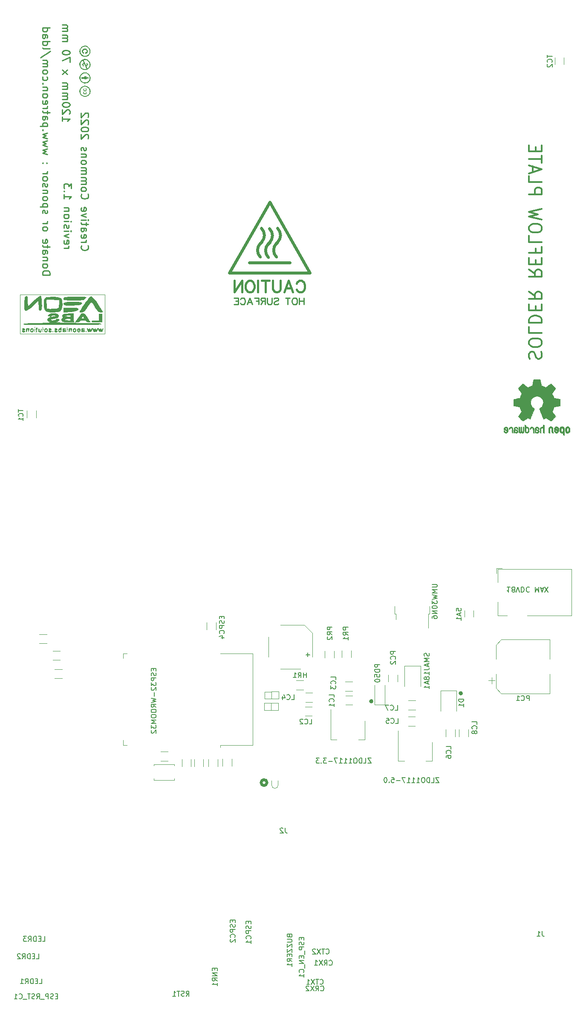
<source format=gbr>
%TF.GenerationSoftware,KiCad,Pcbnew,(6.0.0)*%
%TF.CreationDate,2022-06-08T16:09:46+02:00*%
%TF.ProjectId,HotPlate,486f7450-6c61-4746-952e-6b696361645f,1.0*%
%TF.SameCoordinates,Original*%
%TF.FileFunction,Legend,Bot*%
%TF.FilePolarity,Positive*%
%FSLAX46Y46*%
G04 Gerber Fmt 4.6, Leading zero omitted, Abs format (unit mm)*
G04 Created by KiCad (PCBNEW (6.0.0)) date 2022-06-08 16:09:46*
%MOMM*%
%LPD*%
G01*
G04 APERTURE LIST*
%ADD10C,0.400000*%
%ADD11C,0.240000*%
%ADD12C,0.600000*%
%ADD13C,0.250000*%
%ADD14C,0.150000*%
%ADD15C,0.300000*%
%ADD16C,0.120000*%
%ADD17C,0.010000*%
%ADD18C,0.100000*%
G04 APERTURE END LIST*
D10*
X47986792Y-72611148D02*
X48421132Y-72611148D01*
X52764532Y-70320068D02*
X52764532Y-71955828D01*
D11*
X53745502Y-75001238D02*
X53555002Y-75064738D01*
D10*
X57803892Y-70429288D02*
X57585452Y-70647728D01*
D11*
X53618502Y-74302738D02*
X53745502Y-74239238D01*
X50423182Y-73855698D02*
X50486682Y-73792198D01*
X46872262Y-73728698D02*
X46618262Y-73728698D01*
D10*
X56757412Y-72611148D02*
X55883652Y-70320068D01*
D11*
X56966222Y-75064738D02*
X57220222Y-75064738D01*
X52561862Y-74683738D02*
X52561862Y-73728698D01*
X55719082Y-75064738D02*
X55719082Y-73728698D01*
X53872502Y-74048738D02*
X53872502Y-73919198D01*
X56839222Y-75001238D02*
X56966222Y-75064738D01*
D10*
X57585452Y-70647728D02*
X57476232Y-70866168D01*
D12*
X51878672Y-62976318D02*
G75*
G03*
X51312989Y-64341998I1365677J-1365678D01*
G01*
D10*
X47768352Y-70429288D02*
X47549912Y-70647728D01*
X58677652Y-72501928D02*
X58896092Y-72283488D01*
D11*
X56648722Y-74048738D02*
X56582682Y-74239238D01*
X57474222Y-73919198D02*
X57347222Y-73792198D01*
D10*
X58896092Y-70647728D02*
X58677652Y-70429288D01*
D11*
X52371362Y-75001238D02*
X52498362Y-74874238D01*
X52980962Y-74683738D02*
X53047002Y-74556738D01*
D10*
X48421132Y-70320068D02*
X47986792Y-70320068D01*
X47986792Y-70320068D02*
X47768352Y-70429288D01*
D11*
X57601222Y-74239238D02*
X57537722Y-74048738D01*
X58022862Y-74366238D02*
X58911862Y-74366238D01*
X49430042Y-74366238D02*
X49940582Y-74366238D01*
D10*
X50516632Y-70320068D02*
X52043172Y-70320068D01*
D11*
X57601222Y-74556738D02*
X57601222Y-74239238D01*
D10*
X52873752Y-72283488D02*
X53092192Y-72501928D01*
D11*
X45053622Y-75064738D02*
X45879122Y-75064738D01*
X51733822Y-74874238D02*
X51863362Y-75001238D01*
D12*
X44113082Y-68742018D02*
X52113092Y-54742068D01*
X52913032Y-64273388D02*
G75*
G03*
X53478722Y-65639078I1931368J-1D01*
G01*
D11*
X49940582Y-75064738D02*
X49940582Y-73728698D01*
X51251222Y-75064738D02*
X51251222Y-73728698D01*
D12*
X50278722Y-62907708D02*
G75*
G03*
X49713042Y-64273388I1365687J-1365678D01*
G01*
D10*
X58896092Y-72283488D02*
X59002772Y-72065048D01*
X46610112Y-72611148D02*
X46610112Y-70320068D01*
X48858012Y-70647728D02*
X48639572Y-70429288D01*
D11*
X50486682Y-74302738D02*
X50423182Y-74239238D01*
D10*
X59111992Y-71193828D02*
X59002772Y-70866168D01*
X53635752Y-72611148D02*
X53963412Y-72501928D01*
D11*
X52498362Y-74874238D02*
X52561862Y-74683738D01*
X50679722Y-74366238D02*
X50486682Y-74302738D01*
X52180862Y-75064738D02*
X52371362Y-75001238D01*
X56582682Y-74556738D02*
X56648722Y-74747238D01*
D10*
X53092192Y-72501928D02*
X53417312Y-72611148D01*
X58022332Y-70320068D02*
X57803892Y-70429288D01*
D11*
X53110502Y-75001238D02*
X52980962Y-74874238D01*
D10*
X58459212Y-72611148D02*
X58677652Y-72501928D01*
D11*
X50359682Y-75064738D02*
X50806722Y-74366238D01*
X46364262Y-74874238D02*
X46491262Y-75001238D01*
X53237502Y-74429738D02*
X53618502Y-74302738D01*
D10*
X48639572Y-72501928D02*
X48858012Y-72283488D01*
X47549912Y-70647728D02*
X47440692Y-70866168D01*
X47440692Y-72065048D02*
X47549912Y-72283488D01*
D11*
X53809002Y-74175738D02*
X53872502Y-74048738D01*
X51670322Y-74683738D02*
X51733822Y-74874238D01*
D10*
X59002772Y-72065048D02*
X59111992Y-71737388D01*
D12*
X53713082Y-62673418D02*
G75*
G03*
X54278765Y-61307738I-1365677J1365678D01*
G01*
D10*
X48639572Y-70429288D02*
X48421132Y-70320068D01*
X48421132Y-72611148D02*
X48639572Y-72501928D01*
X54181852Y-72283488D02*
X54291072Y-71955828D01*
D11*
X56966222Y-73728698D02*
X56839222Y-73792198D01*
X53745502Y-74239238D02*
X53809002Y-74175738D01*
D10*
X72520238Y-153860000D02*
G75*
G03*
X72520238Y-153860000I-210238J0D01*
G01*
D11*
X46618262Y-75064738D02*
X46872262Y-75064738D01*
D10*
X47331472Y-71193828D02*
X47331472Y-71737388D01*
D11*
X53872502Y-74874238D02*
X53745502Y-75001238D01*
D10*
X57803892Y-72501928D02*
X58022332Y-72611148D01*
D11*
X57537722Y-74048738D02*
X57474222Y-73919198D01*
X49112542Y-73728698D02*
X49940582Y-73728698D01*
X53301002Y-73728698D02*
X53110502Y-73792198D01*
X51863362Y-75001238D02*
X52053862Y-75064738D01*
D12*
X51078772Y-61307738D02*
G75*
G03*
X50513090Y-59942060I-1931364J-1D01*
G01*
D10*
X48858012Y-72283488D02*
X48967232Y-72065048D01*
D12*
X52113042Y-62742028D02*
G75*
G03*
X52678722Y-61376348I-1365687J1365678D01*
G01*
X53478702Y-62907718D02*
X53713112Y-62673428D01*
D11*
X53301002Y-75064738D02*
X53110502Y-75001238D01*
D10*
X49797812Y-72611148D02*
X49797812Y-70320068D01*
X47440692Y-70866168D02*
X47331472Y-71193828D01*
X49076452Y-71193828D02*
X48967232Y-70866168D01*
X51281172Y-72611148D02*
X51281172Y-70320068D01*
D11*
X46491262Y-75001238D02*
X46618262Y-75064738D01*
X53555002Y-75064738D02*
X53301002Y-75064738D01*
D12*
X54278772Y-61307738D02*
G75*
G03*
X53713087Y-59942053I-1931375J-2D01*
G01*
D11*
X47128802Y-74874238D02*
X47192302Y-74747238D01*
D12*
X51312992Y-64341998D02*
G75*
G03*
X51878674Y-65707676I1931364J1D01*
G01*
D10*
X55012432Y-72611148D02*
X55883652Y-70320068D01*
X45083572Y-72611148D02*
X45083572Y-70320068D01*
D12*
X52678722Y-61376348D02*
G75*
G03*
X52113037Y-60010663I-1931375J-2D01*
G01*
D11*
X47192302Y-74747238D02*
X47255802Y-74556738D01*
X51251222Y-74366238D02*
X50679722Y-74366238D01*
D10*
X47768352Y-72501928D02*
X47986792Y-72611148D01*
D11*
X46364262Y-73919198D02*
X46300762Y-74048738D01*
X56712222Y-73919198D02*
X56648722Y-74048738D01*
D12*
X51878682Y-62976298D02*
X52113092Y-62742078D01*
D11*
X51670322Y-73728698D02*
X51670322Y-74683738D01*
X46872262Y-75064738D02*
X46999262Y-75001238D01*
D12*
X48113072Y-66742018D02*
X56113082Y-66742018D01*
D11*
X53110502Y-74493238D02*
X53237502Y-74429738D01*
X50359682Y-73982698D02*
X50423182Y-73855698D01*
D10*
X55337552Y-71846608D02*
X56429752Y-71846608D01*
D11*
X47255802Y-74556738D02*
X47255802Y-74239238D01*
D10*
X59111992Y-71737388D02*
X59111992Y-71193828D01*
X48967232Y-70866168D02*
X48858012Y-70647728D01*
D11*
X46491262Y-73792198D02*
X46364262Y-73919198D01*
X47255802Y-74239238D02*
X47192302Y-74048738D01*
X50679722Y-73728698D02*
X51251222Y-73728698D01*
D12*
X52113092Y-54742068D02*
X60113102Y-68742018D01*
X44113082Y-68742018D02*
X60113102Y-68742018D01*
X51580000Y-170010000D02*
G75*
G03*
X51580000Y-170010000I-579396J0D01*
G01*
D11*
X48693442Y-75064738D02*
X48182902Y-73728698D01*
X56648722Y-74747238D02*
X56712222Y-74874238D01*
D12*
X49713042Y-64273388D02*
G75*
G03*
X50278727Y-65639073I1931375J2D01*
G01*
D10*
X58459212Y-70320068D02*
X58022332Y-70320068D01*
D11*
X53110502Y-73792198D02*
X52980962Y-73919198D01*
X57474222Y-74874238D02*
X57537722Y-74747238D01*
X45053622Y-73728698D02*
X45879122Y-73728698D01*
D10*
X53963412Y-72501928D02*
X54181852Y-72283488D01*
D11*
X46999262Y-73792198D02*
X46872262Y-73728698D01*
X53555002Y-73728698D02*
X53301002Y-73728698D01*
X57537722Y-74747238D02*
X57601222Y-74556738D01*
X53872502Y-73919198D02*
X53745502Y-73792198D01*
D10*
X57476232Y-72065048D02*
X57585452Y-72283488D01*
D11*
X47128802Y-73919198D02*
X46999262Y-73792198D01*
X57220222Y-73728698D02*
X56966222Y-73728698D01*
X53047002Y-74556738D02*
X53110502Y-74493238D01*
D10*
X49076452Y-71737388D02*
X49076452Y-71193828D01*
X58677652Y-70429288D02*
X58459212Y-70320068D01*
D11*
X57220222Y-75064738D02*
X57347222Y-75001238D01*
D10*
X45083572Y-72611148D02*
X46610112Y-70320068D01*
X47549912Y-72283488D02*
X47768352Y-72501928D01*
X58022332Y-72611148D02*
X58459212Y-72611148D01*
D11*
X58911862Y-75064738D02*
X58911862Y-73728698D01*
X56839222Y-73792198D02*
X56712222Y-73919198D01*
X56712222Y-74874238D02*
X56839222Y-75001238D01*
X46618262Y-73728698D02*
X46491262Y-73792198D01*
D10*
X52764532Y-71955828D02*
X52873752Y-72283488D01*
D11*
X46999262Y-75001238D02*
X47128802Y-74874238D01*
X57347222Y-73792198D02*
X57220222Y-73728698D01*
X52053862Y-75064738D02*
X52180862Y-75064738D01*
D10*
X54291072Y-71955828D02*
X54291072Y-70320068D01*
D11*
X47192302Y-74048738D02*
X47128802Y-73919198D01*
X53745502Y-73792198D02*
X53555002Y-73728698D01*
D10*
X90300238Y-152280000D02*
G75*
G03*
X90300238Y-152280000I-210238J0D01*
G01*
D11*
X58022862Y-75064738D02*
X58022862Y-73728698D01*
X47865402Y-74620238D02*
X48502942Y-74620238D01*
D12*
X50513092Y-62673418D02*
G75*
G03*
X51078775Y-61307738I-1365677J1365678D01*
G01*
D11*
X45879122Y-75064738D02*
X45879122Y-73728698D01*
D10*
X47331472Y-71737388D02*
X47440692Y-72065048D01*
D11*
X50423182Y-74239238D02*
X50359682Y-74112238D01*
D10*
X57585452Y-72283488D02*
X57803892Y-72501928D01*
D12*
X50278782Y-62907718D02*
X50513172Y-62673428D01*
X53478722Y-62907708D02*
G75*
G03*
X52913039Y-64273388I1365677J-1365678D01*
G01*
D11*
X47674902Y-75064738D02*
X48182902Y-73728698D01*
D10*
X48967232Y-72065048D02*
X49076452Y-71737388D01*
D11*
X52980962Y-74874238D02*
X52980962Y-74683738D01*
X56582682Y-74239238D02*
X56582682Y-74556738D01*
X57347222Y-75001238D02*
X57474222Y-74874238D01*
X50359682Y-74112238D02*
X50359682Y-73982698D01*
X55272042Y-73728698D02*
X56163582Y-73728698D01*
X50486682Y-73792198D02*
X50679722Y-73728698D01*
X46300762Y-74747238D02*
X46364262Y-74874238D01*
D10*
X59002772Y-70866168D02*
X58896092Y-70647728D01*
D11*
X45371122Y-74366238D02*
X45879122Y-74366238D01*
D10*
X53417312Y-72611148D02*
X53635752Y-72611148D01*
D13*
X14764285Y-63344285D02*
X14692857Y-63415714D01*
X14621428Y-63630000D01*
X14621428Y-63772857D01*
X14692857Y-63987142D01*
X14835714Y-64130000D01*
X14978571Y-64201428D01*
X15264285Y-64272857D01*
X15478571Y-64272857D01*
X15764285Y-64201428D01*
X15907142Y-64130000D01*
X16049999Y-63987142D01*
X16121428Y-63772857D01*
X16121428Y-63630000D01*
X16049999Y-63415714D01*
X15978571Y-63344285D01*
X14621428Y-62701428D02*
X15621428Y-62701428D01*
X15335714Y-62701428D02*
X15478571Y-62630000D01*
X15549999Y-62558571D01*
X15621428Y-62415714D01*
X15621428Y-62272857D01*
X14692857Y-61201428D02*
X14621428Y-61344285D01*
X14621428Y-61630000D01*
X14692857Y-61772857D01*
X14835714Y-61844285D01*
X15407142Y-61844285D01*
X15549999Y-61772857D01*
X15621428Y-61630000D01*
X15621428Y-61344285D01*
X15549999Y-61201428D01*
X15407142Y-61130000D01*
X15264285Y-61130000D01*
X15121428Y-61844285D01*
X14621428Y-59844285D02*
X15407142Y-59844285D01*
X15549999Y-59915714D01*
X15621428Y-60058571D01*
X15621428Y-60344285D01*
X15549999Y-60487142D01*
X14692857Y-59844285D02*
X14621428Y-59987142D01*
X14621428Y-60344285D01*
X14692857Y-60487142D01*
X14835714Y-60558571D01*
X14978571Y-60558571D01*
X15121428Y-60487142D01*
X15192857Y-60344285D01*
X15192857Y-59987142D01*
X15264285Y-59844285D01*
X15621428Y-59344285D02*
X15621428Y-58772857D01*
X16121428Y-59130000D02*
X14835714Y-59130000D01*
X14692857Y-59058571D01*
X14621428Y-58915714D01*
X14621428Y-58772857D01*
X14621428Y-58272857D02*
X15621428Y-58272857D01*
X16121428Y-58272857D02*
X16049999Y-58344285D01*
X15978571Y-58272857D01*
X16049999Y-58201428D01*
X16121428Y-58272857D01*
X15978571Y-58272857D01*
X15621428Y-57701428D02*
X14621428Y-57344285D01*
X15621428Y-56987142D01*
X14692857Y-55844285D02*
X14621428Y-55987142D01*
X14621428Y-56272857D01*
X14692857Y-56415714D01*
X14835714Y-56487142D01*
X15407142Y-56487142D01*
X15549999Y-56415714D01*
X15621428Y-56272857D01*
X15621428Y-55987142D01*
X15549999Y-55844285D01*
X15407142Y-55772857D01*
X15264285Y-55772857D01*
X15121428Y-56487142D01*
X14764285Y-53130000D02*
X14692857Y-53201428D01*
X14621428Y-53415714D01*
X14621428Y-53558571D01*
X14692857Y-53772857D01*
X14835714Y-53915714D01*
X14978571Y-53987142D01*
X15264285Y-54058571D01*
X15478571Y-54058571D01*
X15764285Y-53987142D01*
X15907142Y-53915714D01*
X16050000Y-53772857D01*
X16121428Y-53558571D01*
X16121428Y-53415714D01*
X16050000Y-53201428D01*
X15978571Y-53130000D01*
X14621428Y-52272857D02*
X14692857Y-52415714D01*
X14764285Y-52487142D01*
X14907142Y-52558571D01*
X15335714Y-52558571D01*
X15478571Y-52487142D01*
X15550000Y-52415714D01*
X15621428Y-52272857D01*
X15621428Y-52058571D01*
X15550000Y-51915714D01*
X15478571Y-51844285D01*
X15335714Y-51772857D01*
X14907142Y-51772857D01*
X14764285Y-51844285D01*
X14692857Y-51915714D01*
X14621428Y-52058571D01*
X14621428Y-52272857D01*
X14621428Y-51130000D02*
X15621428Y-51130000D01*
X15478571Y-51130000D02*
X15550000Y-51058571D01*
X15621428Y-50915714D01*
X15621428Y-50701428D01*
X15550000Y-50558571D01*
X15407142Y-50487142D01*
X14621428Y-50487142D01*
X15407142Y-50487142D02*
X15550000Y-50415714D01*
X15621428Y-50272857D01*
X15621428Y-50058571D01*
X15550000Y-49915714D01*
X15407142Y-49844285D01*
X14621428Y-49844285D01*
X14621428Y-49130000D02*
X15621428Y-49130000D01*
X15478571Y-49130000D02*
X15550000Y-49058571D01*
X15621428Y-48915714D01*
X15621428Y-48701428D01*
X15550000Y-48558571D01*
X15407142Y-48487142D01*
X14621428Y-48487142D01*
X15407142Y-48487142D02*
X15550000Y-48415714D01*
X15621428Y-48272857D01*
X15621428Y-48058571D01*
X15550000Y-47915714D01*
X15407142Y-47844285D01*
X14621428Y-47844285D01*
X14621428Y-46915714D02*
X14692857Y-47058571D01*
X14764285Y-47130000D01*
X14907142Y-47201428D01*
X15335714Y-47201428D01*
X15478571Y-47130000D01*
X15550000Y-47058571D01*
X15621428Y-46915714D01*
X15621428Y-46701428D01*
X15550000Y-46558571D01*
X15478571Y-46487142D01*
X15335714Y-46415714D01*
X14907142Y-46415714D01*
X14764285Y-46487142D01*
X14692857Y-46558571D01*
X14621428Y-46701428D01*
X14621428Y-46915714D01*
X15621428Y-45772857D02*
X14621428Y-45772857D01*
X15478571Y-45772857D02*
X15550000Y-45701428D01*
X15621428Y-45558571D01*
X15621428Y-45344285D01*
X15550000Y-45201428D01*
X15407142Y-45130000D01*
X14621428Y-45130000D01*
X14692857Y-44487142D02*
X14621428Y-44344285D01*
X14621428Y-44058571D01*
X14692857Y-43915714D01*
X14835714Y-43844285D01*
X14907142Y-43844285D01*
X15050000Y-43915714D01*
X15121428Y-44058571D01*
X15121428Y-44272857D01*
X15192857Y-44415714D01*
X15335714Y-44487142D01*
X15407142Y-44487142D01*
X15550000Y-44415714D01*
X15621428Y-44272857D01*
X15621428Y-44058571D01*
X15550000Y-43915714D01*
X15978571Y-42130000D02*
X16050000Y-42058571D01*
X16121428Y-41915714D01*
X16121428Y-41558571D01*
X16050000Y-41415714D01*
X15978571Y-41344285D01*
X15835714Y-41272857D01*
X15692857Y-41272857D01*
X15478571Y-41344285D01*
X14621428Y-42201428D01*
X14621428Y-41272857D01*
X16121428Y-40344285D02*
X16121428Y-40201428D01*
X16050000Y-40058571D01*
X15978571Y-39987142D01*
X15835714Y-39915714D01*
X15550000Y-39844285D01*
X15192857Y-39844285D01*
X14907142Y-39915714D01*
X14764285Y-39987142D01*
X14692857Y-40058571D01*
X14621428Y-40201428D01*
X14621428Y-40344285D01*
X14692857Y-40487142D01*
X14764285Y-40558571D01*
X14907142Y-40630000D01*
X15192857Y-40701428D01*
X15550000Y-40701428D01*
X15835714Y-40630000D01*
X15978571Y-40558571D01*
X16050000Y-40487142D01*
X16121428Y-40344285D01*
X15978571Y-39272857D02*
X16050000Y-39201428D01*
X16121428Y-39058571D01*
X16121428Y-38701428D01*
X16050000Y-38558571D01*
X15978571Y-38487142D01*
X15835714Y-38415714D01*
X15692857Y-38415714D01*
X15478571Y-38487142D01*
X14621428Y-39344285D01*
X14621428Y-38415714D01*
X15978571Y-37844285D02*
X16050000Y-37772857D01*
X16121428Y-37630000D01*
X16121428Y-37272857D01*
X16050000Y-37130000D01*
X15978571Y-37058571D01*
X15835714Y-36987142D01*
X15692857Y-36987142D01*
X15478571Y-37058571D01*
X14621428Y-37915714D01*
X14621428Y-36987142D01*
D14*
X99887134Y-131160654D02*
X99315706Y-131160654D01*
X99601420Y-131160654D02*
X99601420Y-132160654D01*
X99506182Y-132017796D01*
X99410944Y-131922558D01*
X99315706Y-131874939D01*
X100458563Y-131732082D02*
X100363325Y-131779701D01*
X100315706Y-131827320D01*
X100268087Y-131922558D01*
X100268087Y-131970177D01*
X100315706Y-132065415D01*
X100363325Y-132113035D01*
X100458563Y-132160654D01*
X100649039Y-132160654D01*
X100744277Y-132113035D01*
X100791896Y-132065415D01*
X100839515Y-131970177D01*
X100839515Y-131922558D01*
X100791896Y-131827320D01*
X100744277Y-131779701D01*
X100649039Y-131732082D01*
X100458563Y-131732082D01*
X100363325Y-131684463D01*
X100315706Y-131636844D01*
X100268087Y-131541606D01*
X100268087Y-131351130D01*
X100315706Y-131255892D01*
X100363325Y-131208273D01*
X100458563Y-131160654D01*
X100649039Y-131160654D01*
X100744277Y-131208273D01*
X100791896Y-131255892D01*
X100839515Y-131351130D01*
X100839515Y-131541606D01*
X100791896Y-131636844D01*
X100744277Y-131684463D01*
X100649039Y-131732082D01*
X101125230Y-132160654D02*
X101458563Y-131160654D01*
X101791896Y-132160654D01*
X102125230Y-131160654D02*
X102125230Y-132160654D01*
X102363325Y-132160654D01*
X102506182Y-132113035D01*
X102601420Y-132017796D01*
X102649039Y-131922558D01*
X102696658Y-131732082D01*
X102696658Y-131589225D01*
X102649039Y-131398749D01*
X102601420Y-131303511D01*
X102506182Y-131208273D01*
X102363325Y-131160654D01*
X102125230Y-131160654D01*
X103696658Y-131255892D02*
X103649039Y-131208273D01*
X103506182Y-131160654D01*
X103410944Y-131160654D01*
X103268087Y-131208273D01*
X103172849Y-131303511D01*
X103125230Y-131398749D01*
X103077610Y-131589225D01*
X103077610Y-131732082D01*
X103125230Y-131922558D01*
X103172849Y-132017796D01*
X103268087Y-132113035D01*
X103410944Y-132160654D01*
X103506182Y-132160654D01*
X103649039Y-132113035D01*
X103696658Y-132065415D01*
X104887134Y-131160654D02*
X104887134Y-132160654D01*
X105220468Y-131446368D01*
X105553801Y-132160654D01*
X105553801Y-131160654D01*
X105982372Y-131446368D02*
X106458563Y-131446368D01*
X105887134Y-131160654D02*
X106220468Y-132160654D01*
X106553801Y-131160654D01*
X106791896Y-132160654D02*
X107458563Y-131160654D01*
X107458563Y-132160654D02*
X106791896Y-131160654D01*
D13*
X11221428Y-63847142D02*
X12221428Y-63847142D01*
X11935714Y-63847142D02*
X12078571Y-63775714D01*
X12149999Y-63704285D01*
X12221428Y-63561428D01*
X12221428Y-63418571D01*
X11292857Y-62347142D02*
X11221428Y-62490000D01*
X11221428Y-62775714D01*
X11292857Y-62918571D01*
X11435714Y-62990000D01*
X12007142Y-62990000D01*
X12149999Y-62918571D01*
X12221428Y-62775714D01*
X12221428Y-62490000D01*
X12150000Y-62347142D01*
X12007142Y-62275714D01*
X11864285Y-62275714D01*
X11721428Y-62990000D01*
X12221428Y-61775714D02*
X11221428Y-61418571D01*
X12221428Y-61061428D01*
X11221428Y-60490000D02*
X12221428Y-60490000D01*
X12721428Y-60490000D02*
X12650000Y-60561428D01*
X12578571Y-60490000D01*
X12650000Y-60418571D01*
X12721428Y-60490000D01*
X12578571Y-60490000D01*
X11292857Y-59847142D02*
X11221428Y-59704285D01*
X11221428Y-59418571D01*
X11292857Y-59275714D01*
X11435714Y-59204285D01*
X11507142Y-59204285D01*
X11650000Y-59275714D01*
X11721428Y-59418571D01*
X11721428Y-59632857D01*
X11792857Y-59775714D01*
X11935714Y-59847142D01*
X12007142Y-59847142D01*
X12150000Y-59775714D01*
X12221428Y-59632857D01*
X12221428Y-59418571D01*
X12150000Y-59275714D01*
X11221428Y-58561428D02*
X12221428Y-58561428D01*
X12721428Y-58561428D02*
X12650000Y-58632857D01*
X12578571Y-58561428D01*
X12650000Y-58490000D01*
X12721428Y-58561428D01*
X12578571Y-58561428D01*
X11221428Y-57632857D02*
X11292857Y-57775714D01*
X11364285Y-57847142D01*
X11507142Y-57918571D01*
X11935714Y-57918571D01*
X12078571Y-57847142D01*
X12150000Y-57775714D01*
X12221428Y-57632857D01*
X12221428Y-57418571D01*
X12150000Y-57275714D01*
X12078571Y-57204285D01*
X11935714Y-57132857D01*
X11507142Y-57132857D01*
X11364285Y-57204285D01*
X11292857Y-57275714D01*
X11221428Y-57418571D01*
X11221428Y-57632857D01*
X12221428Y-56490000D02*
X11221428Y-56490000D01*
X12078571Y-56490000D02*
X12150000Y-56418571D01*
X12221428Y-56275714D01*
X12221428Y-56061428D01*
X12150000Y-55918571D01*
X12007142Y-55847142D01*
X11221428Y-55847142D01*
X11221428Y-53204285D02*
X11221428Y-54061428D01*
X11221428Y-53632857D02*
X12721428Y-53632857D01*
X12507142Y-53775714D01*
X12364285Y-53918571D01*
X12292857Y-54061428D01*
X11364285Y-52561428D02*
X11292857Y-52490000D01*
X11221428Y-52561428D01*
X11292857Y-52632857D01*
X11364285Y-52561428D01*
X11221428Y-52561428D01*
X12721428Y-51990000D02*
X12721428Y-51061428D01*
X12150000Y-51561428D01*
X12150000Y-51347142D01*
X12078571Y-51204285D01*
X12007142Y-51132857D01*
X11864285Y-51061428D01*
X11507142Y-51061428D01*
X11364285Y-51132857D01*
X11292857Y-51204285D01*
X11221428Y-51347142D01*
X11221428Y-51775714D01*
X11292857Y-51918571D01*
X11364285Y-51990000D01*
D14*
X59319047Y-144631428D02*
X60080952Y-144631428D01*
X59700000Y-145012380D02*
X59700000Y-144250476D01*
D15*
X103778095Y-85850476D02*
X103659047Y-85493333D01*
X103659047Y-84898095D01*
X103778095Y-84660000D01*
X103897142Y-84540952D01*
X104135238Y-84421904D01*
X104373333Y-84421904D01*
X104611428Y-84540952D01*
X104730476Y-84660000D01*
X104849523Y-84898095D01*
X104968571Y-85374285D01*
X105087619Y-85612380D01*
X105206666Y-85731428D01*
X105444761Y-85850476D01*
X105682857Y-85850476D01*
X105920952Y-85731428D01*
X106040000Y-85612380D01*
X106159047Y-85374285D01*
X106159047Y-84779047D01*
X106040000Y-84421904D01*
X106159047Y-82874285D02*
X106159047Y-82398095D01*
X106040000Y-82160000D01*
X105801904Y-81921904D01*
X105325714Y-81802857D01*
X104492380Y-81802857D01*
X104016190Y-81921904D01*
X103778095Y-82160000D01*
X103659047Y-82398095D01*
X103659047Y-82874285D01*
X103778095Y-83112380D01*
X104016190Y-83350476D01*
X104492380Y-83469523D01*
X105325714Y-83469523D01*
X105801904Y-83350476D01*
X106040000Y-83112380D01*
X106159047Y-82874285D01*
X103659047Y-79540952D02*
X103659047Y-80731428D01*
X106159047Y-80731428D01*
X103659047Y-78707619D02*
X106159047Y-78707619D01*
X106159047Y-78112380D01*
X106040000Y-77755238D01*
X105801904Y-77517142D01*
X105563809Y-77398095D01*
X105087619Y-77279047D01*
X104730476Y-77279047D01*
X104254285Y-77398095D01*
X104016190Y-77517142D01*
X103778095Y-77755238D01*
X103659047Y-78112380D01*
X103659047Y-78707619D01*
X104968571Y-76207619D02*
X104968571Y-75374285D01*
X103659047Y-75017142D02*
X103659047Y-76207619D01*
X106159047Y-76207619D01*
X106159047Y-75017142D01*
X103659047Y-72517142D02*
X104849523Y-73350476D01*
X103659047Y-73945714D02*
X106159047Y-73945714D01*
X106159047Y-72993333D01*
X106040000Y-72755238D01*
X105920952Y-72636190D01*
X105682857Y-72517142D01*
X105325714Y-72517142D01*
X105087619Y-72636190D01*
X104968571Y-72755238D01*
X104849523Y-72993333D01*
X104849523Y-73945714D01*
X103659047Y-68112380D02*
X104849523Y-68945714D01*
X103659047Y-69540952D02*
X106159047Y-69540952D01*
X106159047Y-68588571D01*
X106040000Y-68350476D01*
X105920952Y-68231428D01*
X105682857Y-68112380D01*
X105325714Y-68112380D01*
X105087619Y-68231428D01*
X104968571Y-68350476D01*
X104849523Y-68588571D01*
X104849523Y-69540952D01*
X104968571Y-67040952D02*
X104968571Y-66207619D01*
X103659047Y-65850476D02*
X103659047Y-67040952D01*
X106159047Y-67040952D01*
X106159047Y-65850476D01*
X104968571Y-63945714D02*
X104968571Y-64779047D01*
X103659047Y-64779047D02*
X106159047Y-64779047D01*
X106159047Y-63588571D01*
X103659047Y-61445714D02*
X103659047Y-62636190D01*
X106159047Y-62636190D01*
X106159047Y-60136190D02*
X106159047Y-59660000D01*
X106040000Y-59421904D01*
X105801904Y-59183809D01*
X105325714Y-59064761D01*
X104492380Y-59064761D01*
X104016190Y-59183809D01*
X103778095Y-59421904D01*
X103659047Y-59660000D01*
X103659047Y-60136190D01*
X103778095Y-60374285D01*
X104016190Y-60612380D01*
X104492380Y-60731428D01*
X105325714Y-60731428D01*
X105801904Y-60612380D01*
X106040000Y-60374285D01*
X106159047Y-60136190D01*
X106159047Y-58231428D02*
X103659047Y-57636190D01*
X105444761Y-57160000D01*
X103659047Y-56683809D01*
X106159047Y-56088571D01*
X103659047Y-53231428D02*
X106159047Y-53231428D01*
X106159047Y-52279047D01*
X106040000Y-52040952D01*
X105920952Y-51921904D01*
X105682857Y-51802857D01*
X105325714Y-51802857D01*
X105087619Y-51921904D01*
X104968571Y-52040952D01*
X104849523Y-52279047D01*
X104849523Y-53231428D01*
X103659047Y-49540952D02*
X103659047Y-50731428D01*
X106159047Y-50731428D01*
X104373333Y-48826666D02*
X104373333Y-47636190D01*
X103659047Y-49064761D02*
X106159047Y-48231428D01*
X103659047Y-47398095D01*
X106159047Y-46921904D02*
X106159047Y-45493333D01*
X103659047Y-46207619D02*
X106159047Y-46207619D01*
X104968571Y-44660000D02*
X104968571Y-43826666D01*
X103659047Y-43469523D02*
X103659047Y-44660000D01*
X106159047Y-44660000D01*
X106159047Y-43469523D01*
D13*
X6981428Y-69175714D02*
X8481428Y-69175714D01*
X8481428Y-68818571D01*
X8409999Y-68604285D01*
X8267142Y-68461428D01*
X8124285Y-68390000D01*
X7838571Y-68318571D01*
X7624285Y-68318571D01*
X7338571Y-68390000D01*
X7195714Y-68461428D01*
X7052857Y-68604285D01*
X6981428Y-68818571D01*
X6981428Y-69175714D01*
X6981428Y-67461428D02*
X7052857Y-67604285D01*
X7124285Y-67675714D01*
X7267142Y-67747142D01*
X7695714Y-67747142D01*
X7838571Y-67675714D01*
X7909999Y-67604285D01*
X7981428Y-67461428D01*
X7981428Y-67247142D01*
X7909999Y-67104285D01*
X7838571Y-67032857D01*
X7695714Y-66961428D01*
X7267142Y-66961428D01*
X7124285Y-67032857D01*
X7052857Y-67104285D01*
X6981428Y-67247142D01*
X6981428Y-67461428D01*
X7981428Y-66318571D02*
X6981428Y-66318571D01*
X7838571Y-66318571D02*
X7909999Y-66247142D01*
X7981428Y-66104285D01*
X7981428Y-65890000D01*
X7909999Y-65747142D01*
X7767142Y-65675714D01*
X6981428Y-65675714D01*
X6981428Y-64318571D02*
X7767142Y-64318571D01*
X7909999Y-64390000D01*
X7981428Y-64532857D01*
X7981428Y-64818571D01*
X7909999Y-64961428D01*
X7052857Y-64318571D02*
X6981428Y-64461428D01*
X6981428Y-64818571D01*
X7052857Y-64961428D01*
X7195714Y-65032857D01*
X7338571Y-65032857D01*
X7481428Y-64961428D01*
X7552857Y-64818571D01*
X7552857Y-64461428D01*
X7624285Y-64318571D01*
X7981428Y-63818571D02*
X7981428Y-63247142D01*
X8481428Y-63604285D02*
X7195714Y-63604285D01*
X7052857Y-63532857D01*
X6981428Y-63389999D01*
X6981428Y-63247142D01*
X7052857Y-62175714D02*
X6981428Y-62318571D01*
X6981428Y-62604285D01*
X7052857Y-62747142D01*
X7195714Y-62818571D01*
X7767142Y-62818571D01*
X7909999Y-62747142D01*
X7981428Y-62604285D01*
X7981428Y-62318571D01*
X7909999Y-62175714D01*
X7767142Y-62104285D01*
X7624285Y-62104285D01*
X7481428Y-62818571D01*
X6981428Y-60104285D02*
X7052857Y-60247142D01*
X7124285Y-60318571D01*
X7267142Y-60390000D01*
X7695714Y-60390000D01*
X7838571Y-60318571D01*
X7909999Y-60247142D01*
X7981428Y-60104285D01*
X7981428Y-59890000D01*
X7909999Y-59747142D01*
X7838571Y-59675714D01*
X7695714Y-59604285D01*
X7267142Y-59604285D01*
X7124285Y-59675714D01*
X7052857Y-59747142D01*
X6981428Y-59890000D01*
X6981428Y-60104285D01*
X6981428Y-58961428D02*
X7981428Y-58961428D01*
X7695714Y-58961428D02*
X7838571Y-58890000D01*
X7909999Y-58818571D01*
X7981428Y-58675714D01*
X7981428Y-58532857D01*
X7052857Y-56961428D02*
X6981428Y-56818571D01*
X6981428Y-56532857D01*
X7052857Y-56390000D01*
X7195714Y-56318571D01*
X7267142Y-56318571D01*
X7409999Y-56390000D01*
X7481428Y-56532857D01*
X7481428Y-56747142D01*
X7552857Y-56890000D01*
X7695714Y-56961428D01*
X7767142Y-56961428D01*
X7909999Y-56890000D01*
X7981428Y-56747142D01*
X7981428Y-56532857D01*
X7909999Y-56390000D01*
X7981428Y-55675714D02*
X6481428Y-55675714D01*
X7909999Y-55675714D02*
X7981428Y-55532857D01*
X7981428Y-55247142D01*
X7909999Y-55104285D01*
X7838571Y-55032857D01*
X7695714Y-54961428D01*
X7267142Y-54961428D01*
X7124285Y-55032857D01*
X7052857Y-55104285D01*
X6981428Y-55247142D01*
X6981428Y-55532857D01*
X7052857Y-55675714D01*
X6981428Y-54104285D02*
X7052857Y-54247142D01*
X7124285Y-54318571D01*
X7267142Y-54390000D01*
X7695714Y-54390000D01*
X7838571Y-54318571D01*
X7909999Y-54247142D01*
X7981428Y-54104285D01*
X7981428Y-53890000D01*
X7909999Y-53747142D01*
X7838571Y-53675714D01*
X7695714Y-53604285D01*
X7267142Y-53604285D01*
X7124285Y-53675714D01*
X7052857Y-53747142D01*
X6981428Y-53890000D01*
X6981428Y-54104285D01*
X7981428Y-52961428D02*
X6981428Y-52961428D01*
X7838571Y-52961428D02*
X7909999Y-52890000D01*
X7981428Y-52747142D01*
X7981428Y-52532857D01*
X7909999Y-52390000D01*
X7767142Y-52318571D01*
X6981428Y-52318571D01*
X7052857Y-51675714D02*
X6981428Y-51532857D01*
X6981428Y-51247142D01*
X7052857Y-51104285D01*
X7195714Y-51032857D01*
X7267142Y-51032857D01*
X7409999Y-51104285D01*
X7481428Y-51247142D01*
X7481428Y-51461428D01*
X7552857Y-51604285D01*
X7695714Y-51675714D01*
X7767142Y-51675714D01*
X7909999Y-51604285D01*
X7981428Y-51461428D01*
X7981428Y-51247142D01*
X7909999Y-51104285D01*
X6981428Y-50175714D02*
X7052857Y-50318571D01*
X7124285Y-50390000D01*
X7267142Y-50461428D01*
X7695714Y-50461428D01*
X7838571Y-50390000D01*
X7909999Y-50318571D01*
X7981428Y-50175714D01*
X7981428Y-49961428D01*
X7909999Y-49818571D01*
X7838571Y-49747142D01*
X7695714Y-49675714D01*
X7267142Y-49675714D01*
X7124285Y-49747142D01*
X7052857Y-49818571D01*
X6981428Y-49961428D01*
X6981428Y-50175714D01*
X6981428Y-49032857D02*
X7981428Y-49032857D01*
X7695714Y-49032857D02*
X7838571Y-48961428D01*
X7909999Y-48890000D01*
X7981428Y-48747142D01*
X7981428Y-48604285D01*
X7124285Y-46961428D02*
X7052857Y-46890000D01*
X6981428Y-46961428D01*
X7052857Y-47032857D01*
X7124285Y-46961428D01*
X6981428Y-46961428D01*
X7910000Y-46961428D02*
X7838571Y-46890000D01*
X7767142Y-46961428D01*
X7838571Y-47032857D01*
X7910000Y-46961428D01*
X7767142Y-46961428D01*
X7981428Y-45247142D02*
X6981428Y-44961428D01*
X7695714Y-44675714D01*
X6981428Y-44390000D01*
X7981428Y-44104285D01*
X7981428Y-43675714D02*
X6981428Y-43390000D01*
X7695714Y-43104285D01*
X6981428Y-42818571D01*
X7981428Y-42532857D01*
X7981428Y-42104285D02*
X6981428Y-41818571D01*
X7695714Y-41532857D01*
X6981428Y-41247142D01*
X7981428Y-40961428D01*
X7124285Y-40390000D02*
X7052857Y-40318571D01*
X6981428Y-40390000D01*
X7052857Y-40461428D01*
X7124285Y-40390000D01*
X6981428Y-40390000D01*
X7981428Y-39675714D02*
X6481428Y-39675714D01*
X7910000Y-39675714D02*
X7981428Y-39532857D01*
X7981428Y-39247142D01*
X7910000Y-39104285D01*
X7838571Y-39032857D01*
X7695714Y-38961428D01*
X7267142Y-38961428D01*
X7124285Y-39032857D01*
X7052857Y-39104285D01*
X6981428Y-39247142D01*
X6981428Y-39532857D01*
X7052857Y-39675714D01*
X6981428Y-37675714D02*
X7767142Y-37675714D01*
X7910000Y-37747142D01*
X7981428Y-37890000D01*
X7981428Y-38175714D01*
X7910000Y-38318571D01*
X7052857Y-37675714D02*
X6981428Y-37818571D01*
X6981428Y-38175714D01*
X7052857Y-38318571D01*
X7195714Y-38390000D01*
X7338571Y-38390000D01*
X7481428Y-38318571D01*
X7552857Y-38175714D01*
X7552857Y-37818571D01*
X7624285Y-37675714D01*
X7981428Y-37175714D02*
X7981428Y-36604285D01*
X8481428Y-36961428D02*
X7195714Y-36961428D01*
X7052857Y-36890000D01*
X6981428Y-36747142D01*
X6981428Y-36604285D01*
X6981428Y-36104285D02*
X7981428Y-36104285D01*
X7695714Y-36104285D02*
X7838571Y-36032857D01*
X7910000Y-35961428D01*
X7981428Y-35818571D01*
X7981428Y-35675714D01*
X7052857Y-34604285D02*
X6981428Y-34747142D01*
X6981428Y-35032857D01*
X7052857Y-35175714D01*
X7195714Y-35247142D01*
X7767142Y-35247142D01*
X7910000Y-35175714D01*
X7981428Y-35032857D01*
X7981428Y-34747142D01*
X7910000Y-34604285D01*
X7767142Y-34532857D01*
X7624285Y-34532857D01*
X7481428Y-35247142D01*
X6981428Y-33675714D02*
X7052857Y-33818571D01*
X7124285Y-33890000D01*
X7267142Y-33961428D01*
X7695714Y-33961428D01*
X7838571Y-33890000D01*
X7910000Y-33818571D01*
X7981428Y-33675714D01*
X7981428Y-33461428D01*
X7910000Y-33318571D01*
X7838571Y-33247142D01*
X7695714Y-33175714D01*
X7267142Y-33175714D01*
X7124285Y-33247142D01*
X7052857Y-33318571D01*
X6981428Y-33461428D01*
X6981428Y-33675714D01*
X7981428Y-32532857D02*
X6981428Y-32532857D01*
X7838571Y-32532857D02*
X7910000Y-32461428D01*
X7981428Y-32318571D01*
X7981428Y-32104285D01*
X7910000Y-31961428D01*
X7767142Y-31890000D01*
X6981428Y-31890000D01*
X7124285Y-31175714D02*
X7052857Y-31104285D01*
X6981428Y-31175714D01*
X7052857Y-31247142D01*
X7124285Y-31175714D01*
X6981428Y-31175714D01*
X7052857Y-29818571D02*
X6981428Y-29961428D01*
X6981428Y-30247142D01*
X7052857Y-30390000D01*
X7124285Y-30461428D01*
X7267142Y-30532857D01*
X7695714Y-30532857D01*
X7838571Y-30461428D01*
X7910000Y-30390000D01*
X7981428Y-30247142D01*
X7981428Y-29961428D01*
X7910000Y-29818571D01*
X6981428Y-28961428D02*
X7052857Y-29104285D01*
X7124285Y-29175714D01*
X7267142Y-29247142D01*
X7695714Y-29247142D01*
X7838571Y-29175714D01*
X7910000Y-29104285D01*
X7981428Y-28961428D01*
X7981428Y-28747142D01*
X7910000Y-28604285D01*
X7838571Y-28532857D01*
X7695714Y-28461428D01*
X7267142Y-28461428D01*
X7124285Y-28532857D01*
X7052857Y-28604285D01*
X6981428Y-28747142D01*
X6981428Y-28961428D01*
X6981428Y-27818571D02*
X7981428Y-27818571D01*
X7838571Y-27818571D02*
X7910000Y-27747142D01*
X7981428Y-27604285D01*
X7981428Y-27390000D01*
X7910000Y-27247142D01*
X7767142Y-27175714D01*
X6981428Y-27175714D01*
X7767142Y-27175714D02*
X7910000Y-27104285D01*
X7981428Y-26961428D01*
X7981428Y-26747142D01*
X7910000Y-26604285D01*
X7767142Y-26532857D01*
X6981428Y-26532857D01*
X8552857Y-24747142D02*
X6624285Y-26032857D01*
X6981428Y-24032857D02*
X7052857Y-24175714D01*
X7195714Y-24247142D01*
X8481428Y-24247142D01*
X6981428Y-22818571D02*
X8481428Y-22818571D01*
X7052857Y-22818571D02*
X6981428Y-22961428D01*
X6981428Y-23247142D01*
X7052857Y-23390000D01*
X7124285Y-23461428D01*
X7267142Y-23532857D01*
X7695714Y-23532857D01*
X7838571Y-23461428D01*
X7910000Y-23390000D01*
X7981428Y-23247142D01*
X7981428Y-22961428D01*
X7910000Y-22818571D01*
X6981428Y-21461428D02*
X7767142Y-21461428D01*
X7910000Y-21532857D01*
X7981428Y-21675714D01*
X7981428Y-21961428D01*
X7910000Y-22104285D01*
X7052857Y-21461428D02*
X6981428Y-21604285D01*
X6981428Y-21961428D01*
X7052857Y-22104285D01*
X7195714Y-22175714D01*
X7338571Y-22175714D01*
X7481428Y-22104285D01*
X7552857Y-21961428D01*
X7552857Y-21604285D01*
X7624285Y-21461428D01*
X6981428Y-20104285D02*
X8481428Y-20104285D01*
X7052857Y-20104285D02*
X6981428Y-20247142D01*
X6981428Y-20532857D01*
X7052857Y-20675714D01*
X7124285Y-20747142D01*
X7267142Y-20818571D01*
X7695714Y-20818571D01*
X7838571Y-20747142D01*
X7910000Y-20675714D01*
X7981428Y-20532857D01*
X7981428Y-20247142D01*
X7910000Y-20104285D01*
X10901428Y-37800000D02*
X10901428Y-38657142D01*
X10901428Y-38228571D02*
X12401428Y-38228571D01*
X12187142Y-38371428D01*
X12044285Y-38514285D01*
X11972857Y-38657142D01*
X12258571Y-37228571D02*
X12329999Y-37157142D01*
X12401428Y-37014285D01*
X12401428Y-36657142D01*
X12329999Y-36514285D01*
X12258571Y-36442857D01*
X12115714Y-36371428D01*
X11972857Y-36371428D01*
X11758571Y-36442857D01*
X10901428Y-37300000D01*
X10901428Y-36371428D01*
X12401428Y-35442857D02*
X12401428Y-35300000D01*
X12329999Y-35157142D01*
X12258571Y-35085714D01*
X12115714Y-35014285D01*
X11829999Y-34942857D01*
X11472857Y-34942857D01*
X11187142Y-35014285D01*
X11044285Y-35085714D01*
X10972857Y-35157142D01*
X10901428Y-35300000D01*
X10901428Y-35442857D01*
X10972857Y-35585714D01*
X11044285Y-35657142D01*
X11187142Y-35728571D01*
X11472857Y-35800000D01*
X11829999Y-35800000D01*
X12115714Y-35728571D01*
X12258571Y-35657142D01*
X12329999Y-35585714D01*
X12401428Y-35442857D01*
X10901428Y-34300000D02*
X11901428Y-34300000D01*
X11758571Y-34300000D02*
X11829999Y-34228571D01*
X11901428Y-34085714D01*
X11901428Y-33871428D01*
X11830000Y-33728571D01*
X11687142Y-33657142D01*
X10901428Y-33657142D01*
X11687142Y-33657142D02*
X11830000Y-33585714D01*
X11901428Y-33442857D01*
X11901428Y-33228571D01*
X11830000Y-33085714D01*
X11687142Y-33014285D01*
X10901428Y-33014285D01*
X10901428Y-32300000D02*
X11901428Y-32300000D01*
X11758571Y-32300000D02*
X11830000Y-32228571D01*
X11901428Y-32085714D01*
X11901428Y-31871428D01*
X11830000Y-31728571D01*
X11687142Y-31657142D01*
X10901428Y-31657142D01*
X11687142Y-31657142D02*
X11830000Y-31585714D01*
X11901428Y-31442857D01*
X11901428Y-31228571D01*
X11830000Y-31085714D01*
X11687142Y-31014285D01*
X10901428Y-31014285D01*
X10901428Y-29299999D02*
X11901428Y-28514285D01*
X11901428Y-29300000D02*
X10901428Y-28514285D01*
X12401428Y-26942857D02*
X12401428Y-25942857D01*
X10901428Y-26585714D01*
X12401428Y-25085714D02*
X12401428Y-24942857D01*
X12330000Y-24800000D01*
X12258571Y-24728571D01*
X12115714Y-24657142D01*
X11830000Y-24585714D01*
X11472857Y-24585714D01*
X11187142Y-24657142D01*
X11044285Y-24728571D01*
X10972857Y-24800000D01*
X10901428Y-24942857D01*
X10901428Y-25085714D01*
X10972857Y-25228571D01*
X11044285Y-25300000D01*
X11187142Y-25371428D01*
X11472857Y-25442857D01*
X11830000Y-25442857D01*
X12115714Y-25371428D01*
X12258571Y-25300000D01*
X12330000Y-25228571D01*
X12401428Y-25085714D01*
X10901428Y-22800000D02*
X11901428Y-22800000D01*
X11758571Y-22800000D02*
X11830000Y-22728571D01*
X11901428Y-22585714D01*
X11901428Y-22371428D01*
X11830000Y-22228571D01*
X11687142Y-22157142D01*
X10901428Y-22157142D01*
X11687142Y-22157142D02*
X11830000Y-22085714D01*
X11901428Y-21942857D01*
X11901428Y-21728571D01*
X11830000Y-21585714D01*
X11687142Y-21514285D01*
X10901428Y-21514285D01*
X10901428Y-20800000D02*
X11901428Y-20800000D01*
X11758571Y-20800000D02*
X11830000Y-20728571D01*
X11901428Y-20585714D01*
X11901428Y-20371428D01*
X11830000Y-20228571D01*
X11687142Y-20157142D01*
X10901428Y-20157142D01*
X11687142Y-20157142D02*
X11830000Y-20085714D01*
X11901428Y-19942857D01*
X11901428Y-19728571D01*
X11830000Y-19585714D01*
X11687142Y-19514285D01*
X10901428Y-19514285D01*
D14*
%TO.C,LEDR1*%
X6372251Y-209942380D02*
X6848442Y-209942380D01*
X6848442Y-208942380D01*
X6038918Y-209418571D02*
X5705584Y-209418571D01*
X5562727Y-209942380D02*
X6038918Y-209942380D01*
X6038918Y-208942380D01*
X5562727Y-208942380D01*
X5134156Y-209942380D02*
X5134156Y-208942380D01*
X4896061Y-208942380D01*
X4753204Y-208990000D01*
X4657965Y-209085238D01*
X4610346Y-209180476D01*
X4562727Y-209370952D01*
X4562727Y-209513809D01*
X4610346Y-209704285D01*
X4657965Y-209799523D01*
X4753204Y-209894761D01*
X4896061Y-209942380D01*
X5134156Y-209942380D01*
X3562727Y-209942380D02*
X3896061Y-209466190D01*
X4134156Y-209942380D02*
X4134156Y-208942380D01*
X3753203Y-208942380D01*
X3657965Y-208990000D01*
X3610346Y-209037619D01*
X3562727Y-209132857D01*
X3562727Y-209275714D01*
X3610346Y-209370952D01*
X3657965Y-209418571D01*
X3753203Y-209466190D01*
X4134156Y-209466190D01*
X2610346Y-209942380D02*
X3181775Y-209942380D01*
X2896061Y-209942380D02*
X2896061Y-208942380D01*
X2991299Y-209085238D01*
X3086537Y-209180476D01*
X3181775Y-209228095D01*
%TO.C,J1*%
X106274037Y-199522380D02*
X106274037Y-200236666D01*
X106321656Y-200379523D01*
X106416894Y-200474761D01*
X106559751Y-200522380D01*
X106654989Y-200522380D01*
X105274037Y-200522380D02*
X105845465Y-200522380D01*
X105559751Y-200522380D02*
X105559751Y-199522380D01*
X105654989Y-199665238D01*
X105750227Y-199760476D01*
X105845465Y-199808095D01*
%TO.C,LC1*%
X64922380Y-153053333D02*
X64922380Y-152577142D01*
X63922380Y-152577142D01*
X64827142Y-153958095D02*
X64874761Y-153910476D01*
X64922380Y-153767619D01*
X64922380Y-153672380D01*
X64874761Y-153529523D01*
X64779523Y-153434285D01*
X64684285Y-153386666D01*
X64493809Y-153339047D01*
X64350952Y-153339047D01*
X64160476Y-153386666D01*
X64065238Y-153434285D01*
X63970000Y-153529523D01*
X63922380Y-153672380D01*
X63922380Y-153767619D01*
X63970000Y-153910476D01*
X64017619Y-153958095D01*
X64922380Y-154910476D02*
X64922380Y-154339047D01*
X64922380Y-154624761D02*
X63922380Y-154624761D01*
X64065238Y-154529523D01*
X64160476Y-154434285D01*
X64208095Y-154339047D01*
%TO.C,ESP_RST_C1*%
X10021066Y-212418571D02*
X9687732Y-212418571D01*
X9544875Y-212942380D02*
X10021066Y-212942380D01*
X10021066Y-211942380D01*
X9544875Y-211942380D01*
X9163923Y-212894761D02*
X9021066Y-212942380D01*
X8782971Y-212942380D01*
X8687732Y-212894761D01*
X8640113Y-212847142D01*
X8592494Y-212751904D01*
X8592494Y-212656666D01*
X8640113Y-212561428D01*
X8687732Y-212513809D01*
X8782971Y-212466190D01*
X8973447Y-212418571D01*
X9068685Y-212370952D01*
X9116304Y-212323333D01*
X9163923Y-212228095D01*
X9163923Y-212132857D01*
X9116304Y-212037619D01*
X9068685Y-211990000D01*
X8973447Y-211942380D01*
X8735352Y-211942380D01*
X8592494Y-211990000D01*
X8163923Y-212942380D02*
X8163923Y-211942380D01*
X7782971Y-211942380D01*
X7687732Y-211990000D01*
X7640113Y-212037619D01*
X7592494Y-212132857D01*
X7592494Y-212275714D01*
X7640113Y-212370952D01*
X7687732Y-212418571D01*
X7782971Y-212466190D01*
X8163923Y-212466190D01*
X7402018Y-213037619D02*
X6640113Y-213037619D01*
X5830590Y-212942380D02*
X6163923Y-212466190D01*
X6402018Y-212942380D02*
X6402018Y-211942380D01*
X6021066Y-211942380D01*
X5925828Y-211990000D01*
X5878209Y-212037619D01*
X5830590Y-212132857D01*
X5830590Y-212275714D01*
X5878209Y-212370952D01*
X5925828Y-212418571D01*
X6021066Y-212466190D01*
X6402018Y-212466190D01*
X5449637Y-212894761D02*
X5306780Y-212942380D01*
X5068685Y-212942380D01*
X4973447Y-212894761D01*
X4925828Y-212847142D01*
X4878209Y-212751904D01*
X4878209Y-212656666D01*
X4925828Y-212561428D01*
X4973447Y-212513809D01*
X5068685Y-212466190D01*
X5259161Y-212418571D01*
X5354399Y-212370952D01*
X5402018Y-212323333D01*
X5449637Y-212228095D01*
X5449637Y-212132857D01*
X5402018Y-212037619D01*
X5354399Y-211990000D01*
X5259161Y-211942380D01*
X5021066Y-211942380D01*
X4878209Y-211990000D01*
X4592494Y-211942380D02*
X4021066Y-211942380D01*
X4306780Y-212942380D02*
X4306780Y-211942380D01*
X3925828Y-213037619D02*
X3163923Y-213037619D01*
X2354399Y-212847142D02*
X2402018Y-212894761D01*
X2544875Y-212942380D01*
X2640113Y-212942380D01*
X2782971Y-212894761D01*
X2878209Y-212799523D01*
X2925828Y-212704285D01*
X2973447Y-212513809D01*
X2973447Y-212370952D01*
X2925828Y-212180476D01*
X2878209Y-212085238D01*
X2782971Y-211990000D01*
X2640113Y-211942380D01*
X2544875Y-211942380D01*
X2402018Y-211990000D01*
X2354399Y-212037619D01*
X1402018Y-212942380D02*
X1973447Y-212942380D01*
X1687732Y-212942380D02*
X1687732Y-211942380D01*
X1782971Y-212085238D01*
X1878209Y-212180476D01*
X1973447Y-212228095D01*
%TO.C,UMW30N6*%
X84382380Y-130639047D02*
X85191904Y-130639047D01*
X85287142Y-130686666D01*
X85334761Y-130734285D01*
X85382380Y-130829523D01*
X85382380Y-131020000D01*
X85334761Y-131115238D01*
X85287142Y-131162857D01*
X85191904Y-131210476D01*
X84382380Y-131210476D01*
X85382380Y-131686666D02*
X84382380Y-131686666D01*
X85096666Y-132020000D01*
X84382380Y-132353333D01*
X85382380Y-132353333D01*
X84382380Y-132734285D02*
X85382380Y-132972380D01*
X84668095Y-133162857D01*
X85382380Y-133353333D01*
X84382380Y-133591428D01*
X84382380Y-133877142D02*
X84382380Y-134496190D01*
X84763333Y-134162857D01*
X84763333Y-134305714D01*
X84810952Y-134400952D01*
X84858571Y-134448571D01*
X84953809Y-134496190D01*
X85191904Y-134496190D01*
X85287142Y-134448571D01*
X85334761Y-134400952D01*
X85382380Y-134305714D01*
X85382380Y-134020000D01*
X85334761Y-133924761D01*
X85287142Y-133877142D01*
X84382380Y-135115238D02*
X84382380Y-135210476D01*
X84430000Y-135305714D01*
X84477619Y-135353333D01*
X84572857Y-135400952D01*
X84763333Y-135448571D01*
X85001428Y-135448571D01*
X85191904Y-135400952D01*
X85287142Y-135353333D01*
X85334761Y-135305714D01*
X85382380Y-135210476D01*
X85382380Y-135115238D01*
X85334761Y-135020000D01*
X85287142Y-134972380D01*
X85191904Y-134924761D01*
X85001428Y-134877142D01*
X84763333Y-134877142D01*
X84572857Y-134924761D01*
X84477619Y-134972380D01*
X84430000Y-135020000D01*
X84382380Y-135115238D01*
X85382380Y-135877142D02*
X84382380Y-135877142D01*
X85382380Y-136448571D01*
X84382380Y-136448571D01*
X84382380Y-137353333D02*
X84382380Y-137162857D01*
X84430000Y-137067619D01*
X84477619Y-137020000D01*
X84620476Y-136924761D01*
X84810952Y-136877142D01*
X85191904Y-136877142D01*
X85287142Y-136924761D01*
X85334761Y-136972380D01*
X85382380Y-137067619D01*
X85382380Y-137258095D01*
X85334761Y-137353333D01*
X85287142Y-137400952D01*
X85191904Y-137448571D01*
X84953809Y-137448571D01*
X84858571Y-137400952D01*
X84810952Y-137353333D01*
X84763333Y-137258095D01*
X84763333Y-137067619D01*
X84810952Y-136972380D01*
X84858571Y-136924761D01*
X84953809Y-136877142D01*
%TO.C,LC3*%
X65252380Y-149513333D02*
X65252380Y-149037142D01*
X64252380Y-149037142D01*
X65157142Y-150418095D02*
X65204761Y-150370476D01*
X65252380Y-150227619D01*
X65252380Y-150132380D01*
X65204761Y-149989523D01*
X65109523Y-149894285D01*
X65014285Y-149846666D01*
X64823809Y-149799047D01*
X64680952Y-149799047D01*
X64490476Y-149846666D01*
X64395238Y-149894285D01*
X64300000Y-149989523D01*
X64252380Y-150132380D01*
X64252380Y-150227619D01*
X64300000Y-150370476D01*
X64347619Y-150418095D01*
X64252380Y-150751428D02*
X64252380Y-151370476D01*
X64633333Y-151037142D01*
X64633333Y-151180000D01*
X64680952Y-151275238D01*
X64728571Y-151322857D01*
X64823809Y-151370476D01*
X65061904Y-151370476D01*
X65157142Y-151322857D01*
X65204761Y-151275238D01*
X65252380Y-151180000D01*
X65252380Y-150894285D01*
X65204761Y-150799047D01*
X65157142Y-150751428D01*
%TO.C,LC2*%
X60006666Y-158392380D02*
X60482857Y-158392380D01*
X60482857Y-157392380D01*
X59101904Y-158297142D02*
X59149523Y-158344761D01*
X59292380Y-158392380D01*
X59387619Y-158392380D01*
X59530476Y-158344761D01*
X59625714Y-158249523D01*
X59673333Y-158154285D01*
X59720952Y-157963809D01*
X59720952Y-157820952D01*
X59673333Y-157630476D01*
X59625714Y-157535238D01*
X59530476Y-157440000D01*
X59387619Y-157392380D01*
X59292380Y-157392380D01*
X59149523Y-157440000D01*
X59101904Y-157487619D01*
X58720952Y-157487619D02*
X58673333Y-157440000D01*
X58578095Y-157392380D01*
X58340000Y-157392380D01*
X58244761Y-157440000D01*
X58197142Y-157487619D01*
X58149523Y-157582857D01*
X58149523Y-157678095D01*
X58197142Y-157820952D01*
X58768571Y-158392380D01*
X58149523Y-158392380D01*
%TO.C,J2*%
X55203333Y-179012380D02*
X55203333Y-179726666D01*
X55250952Y-179869523D01*
X55346190Y-179964761D01*
X55489047Y-180012380D01*
X55584285Y-180012380D01*
X54774761Y-179107619D02*
X54727142Y-179060000D01*
X54631904Y-179012380D01*
X54393809Y-179012380D01*
X54298571Y-179060000D01*
X54250952Y-179107619D01*
X54203333Y-179202857D01*
X54203333Y-179298095D01*
X54250952Y-179440952D01*
X54822380Y-180012380D01*
X54203333Y-180012380D01*
%TO.C,RST1*%
X35523809Y-212412380D02*
X35857142Y-211936190D01*
X36095238Y-212412380D02*
X36095238Y-211412380D01*
X35714285Y-211412380D01*
X35619047Y-211460000D01*
X35571428Y-211507619D01*
X35523809Y-211602857D01*
X35523809Y-211745714D01*
X35571428Y-211840952D01*
X35619047Y-211888571D01*
X35714285Y-211936190D01*
X36095238Y-211936190D01*
X35142857Y-212364761D02*
X35000000Y-212412380D01*
X34761904Y-212412380D01*
X34666666Y-212364761D01*
X34619047Y-212317142D01*
X34571428Y-212221904D01*
X34571428Y-212126666D01*
X34619047Y-212031428D01*
X34666666Y-211983809D01*
X34761904Y-211936190D01*
X34952380Y-211888571D01*
X35047619Y-211840952D01*
X35095238Y-211793333D01*
X35142857Y-211698095D01*
X35142857Y-211602857D01*
X35095238Y-211507619D01*
X35047619Y-211460000D01*
X34952380Y-211412380D01*
X34714285Y-211412380D01*
X34571428Y-211460000D01*
X34285714Y-211412380D02*
X33714285Y-211412380D01*
X34000000Y-212412380D02*
X34000000Y-211412380D01*
X32857142Y-212412380D02*
X33428571Y-212412380D01*
X33142857Y-212412380D02*
X33142857Y-211412380D01*
X33238095Y-211555238D01*
X33333333Y-211650476D01*
X33428571Y-211698095D01*
%TO.C,SMAJ18A1*%
X83784761Y-144316190D02*
X83832380Y-144459047D01*
X83832380Y-144697142D01*
X83784761Y-144792380D01*
X83737142Y-144840000D01*
X83641904Y-144887619D01*
X83546666Y-144887619D01*
X83451428Y-144840000D01*
X83403809Y-144792380D01*
X83356190Y-144697142D01*
X83308571Y-144506666D01*
X83260952Y-144411428D01*
X83213333Y-144363809D01*
X83118095Y-144316190D01*
X83022857Y-144316190D01*
X82927619Y-144363809D01*
X82880000Y-144411428D01*
X82832380Y-144506666D01*
X82832380Y-144744761D01*
X82880000Y-144887619D01*
X83832380Y-145316190D02*
X82832380Y-145316190D01*
X83546666Y-145649523D01*
X82832380Y-145982857D01*
X83832380Y-145982857D01*
X83546666Y-146411428D02*
X83546666Y-146887619D01*
X83832380Y-146316190D02*
X82832380Y-146649523D01*
X83832380Y-146982857D01*
X82832380Y-147601904D02*
X83546666Y-147601904D01*
X83689523Y-147554285D01*
X83784761Y-147459047D01*
X83832380Y-147316190D01*
X83832380Y-147220952D01*
X83832380Y-148601904D02*
X83832380Y-148030476D01*
X83832380Y-148316190D02*
X82832380Y-148316190D01*
X82975238Y-148220952D01*
X83070476Y-148125714D01*
X83118095Y-148030476D01*
X83260952Y-149173333D02*
X83213333Y-149078095D01*
X83165714Y-149030476D01*
X83070476Y-148982857D01*
X83022857Y-148982857D01*
X82927619Y-149030476D01*
X82880000Y-149078095D01*
X82832380Y-149173333D01*
X82832380Y-149363809D01*
X82880000Y-149459047D01*
X82927619Y-149506666D01*
X83022857Y-149554285D01*
X83070476Y-149554285D01*
X83165714Y-149506666D01*
X83213333Y-149459047D01*
X83260952Y-149363809D01*
X83260952Y-149173333D01*
X83308571Y-149078095D01*
X83356190Y-149030476D01*
X83451428Y-148982857D01*
X83641904Y-148982857D01*
X83737142Y-149030476D01*
X83784761Y-149078095D01*
X83832380Y-149173333D01*
X83832380Y-149363809D01*
X83784761Y-149459047D01*
X83737142Y-149506666D01*
X83641904Y-149554285D01*
X83451428Y-149554285D01*
X83356190Y-149506666D01*
X83308571Y-149459047D01*
X83260952Y-149363809D01*
X83546666Y-149935238D02*
X83546666Y-150411428D01*
X83832380Y-149840000D02*
X82832380Y-150173333D01*
X83832380Y-150506666D01*
X83832380Y-151363809D02*
X83832380Y-150792380D01*
X83832380Y-151078095D02*
X82832380Y-151078095D01*
X82975238Y-150982857D01*
X83070476Y-150887619D01*
X83118095Y-150792380D01*
%TO.C,D1*%
X90642380Y-153426552D02*
X89642380Y-153426552D01*
X89642380Y-153664648D01*
X89690000Y-153807505D01*
X89785238Y-153902743D01*
X89880476Y-153950362D01*
X90070952Y-153997981D01*
X90213809Y-153997981D01*
X90404285Y-153950362D01*
X90499523Y-153902743D01*
X90594761Y-153807505D01*
X90642380Y-153664648D01*
X90642380Y-153426552D01*
X90642380Y-154950362D02*
X90642380Y-154378933D01*
X90642380Y-154664648D02*
X89642380Y-154664648D01*
X89785238Y-154569409D01*
X89880476Y-154474171D01*
X89928095Y-154378933D01*
%TO.C,ESP_EN_C1*%
X58438571Y-200805238D02*
X58438571Y-201138571D01*
X58962380Y-201281428D02*
X58962380Y-200805238D01*
X57962380Y-200805238D01*
X57962380Y-201281428D01*
X58914761Y-201662380D02*
X58962380Y-201805238D01*
X58962380Y-202043333D01*
X58914761Y-202138571D01*
X58867142Y-202186190D01*
X58771904Y-202233809D01*
X58676666Y-202233809D01*
X58581428Y-202186190D01*
X58533809Y-202138571D01*
X58486190Y-202043333D01*
X58438571Y-201852857D01*
X58390952Y-201757619D01*
X58343333Y-201710000D01*
X58248095Y-201662380D01*
X58152857Y-201662380D01*
X58057619Y-201710000D01*
X58010000Y-201757619D01*
X57962380Y-201852857D01*
X57962380Y-202090952D01*
X58010000Y-202233809D01*
X58962380Y-202662380D02*
X57962380Y-202662380D01*
X57962380Y-203043333D01*
X58010000Y-203138571D01*
X58057619Y-203186190D01*
X58152857Y-203233809D01*
X58295714Y-203233809D01*
X58390952Y-203186190D01*
X58438571Y-203138571D01*
X58486190Y-203043333D01*
X58486190Y-202662380D01*
X59057619Y-203424285D02*
X59057619Y-204186190D01*
X58438571Y-204424285D02*
X58438571Y-204757619D01*
X58962380Y-204900476D02*
X58962380Y-204424285D01*
X57962380Y-204424285D01*
X57962380Y-204900476D01*
X58962380Y-205329047D02*
X57962380Y-205329047D01*
X58962380Y-205900476D01*
X57962380Y-205900476D01*
X59057619Y-206138571D02*
X59057619Y-206900476D01*
X58867142Y-207710000D02*
X58914761Y-207662380D01*
X58962380Y-207519523D01*
X58962380Y-207424285D01*
X58914761Y-207281428D01*
X58819523Y-207186190D01*
X58724285Y-207138571D01*
X58533809Y-207090952D01*
X58390952Y-207090952D01*
X58200476Y-207138571D01*
X58105238Y-207186190D01*
X58010000Y-207281428D01*
X57962380Y-207424285D01*
X57962380Y-207519523D01*
X58010000Y-207662380D01*
X58057619Y-207710000D01*
X58962380Y-208662380D02*
X58962380Y-208090952D01*
X58962380Y-208376666D02*
X57962380Y-208376666D01*
X58105238Y-208281428D01*
X58200476Y-208186190D01*
X58248095Y-208090952D01*
%TO.C,ZLDO1117-3.3*%
X72286190Y-165162380D02*
X71619523Y-165162380D01*
X72286190Y-166162380D01*
X71619523Y-166162380D01*
X70762380Y-166162380D02*
X71238571Y-166162380D01*
X71238571Y-165162380D01*
X70429047Y-166162380D02*
X70429047Y-165162380D01*
X70190952Y-165162380D01*
X70048095Y-165210000D01*
X69952857Y-165305238D01*
X69905238Y-165400476D01*
X69857619Y-165590952D01*
X69857619Y-165733809D01*
X69905238Y-165924285D01*
X69952857Y-166019523D01*
X70048095Y-166114761D01*
X70190952Y-166162380D01*
X70429047Y-166162380D01*
X69238571Y-165162380D02*
X69048095Y-165162380D01*
X68952857Y-165210000D01*
X68857619Y-165305238D01*
X68810000Y-165495714D01*
X68810000Y-165829047D01*
X68857619Y-166019523D01*
X68952857Y-166114761D01*
X69048095Y-166162380D01*
X69238571Y-166162380D01*
X69333809Y-166114761D01*
X69429047Y-166019523D01*
X69476666Y-165829047D01*
X69476666Y-165495714D01*
X69429047Y-165305238D01*
X69333809Y-165210000D01*
X69238571Y-165162380D01*
X67857619Y-166162380D02*
X68429047Y-166162380D01*
X68143333Y-166162380D02*
X68143333Y-165162380D01*
X68238571Y-165305238D01*
X68333809Y-165400476D01*
X68429047Y-165448095D01*
X66905238Y-166162380D02*
X67476666Y-166162380D01*
X67190952Y-166162380D02*
X67190952Y-165162380D01*
X67286190Y-165305238D01*
X67381428Y-165400476D01*
X67476666Y-165448095D01*
X65952857Y-166162380D02*
X66524285Y-166162380D01*
X66238571Y-166162380D02*
X66238571Y-165162380D01*
X66333809Y-165305238D01*
X66429047Y-165400476D01*
X66524285Y-165448095D01*
X65619523Y-165162380D02*
X64952857Y-165162380D01*
X65381428Y-166162380D01*
X64571904Y-165781428D02*
X63810000Y-165781428D01*
X63429047Y-165162380D02*
X62810000Y-165162380D01*
X63143333Y-165543333D01*
X63000476Y-165543333D01*
X62905238Y-165590952D01*
X62857619Y-165638571D01*
X62810000Y-165733809D01*
X62810000Y-165971904D01*
X62857619Y-166067142D01*
X62905238Y-166114761D01*
X63000476Y-166162380D01*
X63286190Y-166162380D01*
X63381428Y-166114761D01*
X63429047Y-166067142D01*
X62381428Y-166067142D02*
X62333809Y-166114761D01*
X62381428Y-166162380D01*
X62429047Y-166114761D01*
X62381428Y-166067142D01*
X62381428Y-166162380D01*
X62000476Y-165162380D02*
X61381428Y-165162380D01*
X61714761Y-165543333D01*
X61571904Y-165543333D01*
X61476666Y-165590952D01*
X61429047Y-165638571D01*
X61381428Y-165733809D01*
X61381428Y-165971904D01*
X61429047Y-166067142D01*
X61476666Y-166114761D01*
X61571904Y-166162380D01*
X61857619Y-166162380D01*
X61952857Y-166114761D01*
X62000476Y-166067142D01*
%TO.C,PR1*%
X67727732Y-139161904D02*
X66727732Y-139161904D01*
X66727732Y-139542857D01*
X66775352Y-139638095D01*
X66822971Y-139685714D01*
X66918209Y-139733333D01*
X67061066Y-139733333D01*
X67156304Y-139685714D01*
X67203923Y-139638095D01*
X67251542Y-139542857D01*
X67251542Y-139161904D01*
X67727732Y-140733333D02*
X67251542Y-140400000D01*
X67727732Y-140161904D02*
X66727732Y-140161904D01*
X66727732Y-140542857D01*
X66775352Y-140638095D01*
X66822971Y-140685714D01*
X66918209Y-140733333D01*
X67061066Y-140733333D01*
X67156304Y-140685714D01*
X67203923Y-140638095D01*
X67251542Y-140542857D01*
X67251542Y-140161904D01*
X67727732Y-141685714D02*
X67727732Y-141114285D01*
X67727732Y-141400000D02*
X66727732Y-141400000D01*
X66870590Y-141304761D01*
X66965828Y-141209523D01*
X67013447Y-141114285D01*
%TO.C,TC1*%
X2237142Y-95904285D02*
X2237142Y-96418571D01*
X3137142Y-96161428D02*
X2237142Y-96161428D01*
X3051428Y-97232857D02*
X3094285Y-97190000D01*
X3137142Y-97061428D01*
X3137142Y-96975714D01*
X3094285Y-96847142D01*
X3008571Y-96761428D01*
X2922857Y-96718571D01*
X2751428Y-96675714D01*
X2622857Y-96675714D01*
X2451428Y-96718571D01*
X2365714Y-96761428D01*
X2280000Y-96847142D01*
X2237142Y-96975714D01*
X2237142Y-97061428D01*
X2280000Y-97190000D01*
X2322857Y-97232857D01*
X3137142Y-98090000D02*
X3137142Y-97575714D01*
X3137142Y-97832857D02*
X2237142Y-97832857D01*
X2365714Y-97747142D01*
X2451428Y-97661428D01*
X2494285Y-97575714D01*
%TO.C,ESPC2*%
X44748571Y-197313333D02*
X44748571Y-197646666D01*
X45272380Y-197789523D02*
X45272380Y-197313333D01*
X44272380Y-197313333D01*
X44272380Y-197789523D01*
X45224761Y-198170476D02*
X45272380Y-198313333D01*
X45272380Y-198551428D01*
X45224761Y-198646666D01*
X45177142Y-198694285D01*
X45081904Y-198741904D01*
X44986666Y-198741904D01*
X44891428Y-198694285D01*
X44843809Y-198646666D01*
X44796190Y-198551428D01*
X44748571Y-198360952D01*
X44700952Y-198265714D01*
X44653333Y-198218095D01*
X44558095Y-198170476D01*
X44462857Y-198170476D01*
X44367619Y-198218095D01*
X44320000Y-198265714D01*
X44272380Y-198360952D01*
X44272380Y-198599047D01*
X44320000Y-198741904D01*
X45272380Y-199170476D02*
X44272380Y-199170476D01*
X44272380Y-199551428D01*
X44320000Y-199646666D01*
X44367619Y-199694285D01*
X44462857Y-199741904D01*
X44605714Y-199741904D01*
X44700952Y-199694285D01*
X44748571Y-199646666D01*
X44796190Y-199551428D01*
X44796190Y-199170476D01*
X45177142Y-200741904D02*
X45224761Y-200694285D01*
X45272380Y-200551428D01*
X45272380Y-200456190D01*
X45224761Y-200313333D01*
X45129523Y-200218095D01*
X45034285Y-200170476D01*
X44843809Y-200122857D01*
X44700952Y-200122857D01*
X44510476Y-200170476D01*
X44415238Y-200218095D01*
X44320000Y-200313333D01*
X44272380Y-200456190D01*
X44272380Y-200551428D01*
X44320000Y-200694285D01*
X44367619Y-200741904D01*
X44367619Y-201122857D02*
X44320000Y-201170476D01*
X44272380Y-201265714D01*
X44272380Y-201503809D01*
X44320000Y-201599047D01*
X44367619Y-201646666D01*
X44462857Y-201694285D01*
X44558095Y-201694285D01*
X44700952Y-201646666D01*
X45272380Y-201075238D01*
X45272380Y-201694285D01*
%TO.C,LEDR3*%
X6982251Y-201552380D02*
X7458442Y-201552380D01*
X7458442Y-200552380D01*
X6648918Y-201028571D02*
X6315584Y-201028571D01*
X6172727Y-201552380D02*
X6648918Y-201552380D01*
X6648918Y-200552380D01*
X6172727Y-200552380D01*
X5744156Y-201552380D02*
X5744156Y-200552380D01*
X5506061Y-200552380D01*
X5363204Y-200600000D01*
X5267965Y-200695238D01*
X5220346Y-200790476D01*
X5172727Y-200980952D01*
X5172727Y-201123809D01*
X5220346Y-201314285D01*
X5267965Y-201409523D01*
X5363204Y-201504761D01*
X5506061Y-201552380D01*
X5744156Y-201552380D01*
X4172727Y-201552380D02*
X4506061Y-201076190D01*
X4744156Y-201552380D02*
X4744156Y-200552380D01*
X4363204Y-200552380D01*
X4267965Y-200600000D01*
X4220346Y-200647619D01*
X4172727Y-200742857D01*
X4172727Y-200885714D01*
X4220346Y-200980952D01*
X4267965Y-201028571D01*
X4363204Y-201076190D01*
X4744156Y-201076190D01*
X3839394Y-200552380D02*
X3220346Y-200552380D01*
X3553680Y-200933333D01*
X3410823Y-200933333D01*
X3315584Y-200980952D01*
X3267965Y-201028571D01*
X3220346Y-201123809D01*
X3220346Y-201361904D01*
X3267965Y-201457142D01*
X3315584Y-201504761D01*
X3410823Y-201552380D01*
X3696537Y-201552380D01*
X3791775Y-201504761D01*
X3839394Y-201457142D01*
%TO.C,ESPC1*%
X47908571Y-197593333D02*
X47908571Y-197926666D01*
X48432380Y-198069523D02*
X48432380Y-197593333D01*
X47432380Y-197593333D01*
X47432380Y-198069523D01*
X48384761Y-198450476D02*
X48432380Y-198593333D01*
X48432380Y-198831428D01*
X48384761Y-198926666D01*
X48337142Y-198974285D01*
X48241904Y-199021904D01*
X48146666Y-199021904D01*
X48051428Y-198974285D01*
X48003809Y-198926666D01*
X47956190Y-198831428D01*
X47908571Y-198640952D01*
X47860952Y-198545714D01*
X47813333Y-198498095D01*
X47718095Y-198450476D01*
X47622857Y-198450476D01*
X47527619Y-198498095D01*
X47480000Y-198545714D01*
X47432380Y-198640952D01*
X47432380Y-198879047D01*
X47480000Y-199021904D01*
X48432380Y-199450476D02*
X47432380Y-199450476D01*
X47432380Y-199831428D01*
X47480000Y-199926666D01*
X47527619Y-199974285D01*
X47622857Y-200021904D01*
X47765714Y-200021904D01*
X47860952Y-199974285D01*
X47908571Y-199926666D01*
X47956190Y-199831428D01*
X47956190Y-199450476D01*
X48337142Y-201021904D02*
X48384761Y-200974285D01*
X48432380Y-200831428D01*
X48432380Y-200736190D01*
X48384761Y-200593333D01*
X48289523Y-200498095D01*
X48194285Y-200450476D01*
X48003809Y-200402857D01*
X47860952Y-200402857D01*
X47670476Y-200450476D01*
X47575238Y-200498095D01*
X47480000Y-200593333D01*
X47432380Y-200736190D01*
X47432380Y-200831428D01*
X47480000Y-200974285D01*
X47527619Y-201021904D01*
X48432380Y-201974285D02*
X48432380Y-201402857D01*
X48432380Y-201688571D02*
X47432380Y-201688571D01*
X47575238Y-201593333D01*
X47670476Y-201498095D01*
X47718095Y-201402857D01*
%TO.C,PD50*%
X74012380Y-146555714D02*
X73012380Y-146555714D01*
X73012380Y-146936666D01*
X73060000Y-147031904D01*
X73107619Y-147079523D01*
X73202857Y-147127142D01*
X73345714Y-147127142D01*
X73440952Y-147079523D01*
X73488571Y-147031904D01*
X73536190Y-146936666D01*
X73536190Y-146555714D01*
X74012380Y-147555714D02*
X73012380Y-147555714D01*
X73012380Y-147793809D01*
X73060000Y-147936666D01*
X73155238Y-148031904D01*
X73250476Y-148079523D01*
X73440952Y-148127142D01*
X73583809Y-148127142D01*
X73774285Y-148079523D01*
X73869523Y-148031904D01*
X73964761Y-147936666D01*
X74012380Y-147793809D01*
X74012380Y-147555714D01*
X73012380Y-149031904D02*
X73012380Y-148555714D01*
X73488571Y-148508095D01*
X73440952Y-148555714D01*
X73393333Y-148650952D01*
X73393333Y-148889047D01*
X73440952Y-148984285D01*
X73488571Y-149031904D01*
X73583809Y-149079523D01*
X73821904Y-149079523D01*
X73917142Y-149031904D01*
X73964761Y-148984285D01*
X74012380Y-148889047D01*
X74012380Y-148650952D01*
X73964761Y-148555714D01*
X73917142Y-148508095D01*
X73012380Y-149698571D02*
X73012380Y-149793809D01*
X73060000Y-149889047D01*
X73107619Y-149936666D01*
X73202857Y-149984285D01*
X73393333Y-150031904D01*
X73631428Y-150031904D01*
X73821904Y-149984285D01*
X73917142Y-149936666D01*
X73964761Y-149889047D01*
X74012380Y-149793809D01*
X74012380Y-149698571D01*
X73964761Y-149603333D01*
X73917142Y-149555714D01*
X73821904Y-149508095D01*
X73631428Y-149460476D01*
X73393333Y-149460476D01*
X73202857Y-149508095D01*
X73107619Y-149555714D01*
X73060000Y-149603333D01*
X73012380Y-149698571D01*
%TO.C,ZLDO1117-5.0*%
X85766190Y-169002380D02*
X85099523Y-169002380D01*
X85766190Y-170002380D01*
X85099523Y-170002380D01*
X84242380Y-170002380D02*
X84718571Y-170002380D01*
X84718571Y-169002380D01*
X83909047Y-170002380D02*
X83909047Y-169002380D01*
X83670952Y-169002380D01*
X83528095Y-169050000D01*
X83432857Y-169145238D01*
X83385238Y-169240476D01*
X83337619Y-169430952D01*
X83337619Y-169573809D01*
X83385238Y-169764285D01*
X83432857Y-169859523D01*
X83528095Y-169954761D01*
X83670952Y-170002380D01*
X83909047Y-170002380D01*
X82718571Y-169002380D02*
X82528095Y-169002380D01*
X82432857Y-169050000D01*
X82337619Y-169145238D01*
X82290000Y-169335714D01*
X82290000Y-169669047D01*
X82337619Y-169859523D01*
X82432857Y-169954761D01*
X82528095Y-170002380D01*
X82718571Y-170002380D01*
X82813809Y-169954761D01*
X82909047Y-169859523D01*
X82956666Y-169669047D01*
X82956666Y-169335714D01*
X82909047Y-169145238D01*
X82813809Y-169050000D01*
X82718571Y-169002380D01*
X81337619Y-170002380D02*
X81909047Y-170002380D01*
X81623333Y-170002380D02*
X81623333Y-169002380D01*
X81718571Y-169145238D01*
X81813809Y-169240476D01*
X81909047Y-169288095D01*
X80385238Y-170002380D02*
X80956666Y-170002380D01*
X80670952Y-170002380D02*
X80670952Y-169002380D01*
X80766190Y-169145238D01*
X80861428Y-169240476D01*
X80956666Y-169288095D01*
X79432857Y-170002380D02*
X80004285Y-170002380D01*
X79718571Y-170002380D02*
X79718571Y-169002380D01*
X79813809Y-169145238D01*
X79909047Y-169240476D01*
X80004285Y-169288095D01*
X79099523Y-169002380D02*
X78432857Y-169002380D01*
X78861428Y-170002380D01*
X78051904Y-169621428D02*
X77290000Y-169621428D01*
X76337619Y-169002380D02*
X76813809Y-169002380D01*
X76861428Y-169478571D01*
X76813809Y-169430952D01*
X76718571Y-169383333D01*
X76480476Y-169383333D01*
X76385238Y-169430952D01*
X76337619Y-169478571D01*
X76290000Y-169573809D01*
X76290000Y-169811904D01*
X76337619Y-169907142D01*
X76385238Y-169954761D01*
X76480476Y-170002380D01*
X76718571Y-170002380D01*
X76813809Y-169954761D01*
X76861428Y-169907142D01*
X75861428Y-169907142D02*
X75813809Y-169954761D01*
X75861428Y-170002380D01*
X75909047Y-169954761D01*
X75861428Y-169907142D01*
X75861428Y-170002380D01*
X75194761Y-169002380D02*
X75099523Y-169002380D01*
X75004285Y-169050000D01*
X74956666Y-169097619D01*
X74909047Y-169192857D01*
X74861428Y-169383333D01*
X74861428Y-169621428D01*
X74909047Y-169811904D01*
X74956666Y-169907142D01*
X75004285Y-169954761D01*
X75099523Y-170002380D01*
X75194761Y-170002380D01*
X75290000Y-169954761D01*
X75337619Y-169907142D01*
X75385238Y-169811904D01*
X75432857Y-169621428D01*
X75432857Y-169383333D01*
X75385238Y-169192857D01*
X75337619Y-169097619D01*
X75290000Y-169050000D01*
X75194761Y-169002380D01*
%TO.C,ESP32-WROOM32*%
X29048571Y-147335238D02*
X29048571Y-147668571D01*
X29572380Y-147811428D02*
X29572380Y-147335238D01*
X28572380Y-147335238D01*
X28572380Y-147811428D01*
X29524761Y-148192380D02*
X29572380Y-148335238D01*
X29572380Y-148573333D01*
X29524761Y-148668571D01*
X29477142Y-148716190D01*
X29381904Y-148763809D01*
X29286666Y-148763809D01*
X29191428Y-148716190D01*
X29143809Y-148668571D01*
X29096190Y-148573333D01*
X29048571Y-148382857D01*
X29000952Y-148287619D01*
X28953333Y-148240000D01*
X28858095Y-148192380D01*
X28762857Y-148192380D01*
X28667619Y-148240000D01*
X28620000Y-148287619D01*
X28572380Y-148382857D01*
X28572380Y-148620952D01*
X28620000Y-148763809D01*
X29572380Y-149192380D02*
X28572380Y-149192380D01*
X28572380Y-149573333D01*
X28620000Y-149668571D01*
X28667619Y-149716190D01*
X28762857Y-149763809D01*
X28905714Y-149763809D01*
X29000952Y-149716190D01*
X29048571Y-149668571D01*
X29096190Y-149573333D01*
X29096190Y-149192380D01*
X28572380Y-150097142D02*
X28572380Y-150716190D01*
X28953333Y-150382857D01*
X28953333Y-150525714D01*
X29000952Y-150620952D01*
X29048571Y-150668571D01*
X29143809Y-150716190D01*
X29381904Y-150716190D01*
X29477142Y-150668571D01*
X29524761Y-150620952D01*
X29572380Y-150525714D01*
X29572380Y-150240000D01*
X29524761Y-150144761D01*
X29477142Y-150097142D01*
X28667619Y-151097142D02*
X28620000Y-151144761D01*
X28572380Y-151240000D01*
X28572380Y-151478095D01*
X28620000Y-151573333D01*
X28667619Y-151620952D01*
X28762857Y-151668571D01*
X28858095Y-151668571D01*
X29000952Y-151620952D01*
X29572380Y-151049523D01*
X29572380Y-151668571D01*
X29191428Y-152097142D02*
X29191428Y-152859047D01*
X28572380Y-153240000D02*
X29572380Y-153478095D01*
X28858095Y-153668571D01*
X29572380Y-153859047D01*
X28572380Y-154097142D01*
X29572380Y-155049523D02*
X29096190Y-154716190D01*
X29572380Y-154478095D02*
X28572380Y-154478095D01*
X28572380Y-154859047D01*
X28620000Y-154954285D01*
X28667619Y-155001904D01*
X28762857Y-155049523D01*
X28905714Y-155049523D01*
X29000952Y-155001904D01*
X29048571Y-154954285D01*
X29096190Y-154859047D01*
X29096190Y-154478095D01*
X28572380Y-155668571D02*
X28572380Y-155859047D01*
X28620000Y-155954285D01*
X28715238Y-156049523D01*
X28905714Y-156097142D01*
X29239047Y-156097142D01*
X29429523Y-156049523D01*
X29524761Y-155954285D01*
X29572380Y-155859047D01*
X29572380Y-155668571D01*
X29524761Y-155573333D01*
X29429523Y-155478095D01*
X29239047Y-155430476D01*
X28905714Y-155430476D01*
X28715238Y-155478095D01*
X28620000Y-155573333D01*
X28572380Y-155668571D01*
X28572380Y-156716190D02*
X28572380Y-156906666D01*
X28620000Y-157001904D01*
X28715238Y-157097142D01*
X28905714Y-157144761D01*
X29239047Y-157144761D01*
X29429523Y-157097142D01*
X29524761Y-157001904D01*
X29572380Y-156906666D01*
X29572380Y-156716190D01*
X29524761Y-156620952D01*
X29429523Y-156525714D01*
X29239047Y-156478095D01*
X28905714Y-156478095D01*
X28715238Y-156525714D01*
X28620000Y-156620952D01*
X28572380Y-156716190D01*
X29572380Y-157573333D02*
X28572380Y-157573333D01*
X29286666Y-157906666D01*
X28572380Y-158240000D01*
X29572380Y-158240000D01*
X28572380Y-158620952D02*
X28572380Y-159240000D01*
X28953333Y-158906666D01*
X28953333Y-159049523D01*
X29000952Y-159144761D01*
X29048571Y-159192380D01*
X29143809Y-159240000D01*
X29381904Y-159240000D01*
X29477142Y-159192380D01*
X29524761Y-159144761D01*
X29572380Y-159049523D01*
X29572380Y-158763809D01*
X29524761Y-158668571D01*
X29477142Y-158620952D01*
X28667619Y-159620952D02*
X28620000Y-159668571D01*
X28572380Y-159763809D01*
X28572380Y-160001904D01*
X28620000Y-160097142D01*
X28667619Y-160144761D01*
X28762857Y-160192380D01*
X28858095Y-160192380D01*
X29000952Y-160144761D01*
X29572380Y-159573333D01*
X29572380Y-160192380D01*
%TO.C,LC7*%
X77036666Y-155612380D02*
X77512857Y-155612380D01*
X77512857Y-154612380D01*
X76131904Y-155517142D02*
X76179523Y-155564761D01*
X76322380Y-155612380D01*
X76417619Y-155612380D01*
X76560476Y-155564761D01*
X76655714Y-155469523D01*
X76703333Y-155374285D01*
X76750952Y-155183809D01*
X76750952Y-155040952D01*
X76703333Y-154850476D01*
X76655714Y-154755238D01*
X76560476Y-154660000D01*
X76417619Y-154612380D01*
X76322380Y-154612380D01*
X76179523Y-154660000D01*
X76131904Y-154707619D01*
X75798571Y-154612380D02*
X75131904Y-154612380D01*
X75560476Y-155612380D01*
%TO.C,LC5*%
X77126666Y-158232380D02*
X77602857Y-158232380D01*
X77602857Y-157232380D01*
X76221904Y-158137142D02*
X76269523Y-158184761D01*
X76412380Y-158232380D01*
X76507619Y-158232380D01*
X76650476Y-158184761D01*
X76745714Y-158089523D01*
X76793333Y-157994285D01*
X76840952Y-157803809D01*
X76840952Y-157660952D01*
X76793333Y-157470476D01*
X76745714Y-157375238D01*
X76650476Y-157280000D01*
X76507619Y-157232380D01*
X76412380Y-157232380D01*
X76269523Y-157280000D01*
X76221904Y-157327619D01*
X75317142Y-157232380D02*
X75793333Y-157232380D01*
X75840952Y-157708571D01*
X75793333Y-157660952D01*
X75698095Y-157613333D01*
X75460000Y-157613333D01*
X75364761Y-157660952D01*
X75317142Y-157708571D01*
X75269523Y-157803809D01*
X75269523Y-158041904D01*
X75317142Y-158137142D01*
X75364761Y-158184761D01*
X75460000Y-158232380D01*
X75698095Y-158232380D01*
X75793333Y-158184761D01*
X75840952Y-158137142D01*
%TO.C,PC2*%
X77142380Y-143951904D02*
X76142380Y-143951904D01*
X76142380Y-144332857D01*
X76190000Y-144428095D01*
X76237619Y-144475714D01*
X76332857Y-144523333D01*
X76475714Y-144523333D01*
X76570952Y-144475714D01*
X76618571Y-144428095D01*
X76666190Y-144332857D01*
X76666190Y-143951904D01*
X77047142Y-145523333D02*
X77094761Y-145475714D01*
X77142380Y-145332857D01*
X77142380Y-145237619D01*
X77094761Y-145094761D01*
X76999523Y-144999523D01*
X76904285Y-144951904D01*
X76713809Y-144904285D01*
X76570952Y-144904285D01*
X76380476Y-144951904D01*
X76285238Y-144999523D01*
X76190000Y-145094761D01*
X76142380Y-145237619D01*
X76142380Y-145332857D01*
X76190000Y-145475714D01*
X76237619Y-145523333D01*
X76237619Y-145904285D02*
X76190000Y-145951904D01*
X76142380Y-146047142D01*
X76142380Y-146285238D01*
X76190000Y-146380476D01*
X76237619Y-146428095D01*
X76332857Y-146475714D01*
X76428095Y-146475714D01*
X76570952Y-146428095D01*
X77142380Y-145856666D01*
X77142380Y-146475714D01*
%TO.C,LEDR2*%
X5776899Y-205002380D02*
X6253090Y-205002380D01*
X6253090Y-204002380D01*
X5443566Y-204478571D02*
X5110232Y-204478571D01*
X4967375Y-205002380D02*
X5443566Y-205002380D01*
X5443566Y-204002380D01*
X4967375Y-204002380D01*
X4538804Y-205002380D02*
X4538804Y-204002380D01*
X4300709Y-204002380D01*
X4157851Y-204050000D01*
X4062613Y-204145238D01*
X4014994Y-204240476D01*
X3967375Y-204430952D01*
X3967375Y-204573809D01*
X4014994Y-204764285D01*
X4062613Y-204859523D01*
X4157851Y-204954761D01*
X4300709Y-205002380D01*
X4538804Y-205002380D01*
X2967375Y-205002380D02*
X3300709Y-204526190D01*
X3538804Y-205002380D02*
X3538804Y-204002380D01*
X3157851Y-204002380D01*
X3062613Y-204050000D01*
X3014994Y-204097619D01*
X2967375Y-204192857D01*
X2967375Y-204335714D01*
X3014994Y-204430952D01*
X3062613Y-204478571D01*
X3157851Y-204526190D01*
X3538804Y-204526190D01*
X2586423Y-204097619D02*
X2538804Y-204050000D01*
X2443566Y-204002380D01*
X2205471Y-204002380D01*
X2110232Y-204050000D01*
X2062613Y-204097619D01*
X2014994Y-204192857D01*
X2014994Y-204288095D01*
X2062613Y-204430952D01*
X2634042Y-205002380D01*
X2014994Y-205002380D01*
%TO.C,PR2*%
X64547732Y-139091904D02*
X63547732Y-139091904D01*
X63547732Y-139472857D01*
X63595352Y-139568095D01*
X63642971Y-139615714D01*
X63738209Y-139663333D01*
X63881066Y-139663333D01*
X63976304Y-139615714D01*
X64023923Y-139568095D01*
X64071542Y-139472857D01*
X64071542Y-139091904D01*
X64547732Y-140663333D02*
X64071542Y-140330000D01*
X64547732Y-140091904D02*
X63547732Y-140091904D01*
X63547732Y-140472857D01*
X63595352Y-140568095D01*
X63642971Y-140615714D01*
X63738209Y-140663333D01*
X63881066Y-140663333D01*
X63976304Y-140615714D01*
X64023923Y-140568095D01*
X64071542Y-140472857D01*
X64071542Y-140091904D01*
X63642971Y-141044285D02*
X63595352Y-141091904D01*
X63547732Y-141187142D01*
X63547732Y-141425238D01*
X63595352Y-141520476D01*
X63642971Y-141568095D01*
X63738209Y-141615714D01*
X63833447Y-141615714D01*
X63976304Y-141568095D01*
X64547732Y-140996666D01*
X64547732Y-141615714D01*
%TO.C,TC2*%
X107252380Y-25468095D02*
X107252380Y-26039523D01*
X108252380Y-25753809D02*
X107252380Y-25753809D01*
X108157142Y-26944285D02*
X108204761Y-26896666D01*
X108252380Y-26753809D01*
X108252380Y-26658571D01*
X108204761Y-26515714D01*
X108109523Y-26420476D01*
X108014285Y-26372857D01*
X107823809Y-26325238D01*
X107680952Y-26325238D01*
X107490476Y-26372857D01*
X107395238Y-26420476D01*
X107300000Y-26515714D01*
X107252380Y-26658571D01*
X107252380Y-26753809D01*
X107300000Y-26896666D01*
X107347619Y-26944285D01*
X107347619Y-27325238D02*
X107300000Y-27372857D01*
X107252380Y-27468095D01*
X107252380Y-27706190D01*
X107300000Y-27801428D01*
X107347619Y-27849047D01*
X107442857Y-27896666D01*
X107538095Y-27896666D01*
X107680952Y-27849047D01*
X108252380Y-27277619D01*
X108252380Y-27896666D01*
%TO.C,LC4*%
X56466666Y-153532380D02*
X56942857Y-153532380D01*
X56942857Y-152532380D01*
X55561904Y-153437142D02*
X55609523Y-153484761D01*
X55752380Y-153532380D01*
X55847619Y-153532380D01*
X55990476Y-153484761D01*
X56085714Y-153389523D01*
X56133333Y-153294285D01*
X56180952Y-153103809D01*
X56180952Y-152960952D01*
X56133333Y-152770476D01*
X56085714Y-152675238D01*
X55990476Y-152580000D01*
X55847619Y-152532380D01*
X55752380Y-152532380D01*
X55609523Y-152580000D01*
X55561904Y-152627619D01*
X54704761Y-152865714D02*
X54704761Y-153532380D01*
X54942857Y-152484761D02*
X55180952Y-153199047D01*
X54561904Y-153199047D01*
%TO.C,PC1*%
X103685595Y-153722380D02*
X103685595Y-152722380D01*
X103304642Y-152722380D01*
X103209404Y-152770000D01*
X103161785Y-152817619D01*
X103114166Y-152912857D01*
X103114166Y-153055714D01*
X103161785Y-153150952D01*
X103209404Y-153198571D01*
X103304642Y-153246190D01*
X103685595Y-153246190D01*
X102114166Y-153627142D02*
X102161785Y-153674761D01*
X102304642Y-153722380D01*
X102399880Y-153722380D01*
X102542738Y-153674761D01*
X102637976Y-153579523D01*
X102685595Y-153484285D01*
X102733214Y-153293809D01*
X102733214Y-153150952D01*
X102685595Y-152960476D01*
X102637976Y-152865238D01*
X102542738Y-152770000D01*
X102399880Y-152722380D01*
X102304642Y-152722380D01*
X102161785Y-152770000D01*
X102114166Y-152817619D01*
X101161785Y-153722380D02*
X101733214Y-153722380D01*
X101447500Y-153722380D02*
X101447500Y-152722380D01*
X101542738Y-152865238D01*
X101637976Y-152960476D01*
X101733214Y-153008095D01*
%TO.C,HR1*%
X59402256Y-149159880D02*
X59402256Y-148159880D01*
X59402256Y-148636071D02*
X58830828Y-148636071D01*
X58830828Y-149159880D02*
X58830828Y-148159880D01*
X57783209Y-149159880D02*
X58116542Y-148683690D01*
X58354637Y-149159880D02*
X58354637Y-148159880D01*
X57973685Y-148159880D01*
X57878447Y-148207500D01*
X57830828Y-148255119D01*
X57783209Y-148350357D01*
X57783209Y-148493214D01*
X57830828Y-148588452D01*
X57878447Y-148636071D01*
X57973685Y-148683690D01*
X58354637Y-148683690D01*
X56830828Y-149159880D02*
X57402256Y-149159880D01*
X57116542Y-149159880D02*
X57116542Y-148159880D01*
X57211780Y-148302738D01*
X57307018Y-148397976D01*
X57402256Y-148445595D01*
%TO.C,CTX1*%
X62143809Y-209987142D02*
X62191428Y-210034761D01*
X62334285Y-210082380D01*
X62429523Y-210082380D01*
X62572380Y-210034761D01*
X62667619Y-209939523D01*
X62715238Y-209844285D01*
X62762857Y-209653809D01*
X62762857Y-209510952D01*
X62715238Y-209320476D01*
X62667619Y-209225238D01*
X62572380Y-209130000D01*
X62429523Y-209082380D01*
X62334285Y-209082380D01*
X62191428Y-209130000D01*
X62143809Y-209177619D01*
X61858095Y-209082380D02*
X61286666Y-209082380D01*
X61572380Y-210082380D02*
X61572380Y-209082380D01*
X61048571Y-209082380D02*
X60381904Y-210082380D01*
X60381904Y-209082380D02*
X61048571Y-210082380D01*
X59477142Y-210082380D02*
X60048571Y-210082380D01*
X59762857Y-210082380D02*
X59762857Y-209082380D01*
X59858095Y-209225238D01*
X59953333Y-209320476D01*
X60048571Y-209368095D01*
%TO.C,CRX2*%
X62262857Y-211297142D02*
X62310476Y-211344761D01*
X62453333Y-211392380D01*
X62548571Y-211392380D01*
X62691428Y-211344761D01*
X62786666Y-211249523D01*
X62834285Y-211154285D01*
X62881904Y-210963809D01*
X62881904Y-210820952D01*
X62834285Y-210630476D01*
X62786666Y-210535238D01*
X62691428Y-210440000D01*
X62548571Y-210392380D01*
X62453333Y-210392380D01*
X62310476Y-210440000D01*
X62262857Y-210487619D01*
X61262857Y-211392380D02*
X61596190Y-210916190D01*
X61834285Y-211392380D02*
X61834285Y-210392380D01*
X61453333Y-210392380D01*
X61358095Y-210440000D01*
X61310476Y-210487619D01*
X61262857Y-210582857D01*
X61262857Y-210725714D01*
X61310476Y-210820952D01*
X61358095Y-210868571D01*
X61453333Y-210916190D01*
X61834285Y-210916190D01*
X60929523Y-210392380D02*
X60262857Y-211392380D01*
X60262857Y-210392380D02*
X60929523Y-211392380D01*
X59929523Y-210487619D02*
X59881904Y-210440000D01*
X59786666Y-210392380D01*
X59548571Y-210392380D01*
X59453333Y-210440000D01*
X59405714Y-210487619D01*
X59358095Y-210582857D01*
X59358095Y-210678095D01*
X59405714Y-210820952D01*
X59977142Y-211392380D01*
X59358095Y-211392380D01*
%TO.C,CRX1*%
X63947857Y-206197142D02*
X63995476Y-206244761D01*
X64138333Y-206292380D01*
X64233571Y-206292380D01*
X64376428Y-206244761D01*
X64471666Y-206149523D01*
X64519285Y-206054285D01*
X64566904Y-205863809D01*
X64566904Y-205720952D01*
X64519285Y-205530476D01*
X64471666Y-205435238D01*
X64376428Y-205340000D01*
X64233571Y-205292380D01*
X64138333Y-205292380D01*
X63995476Y-205340000D01*
X63947857Y-205387619D01*
X62947857Y-206292380D02*
X63281190Y-205816190D01*
X63519285Y-206292380D02*
X63519285Y-205292380D01*
X63138333Y-205292380D01*
X63043095Y-205340000D01*
X62995476Y-205387619D01*
X62947857Y-205482857D01*
X62947857Y-205625714D01*
X62995476Y-205720952D01*
X63043095Y-205768571D01*
X63138333Y-205816190D01*
X63519285Y-205816190D01*
X62614523Y-205292380D02*
X61947857Y-206292380D01*
X61947857Y-205292380D02*
X62614523Y-206292380D01*
X61043095Y-206292380D02*
X61614523Y-206292380D01*
X61328809Y-206292380D02*
X61328809Y-205292380D01*
X61424047Y-205435238D01*
X61519285Y-205530476D01*
X61614523Y-205578095D01*
%TO.C,LC6*%
X88162380Y-163313333D02*
X88162380Y-162837142D01*
X87162380Y-162837142D01*
X88067142Y-164218095D02*
X88114761Y-164170476D01*
X88162380Y-164027619D01*
X88162380Y-163932380D01*
X88114761Y-163789523D01*
X88019523Y-163694285D01*
X87924285Y-163646666D01*
X87733809Y-163599047D01*
X87590952Y-163599047D01*
X87400476Y-163646666D01*
X87305238Y-163694285D01*
X87210000Y-163789523D01*
X87162380Y-163932380D01*
X87162380Y-164027619D01*
X87210000Y-164170476D01*
X87257619Y-164218095D01*
X87162380Y-165075238D02*
X87162380Y-164884761D01*
X87210000Y-164789523D01*
X87257619Y-164741904D01*
X87400476Y-164646666D01*
X87590952Y-164599047D01*
X87971904Y-164599047D01*
X88067142Y-164646666D01*
X88114761Y-164694285D01*
X88162380Y-164789523D01*
X88162380Y-164980000D01*
X88114761Y-165075238D01*
X88067142Y-165122857D01*
X87971904Y-165170476D01*
X87733809Y-165170476D01*
X87638571Y-165122857D01*
X87590952Y-165075238D01*
X87543333Y-164980000D01*
X87543333Y-164789523D01*
X87590952Y-164694285D01*
X87638571Y-164646666D01*
X87733809Y-164599047D01*
%TO.C,5A1*%
X89197732Y-135903333D02*
X89197732Y-135427142D01*
X89673923Y-135379523D01*
X89626304Y-135427142D01*
X89578685Y-135522380D01*
X89578685Y-135760476D01*
X89626304Y-135855714D01*
X89673923Y-135903333D01*
X89769161Y-135950952D01*
X90007256Y-135950952D01*
X90102494Y-135903333D01*
X90150113Y-135855714D01*
X90197732Y-135760476D01*
X90197732Y-135522380D01*
X90150113Y-135427142D01*
X90102494Y-135379523D01*
X89912018Y-136331904D02*
X89912018Y-136808095D01*
X90197732Y-136236666D02*
X89197732Y-136570000D01*
X90197732Y-136903333D01*
X90197732Y-137760476D02*
X90197732Y-137189047D01*
X90197732Y-137474761D02*
X89197732Y-137474761D01*
X89340590Y-137379523D01*
X89435828Y-137284285D01*
X89483447Y-137189047D01*
%TO.C,ENR1*%
X41208571Y-206885714D02*
X41208571Y-207219047D01*
X41732380Y-207361904D02*
X41732380Y-206885714D01*
X40732380Y-206885714D01*
X40732380Y-207361904D01*
X41732380Y-207790476D02*
X40732380Y-207790476D01*
X41732380Y-208361904D01*
X40732380Y-208361904D01*
X41732380Y-209409523D02*
X41256190Y-209076190D01*
X41732380Y-208838095D02*
X40732380Y-208838095D01*
X40732380Y-209219047D01*
X40780000Y-209314285D01*
X40827619Y-209361904D01*
X40922857Y-209409523D01*
X41065714Y-209409523D01*
X41160952Y-209361904D01*
X41208571Y-209314285D01*
X41256190Y-209219047D01*
X41256190Y-208838095D01*
X41732380Y-210361904D02*
X41732380Y-209790476D01*
X41732380Y-210076190D02*
X40732380Y-210076190D01*
X40875238Y-209980952D01*
X40970476Y-209885714D01*
X41018095Y-209790476D01*
%TO.C,BUZZER1*%
X56068571Y-200456666D02*
X56116190Y-200599523D01*
X56163809Y-200647142D01*
X56259047Y-200694761D01*
X56401904Y-200694761D01*
X56497142Y-200647142D01*
X56544761Y-200599523D01*
X56592380Y-200504285D01*
X56592380Y-200123333D01*
X55592380Y-200123333D01*
X55592380Y-200456666D01*
X55640000Y-200551904D01*
X55687619Y-200599523D01*
X55782857Y-200647142D01*
X55878095Y-200647142D01*
X55973333Y-200599523D01*
X56020952Y-200551904D01*
X56068571Y-200456666D01*
X56068571Y-200123333D01*
X55592380Y-201123333D02*
X56401904Y-201123333D01*
X56497142Y-201170952D01*
X56544761Y-201218571D01*
X56592380Y-201313809D01*
X56592380Y-201504285D01*
X56544761Y-201599523D01*
X56497142Y-201647142D01*
X56401904Y-201694761D01*
X55592380Y-201694761D01*
X55592380Y-202075714D02*
X55592380Y-202742380D01*
X56592380Y-202075714D01*
X56592380Y-202742380D01*
X55592380Y-203028095D02*
X55592380Y-203694761D01*
X56592380Y-203028095D01*
X56592380Y-203694761D01*
X56068571Y-204075714D02*
X56068571Y-204409047D01*
X56592380Y-204551904D02*
X56592380Y-204075714D01*
X55592380Y-204075714D01*
X55592380Y-204551904D01*
X56592380Y-205551904D02*
X56116190Y-205218571D01*
X56592380Y-204980476D02*
X55592380Y-204980476D01*
X55592380Y-205361428D01*
X55640000Y-205456666D01*
X55687619Y-205504285D01*
X55782857Y-205551904D01*
X55925714Y-205551904D01*
X56020952Y-205504285D01*
X56068571Y-205456666D01*
X56116190Y-205361428D01*
X56116190Y-204980476D01*
X56592380Y-206504285D02*
X56592380Y-205932857D01*
X56592380Y-206218571D02*
X55592380Y-206218571D01*
X55735238Y-206123333D01*
X55830476Y-206028095D01*
X55878095Y-205932857D01*
%TO.C,CTX2*%
X63323809Y-203937142D02*
X63371428Y-203984761D01*
X63514285Y-204032380D01*
X63609523Y-204032380D01*
X63752380Y-203984761D01*
X63847619Y-203889523D01*
X63895238Y-203794285D01*
X63942857Y-203603809D01*
X63942857Y-203460952D01*
X63895238Y-203270476D01*
X63847619Y-203175238D01*
X63752380Y-203080000D01*
X63609523Y-203032380D01*
X63514285Y-203032380D01*
X63371428Y-203080000D01*
X63323809Y-203127619D01*
X63038095Y-203032380D02*
X62466666Y-203032380D01*
X62752380Y-204032380D02*
X62752380Y-203032380D01*
X62228571Y-203032380D02*
X61561904Y-204032380D01*
X61561904Y-203032380D02*
X62228571Y-204032380D01*
X61228571Y-203127619D02*
X61180952Y-203080000D01*
X61085714Y-203032380D01*
X60847619Y-203032380D01*
X60752380Y-203080000D01*
X60704761Y-203127619D01*
X60657142Y-203222857D01*
X60657142Y-203318095D01*
X60704761Y-203460952D01*
X61276190Y-204032380D01*
X60657142Y-204032380D01*
%TO.C,ESPC4*%
X42598571Y-136973333D02*
X42598571Y-137306666D01*
X43122380Y-137449523D02*
X43122380Y-136973333D01*
X42122380Y-136973333D01*
X42122380Y-137449523D01*
X43074761Y-137830476D02*
X43122380Y-137973333D01*
X43122380Y-138211428D01*
X43074761Y-138306666D01*
X43027142Y-138354285D01*
X42931904Y-138401904D01*
X42836666Y-138401904D01*
X42741428Y-138354285D01*
X42693809Y-138306666D01*
X42646190Y-138211428D01*
X42598571Y-138020952D01*
X42550952Y-137925714D01*
X42503333Y-137878095D01*
X42408095Y-137830476D01*
X42312857Y-137830476D01*
X42217619Y-137878095D01*
X42170000Y-137925714D01*
X42122380Y-138020952D01*
X42122380Y-138259047D01*
X42170000Y-138401904D01*
X43122380Y-138830476D02*
X42122380Y-138830476D01*
X42122380Y-139211428D01*
X42170000Y-139306666D01*
X42217619Y-139354285D01*
X42312857Y-139401904D01*
X42455714Y-139401904D01*
X42550952Y-139354285D01*
X42598571Y-139306666D01*
X42646190Y-139211428D01*
X42646190Y-138830476D01*
X43027142Y-140401904D02*
X43074761Y-140354285D01*
X43122380Y-140211428D01*
X43122380Y-140116190D01*
X43074761Y-139973333D01*
X42979523Y-139878095D01*
X42884285Y-139830476D01*
X42693809Y-139782857D01*
X42550952Y-139782857D01*
X42360476Y-139830476D01*
X42265238Y-139878095D01*
X42170000Y-139973333D01*
X42122380Y-140116190D01*
X42122380Y-140211428D01*
X42170000Y-140354285D01*
X42217619Y-140401904D01*
X42455714Y-141259047D02*
X43122380Y-141259047D01*
X42074761Y-141020952D02*
X42789047Y-140782857D01*
X42789047Y-141401904D01*
%TO.C,LC8*%
X93322380Y-158443333D02*
X93322380Y-157967142D01*
X92322380Y-157967142D01*
X93227142Y-159348095D02*
X93274761Y-159300476D01*
X93322380Y-159157619D01*
X93322380Y-159062380D01*
X93274761Y-158919523D01*
X93179523Y-158824285D01*
X93084285Y-158776666D01*
X92893809Y-158729047D01*
X92750952Y-158729047D01*
X92560476Y-158776666D01*
X92465238Y-158824285D01*
X92370000Y-158919523D01*
X92322380Y-159062380D01*
X92322380Y-159157619D01*
X92370000Y-159300476D01*
X92417619Y-159348095D01*
X92750952Y-159919523D02*
X92703333Y-159824285D01*
X92655714Y-159776666D01*
X92560476Y-159729047D01*
X92512857Y-159729047D01*
X92417619Y-159776666D01*
X92370000Y-159824285D01*
X92322380Y-159919523D01*
X92322380Y-160110000D01*
X92370000Y-160205238D01*
X92417619Y-160252857D01*
X92512857Y-160300476D01*
X92560476Y-160300476D01*
X92655714Y-160252857D01*
X92703333Y-160205238D01*
X92750952Y-160110000D01*
X92750952Y-159919523D01*
X92798571Y-159824285D01*
X92846190Y-159776666D01*
X92941428Y-159729047D01*
X93131904Y-159729047D01*
X93227142Y-159776666D01*
X93274761Y-159824285D01*
X93322380Y-159919523D01*
X93322380Y-160110000D01*
X93274761Y-160205238D01*
X93227142Y-160252857D01*
X93131904Y-160300476D01*
X92941428Y-160300476D01*
X92846190Y-160252857D01*
X92798571Y-160205238D01*
X92750952Y-160110000D01*
D16*
%TO.C,LEDR1*%
X7839564Y-140560000D02*
X6385436Y-140560000D01*
X7839564Y-142380000D02*
X6385436Y-142380000D01*
%TO.C,J1*%
X97420000Y-127652500D02*
X97420000Y-130252500D01*
X112120000Y-127652500D02*
X97420000Y-127652500D01*
X97220000Y-128502500D02*
X97220000Y-127452500D01*
X97420000Y-136852500D02*
X99320000Y-136852500D01*
X98270000Y-127452500D02*
X97220000Y-127452500D01*
X112120000Y-136852500D02*
X112120000Y-127652500D01*
X97420000Y-134152500D02*
X97420000Y-136852500D01*
X103320000Y-136852500D02*
X112120000Y-136852500D01*
%TO.C,LC1*%
X67188396Y-152732500D02*
X68610900Y-152732500D01*
X67188396Y-154552500D02*
X68610900Y-154552500D01*
%TO.C,ESP_RST_C1*%
X31895900Y-165690000D02*
X30473396Y-165690000D01*
X31895900Y-163870000D02*
X30473396Y-163870000D01*
D17*
%TO.C,REF\u002A\u002A*%
X107782571Y-99327719D02*
X107688877Y-99381914D01*
X107688877Y-99381914D02*
X107623736Y-99435707D01*
X107623736Y-99435707D02*
X107576093Y-99492066D01*
X107576093Y-99492066D02*
X107543272Y-99560987D01*
X107543272Y-99560987D02*
X107522594Y-99652468D01*
X107522594Y-99652468D02*
X107511380Y-99776506D01*
X107511380Y-99776506D02*
X107506951Y-99943098D01*
X107506951Y-99943098D02*
X107506437Y-100062851D01*
X107506437Y-100062851D02*
X107506437Y-100503659D01*
X107506437Y-100503659D02*
X107630517Y-100559283D01*
X107630517Y-100559283D02*
X107754598Y-100614907D01*
X107754598Y-100614907D02*
X107769195Y-100132095D01*
X107769195Y-100132095D02*
X107775227Y-99951779D01*
X107775227Y-99951779D02*
X107781555Y-99820901D01*
X107781555Y-99820901D02*
X107789394Y-99730511D01*
X107789394Y-99730511D02*
X107799963Y-99671664D01*
X107799963Y-99671664D02*
X107814477Y-99635413D01*
X107814477Y-99635413D02*
X107834152Y-99612810D01*
X107834152Y-99612810D02*
X107840465Y-99607917D01*
X107840465Y-99607917D02*
X107936112Y-99569706D01*
X107936112Y-99569706D02*
X108032793Y-99584827D01*
X108032793Y-99584827D02*
X108090345Y-99624943D01*
X108090345Y-99624943D02*
X108113755Y-99653370D01*
X108113755Y-99653370D02*
X108129961Y-99690672D01*
X108129961Y-99690672D02*
X108140259Y-99747223D01*
X108140259Y-99747223D02*
X108145951Y-99833394D01*
X108145951Y-99833394D02*
X108148336Y-99959558D01*
X108148336Y-99959558D02*
X108148736Y-100091042D01*
X108148736Y-100091042D02*
X108148814Y-100255999D01*
X108148814Y-100255999D02*
X108151639Y-100372761D01*
X108151639Y-100372761D02*
X108161093Y-100451510D01*
X108161093Y-100451510D02*
X108181060Y-100502431D01*
X108181060Y-100502431D02*
X108215424Y-100535706D01*
X108215424Y-100535706D02*
X108268068Y-100561520D01*
X108268068Y-100561520D02*
X108338383Y-100588344D01*
X108338383Y-100588344D02*
X108415180Y-100617542D01*
X108415180Y-100617542D02*
X108406038Y-100099346D01*
X108406038Y-100099346D02*
X108402357Y-99912539D01*
X108402357Y-99912539D02*
X108398050Y-99774490D01*
X108398050Y-99774490D02*
X108391877Y-99675568D01*
X108391877Y-99675568D02*
X108382598Y-99606145D01*
X108382598Y-99606145D02*
X108368973Y-99556590D01*
X108368973Y-99556590D02*
X108349761Y-99517273D01*
X108349761Y-99517273D02*
X108326598Y-99482584D01*
X108326598Y-99482584D02*
X108214848Y-99371770D01*
X108214848Y-99371770D02*
X108078487Y-99307689D01*
X108078487Y-99307689D02*
X107930175Y-99292339D01*
X107930175Y-99292339D02*
X107782571Y-99327719D01*
X107782571Y-99327719D02*
X107782571Y-99327719D01*
G36*
X108078487Y-99307689D02*
G01*
X108214848Y-99371770D01*
X108326598Y-99482584D01*
X108349761Y-99517273D01*
X108368973Y-99556590D01*
X108382598Y-99606145D01*
X108391877Y-99675568D01*
X108398050Y-99774490D01*
X108402357Y-99912539D01*
X108406038Y-100099346D01*
X108415180Y-100617542D01*
X108338383Y-100588344D01*
X108268068Y-100561520D01*
X108215424Y-100535706D01*
X108181060Y-100502431D01*
X108161093Y-100451510D01*
X108151639Y-100372761D01*
X108148814Y-100255999D01*
X108148736Y-100091042D01*
X108148336Y-99959558D01*
X108145951Y-99833394D01*
X108140259Y-99747223D01*
X108129961Y-99690672D01*
X108113755Y-99653370D01*
X108090345Y-99624943D01*
X108032793Y-99584827D01*
X107936112Y-99569706D01*
X107840465Y-99607917D01*
X107834152Y-99612810D01*
X107814477Y-99635413D01*
X107799963Y-99671664D01*
X107789394Y-99730511D01*
X107781555Y-99820901D01*
X107775227Y-99951779D01*
X107769195Y-100132095D01*
X107754598Y-100614907D01*
X107630517Y-100559283D01*
X107506437Y-100503659D01*
X107506437Y-100062851D01*
X107506951Y-99943098D01*
X107511380Y-99776506D01*
X107522594Y-99652468D01*
X107543272Y-99560987D01*
X107576093Y-99492066D01*
X107623736Y-99435707D01*
X107688877Y-99381914D01*
X107782571Y-99327719D01*
X107930175Y-99292339D01*
X108078487Y-99307689D01*
G37*
X108078487Y-99307689D02*
X108214848Y-99371770D01*
X108326598Y-99482584D01*
X108349761Y-99517273D01*
X108368973Y-99556590D01*
X108382598Y-99606145D01*
X108391877Y-99675568D01*
X108398050Y-99774490D01*
X108402357Y-99912539D01*
X108406038Y-100099346D01*
X108415180Y-100617542D01*
X108338383Y-100588344D01*
X108268068Y-100561520D01*
X108215424Y-100535706D01*
X108181060Y-100502431D01*
X108161093Y-100451510D01*
X108151639Y-100372761D01*
X108148814Y-100255999D01*
X108148736Y-100091042D01*
X108148336Y-99959558D01*
X108145951Y-99833394D01*
X108140259Y-99747223D01*
X108129961Y-99690672D01*
X108113755Y-99653370D01*
X108090345Y-99624943D01*
X108032793Y-99584827D01*
X107936112Y-99569706D01*
X107840465Y-99607917D01*
X107834152Y-99612810D01*
X107814477Y-99635413D01*
X107799963Y-99671664D01*
X107789394Y-99730511D01*
X107781555Y-99820901D01*
X107775227Y-99951779D01*
X107769195Y-100132095D01*
X107754598Y-100614907D01*
X107630517Y-100559283D01*
X107506437Y-100503659D01*
X107506437Y-100062851D01*
X107506951Y-99943098D01*
X107511380Y-99776506D01*
X107522594Y-99652468D01*
X107543272Y-99560987D01*
X107576093Y-99492066D01*
X107623736Y-99435707D01*
X107688877Y-99381914D01*
X107782571Y-99327719D01*
X107930175Y-99292339D01*
X108078487Y-99307689D01*
X104990986Y-89902998D02*
X104832994Y-89903863D01*
X104832994Y-89903863D02*
X104718653Y-89906205D01*
X104718653Y-89906205D02*
X104640593Y-89910762D01*
X104640593Y-89910762D02*
X104591446Y-89918270D01*
X104591446Y-89918270D02*
X104563841Y-89929466D01*
X104563841Y-89929466D02*
X104550408Y-89945088D01*
X104550408Y-89945088D02*
X104543779Y-89965873D01*
X104543779Y-89965873D02*
X104543135Y-89968563D01*
X104543135Y-89968563D02*
X104533065Y-90017113D01*
X104533065Y-90017113D02*
X104514425Y-90112905D01*
X104514425Y-90112905D02*
X104489155Y-90245743D01*
X104489155Y-90245743D02*
X104459193Y-90405431D01*
X104459193Y-90405431D02*
X104426478Y-90581774D01*
X104426478Y-90581774D02*
X104425336Y-90587967D01*
X104425336Y-90587967D02*
X104392567Y-90760782D01*
X104392567Y-90760782D02*
X104361907Y-90913469D01*
X104361907Y-90913469D02*
X104335336Y-91036871D01*
X104335336Y-91036871D02*
X104314833Y-91121831D01*
X104314833Y-91121831D02*
X104302374Y-91159190D01*
X104302374Y-91159190D02*
X104301780Y-91159852D01*
X104301780Y-91159852D02*
X104265081Y-91178095D01*
X104265081Y-91178095D02*
X104189414Y-91208497D01*
X104189414Y-91208497D02*
X104091122Y-91244493D01*
X104091122Y-91244493D02*
X104090575Y-91244685D01*
X104090575Y-91244685D02*
X103966767Y-91291222D01*
X103966767Y-91291222D02*
X103820804Y-91350504D01*
X103820804Y-91350504D02*
X103683219Y-91410109D01*
X103683219Y-91410109D02*
X103676707Y-91413056D01*
X103676707Y-91413056D02*
X103452610Y-91514765D01*
X103452610Y-91514765D02*
X102956381Y-91175897D01*
X102956381Y-91175897D02*
X102804154Y-91072592D01*
X102804154Y-91072592D02*
X102666259Y-90980237D01*
X102666259Y-90980237D02*
X102550685Y-90904084D01*
X102550685Y-90904084D02*
X102465421Y-90849385D01*
X102465421Y-90849385D02*
X102418456Y-90821393D01*
X102418456Y-90821393D02*
X102413996Y-90819317D01*
X102413996Y-90819317D02*
X102379866Y-90828560D01*
X102379866Y-90828560D02*
X102316119Y-90873156D01*
X102316119Y-90873156D02*
X102220269Y-90955209D01*
X102220269Y-90955209D02*
X102089831Y-91076821D01*
X102089831Y-91076821D02*
X101956672Y-91206205D01*
X101956672Y-91206205D02*
X101828306Y-91333702D01*
X101828306Y-91333702D02*
X101713419Y-91450046D01*
X101713419Y-91450046D02*
X101618927Y-91548052D01*
X101618927Y-91548052D02*
X101551747Y-91620536D01*
X101551747Y-91620536D02*
X101518794Y-91660313D01*
X101518794Y-91660313D02*
X101517568Y-91662361D01*
X101517568Y-91662361D02*
X101513926Y-91689656D01*
X101513926Y-91689656D02*
X101527650Y-91734234D01*
X101527650Y-91734234D02*
X101562131Y-91802112D01*
X101562131Y-91802112D02*
X101620761Y-91899311D01*
X101620761Y-91899311D02*
X101706930Y-92031851D01*
X101706930Y-92031851D02*
X101821800Y-92202476D01*
X101821800Y-92202476D02*
X101923746Y-92352655D01*
X101923746Y-92352655D02*
X102014877Y-92487350D01*
X102014877Y-92487350D02*
X102089927Y-92598740D01*
X102089927Y-92598740D02*
X102143631Y-92679005D01*
X102143631Y-92679005D02*
X102170720Y-92720325D01*
X102170720Y-92720325D02*
X102172426Y-92723130D01*
X102172426Y-92723130D02*
X102169118Y-92762721D01*
X102169118Y-92762721D02*
X102144047Y-92839669D01*
X102144047Y-92839669D02*
X102102202Y-92939432D01*
X102102202Y-92939432D02*
X102087288Y-92971291D01*
X102087288Y-92971291D02*
X102022214Y-93113226D01*
X102022214Y-93113226D02*
X101952788Y-93274273D01*
X101952788Y-93274273D02*
X101896391Y-93413621D01*
X101896391Y-93413621D02*
X101855753Y-93517044D01*
X101855753Y-93517044D02*
X101823474Y-93595642D01*
X101823474Y-93595642D02*
X101804822Y-93636720D01*
X101804822Y-93636720D02*
X101802503Y-93639885D01*
X101802503Y-93639885D02*
X101768197Y-93645128D01*
X101768197Y-93645128D02*
X101687331Y-93659494D01*
X101687331Y-93659494D02*
X101570657Y-93680937D01*
X101570657Y-93680937D02*
X101428925Y-93707413D01*
X101428925Y-93707413D02*
X101272890Y-93736877D01*
X101272890Y-93736877D02*
X101113302Y-93767283D01*
X101113302Y-93767283D02*
X100960915Y-93796588D01*
X100960915Y-93796588D02*
X100826479Y-93822745D01*
X100826479Y-93822745D02*
X100720748Y-93843710D01*
X100720748Y-93843710D02*
X100654474Y-93857439D01*
X100654474Y-93857439D02*
X100638218Y-93861320D01*
X100638218Y-93861320D02*
X100621427Y-93870900D01*
X100621427Y-93870900D02*
X100608751Y-93892536D01*
X100608751Y-93892536D02*
X100599622Y-93933531D01*
X100599622Y-93933531D02*
X100593469Y-94001189D01*
X100593469Y-94001189D02*
X100589720Y-94102812D01*
X100589720Y-94102812D02*
X100587808Y-94245703D01*
X100587808Y-94245703D02*
X100587160Y-94437165D01*
X100587160Y-94437165D02*
X100587126Y-94515645D01*
X100587126Y-94515645D02*
X100587126Y-95153906D01*
X100587126Y-95153906D02*
X100740402Y-95184160D01*
X100740402Y-95184160D02*
X100825678Y-95200564D01*
X100825678Y-95200564D02*
X100952930Y-95224509D01*
X100952930Y-95224509D02*
X101106685Y-95253107D01*
X101106685Y-95253107D02*
X101271466Y-95283467D01*
X101271466Y-95283467D02*
X101317011Y-95291806D01*
X101317011Y-95291806D02*
X101469068Y-95321370D01*
X101469068Y-95321370D02*
X101601532Y-95350442D01*
X101601532Y-95350442D02*
X101703286Y-95376329D01*
X101703286Y-95376329D02*
X101763212Y-95396337D01*
X101763212Y-95396337D02*
X101773195Y-95402301D01*
X101773195Y-95402301D02*
X101797707Y-95444534D01*
X101797707Y-95444534D02*
X101832852Y-95526370D01*
X101832852Y-95526370D02*
X101871827Y-95631683D01*
X101871827Y-95631683D02*
X101879558Y-95654368D01*
X101879558Y-95654368D02*
X101930640Y-95795018D01*
X101930640Y-95795018D02*
X101994046Y-95953714D01*
X101994046Y-95953714D02*
X102056096Y-96096225D01*
X102056096Y-96096225D02*
X102056402Y-96096886D01*
X102056402Y-96096886D02*
X102159733Y-96320440D01*
X102159733Y-96320440D02*
X101480039Y-97320232D01*
X101480039Y-97320232D02*
X101916379Y-97757300D01*
X101916379Y-97757300D02*
X102048351Y-97887381D01*
X102048351Y-97887381D02*
X102168721Y-98002048D01*
X102168721Y-98002048D02*
X102270727Y-98095181D01*
X102270727Y-98095181D02*
X102347609Y-98160658D01*
X102347609Y-98160658D02*
X102392607Y-98192357D01*
X102392607Y-98192357D02*
X102399062Y-98194368D01*
X102399062Y-98194368D02*
X102436960Y-98178529D01*
X102436960Y-98178529D02*
X102514292Y-98134496D01*
X102514292Y-98134496D02*
X102622611Y-98067490D01*
X102622611Y-98067490D02*
X102753468Y-97982734D01*
X102753468Y-97982734D02*
X102894948Y-97887816D01*
X102894948Y-97887816D02*
X103038539Y-97790998D01*
X103038539Y-97790998D02*
X103166565Y-97706751D01*
X103166565Y-97706751D02*
X103270895Y-97640258D01*
X103270895Y-97640258D02*
X103343400Y-97596702D01*
X103343400Y-97596702D02*
X103375842Y-97581264D01*
X103375842Y-97581264D02*
X103415424Y-97594328D01*
X103415424Y-97594328D02*
X103490481Y-97628750D01*
X103490481Y-97628750D02*
X103585532Y-97677380D01*
X103585532Y-97677380D02*
X103595608Y-97682785D01*
X103595608Y-97682785D02*
X103723609Y-97746980D01*
X103723609Y-97746980D02*
X103811382Y-97778463D01*
X103811382Y-97778463D02*
X103865972Y-97778798D01*
X103865972Y-97778798D02*
X103894425Y-97749548D01*
X103894425Y-97749548D02*
X103894590Y-97749138D01*
X103894590Y-97749138D02*
X103908812Y-97714498D01*
X103908812Y-97714498D02*
X103942731Y-97632269D01*
X103942731Y-97632269D02*
X103993716Y-97508814D01*
X103993716Y-97508814D02*
X104059138Y-97350498D01*
X104059138Y-97350498D02*
X104136366Y-97163686D01*
X104136366Y-97163686D02*
X104222771Y-96954742D01*
X104222771Y-96954742D02*
X104306449Y-96752446D01*
X104306449Y-96752446D02*
X104398412Y-96529200D01*
X104398412Y-96529200D02*
X104482850Y-96322392D01*
X104482850Y-96322392D02*
X104557231Y-96138362D01*
X104557231Y-96138362D02*
X104619026Y-95983451D01*
X104619026Y-95983451D02*
X104665703Y-95863996D01*
X104665703Y-95863996D02*
X104694732Y-95786339D01*
X104694732Y-95786339D02*
X104703678Y-95757356D01*
X104703678Y-95757356D02*
X104681244Y-95724110D01*
X104681244Y-95724110D02*
X104622561Y-95671123D01*
X104622561Y-95671123D02*
X104544311Y-95612704D01*
X104544311Y-95612704D02*
X104321466Y-95427952D01*
X104321466Y-95427952D02*
X104147282Y-95216182D01*
X104147282Y-95216182D02*
X104023846Y-94981856D01*
X104023846Y-94981856D02*
X103953246Y-94729434D01*
X103953246Y-94729434D02*
X103937569Y-94463377D01*
X103937569Y-94463377D02*
X103948964Y-94340575D01*
X103948964Y-94340575D02*
X104011050Y-94085793D01*
X104011050Y-94085793D02*
X104117977Y-93860801D01*
X104117977Y-93860801D02*
X104263111Y-93667817D01*
X104263111Y-93667817D02*
X104439822Y-93509061D01*
X104439822Y-93509061D02*
X104641478Y-93386750D01*
X104641478Y-93386750D02*
X104861446Y-93303105D01*
X104861446Y-93303105D02*
X105093094Y-93260344D01*
X105093094Y-93260344D02*
X105329791Y-93260687D01*
X105329791Y-93260687D02*
X105564905Y-93306352D01*
X105564905Y-93306352D02*
X105791804Y-93399559D01*
X105791804Y-93399559D02*
X106003856Y-93542527D01*
X106003856Y-93542527D02*
X106092364Y-93623383D01*
X106092364Y-93623383D02*
X106262111Y-93831007D01*
X106262111Y-93831007D02*
X106380301Y-94057895D01*
X106380301Y-94057895D02*
X106447722Y-94297433D01*
X106447722Y-94297433D02*
X106465160Y-94543007D01*
X106465160Y-94543007D02*
X106433402Y-94788003D01*
X106433402Y-94788003D02*
X106353235Y-95025808D01*
X106353235Y-95025808D02*
X106225445Y-95249807D01*
X106225445Y-95249807D02*
X106050820Y-95453387D01*
X106050820Y-95453387D02*
X105855688Y-95612704D01*
X105855688Y-95612704D02*
X105774409Y-95673602D01*
X105774409Y-95673602D02*
X105716991Y-95726015D01*
X105716991Y-95726015D02*
X105696322Y-95757406D01*
X105696322Y-95757406D02*
X105707144Y-95791639D01*
X105707144Y-95791639D02*
X105737923Y-95873419D01*
X105737923Y-95873419D02*
X105786126Y-95996407D01*
X105786126Y-95996407D02*
X105849222Y-96154263D01*
X105849222Y-96154263D02*
X105924678Y-96340649D01*
X105924678Y-96340649D02*
X106009962Y-96549226D01*
X106009962Y-96549226D02*
X106093781Y-96752496D01*
X106093781Y-96752496D02*
X106186255Y-96975933D01*
X106186255Y-96975933D02*
X106271911Y-97182984D01*
X106271911Y-97182984D02*
X106348118Y-97367286D01*
X106348118Y-97367286D02*
X106412247Y-97522475D01*
X106412247Y-97522475D02*
X106461668Y-97642188D01*
X106461668Y-97642188D02*
X106493752Y-97720061D01*
X106493752Y-97720061D02*
X106505641Y-97749138D01*
X106505641Y-97749138D02*
X106533726Y-97778677D01*
X106533726Y-97778677D02*
X106588051Y-97778591D01*
X106588051Y-97778591D02*
X106675605Y-97747326D01*
X106675605Y-97747326D02*
X106803381Y-97683329D01*
X106803381Y-97683329D02*
X106804392Y-97682785D01*
X106804392Y-97682785D02*
X106900598Y-97633121D01*
X106900598Y-97633121D02*
X106978369Y-97596945D01*
X106978369Y-97596945D02*
X107022223Y-97581408D01*
X107022223Y-97581408D02*
X107024158Y-97581264D01*
X107024158Y-97581264D02*
X107057171Y-97597024D01*
X107057171Y-97597024D02*
X107130054Y-97640850D01*
X107130054Y-97640850D02*
X107234678Y-97707557D01*
X107234678Y-97707557D02*
X107362910Y-97791964D01*
X107362910Y-97791964D02*
X107505052Y-97887816D01*
X107505052Y-97887816D02*
X107649767Y-97984867D01*
X107649767Y-97984867D02*
X107780196Y-98069270D01*
X107780196Y-98069270D02*
X107887890Y-98135801D01*
X107887890Y-98135801D02*
X107964402Y-98179238D01*
X107964402Y-98179238D02*
X108000938Y-98194368D01*
X108000938Y-98194368D02*
X108034582Y-98174482D01*
X108034582Y-98174482D02*
X108102224Y-98118903D01*
X108102224Y-98118903D02*
X108197107Y-98033754D01*
X108197107Y-98033754D02*
X108312470Y-97925153D01*
X108312470Y-97925153D02*
X108441555Y-97799221D01*
X108441555Y-97799221D02*
X108483771Y-97757149D01*
X108483771Y-97757149D02*
X108920261Y-97319931D01*
X108920261Y-97319931D02*
X108588023Y-96832340D01*
X108588023Y-96832340D02*
X108487054Y-96682605D01*
X108487054Y-96682605D02*
X108398438Y-96548220D01*
X108398438Y-96548220D02*
X108327146Y-96436969D01*
X108327146Y-96436969D02*
X108278150Y-96356639D01*
X108278150Y-96356639D02*
X108256422Y-96315014D01*
X108256422Y-96315014D02*
X108255785Y-96312053D01*
X108255785Y-96312053D02*
X108267240Y-96272818D01*
X108267240Y-96272818D02*
X108298051Y-96193895D01*
X108298051Y-96193895D02*
X108342884Y-96088509D01*
X108342884Y-96088509D02*
X108374353Y-96017954D01*
X108374353Y-96017954D02*
X108433192Y-95882876D01*
X108433192Y-95882876D02*
X108488604Y-95746409D01*
X108488604Y-95746409D02*
X108531564Y-95631103D01*
X108531564Y-95631103D02*
X108543234Y-95595977D01*
X108543234Y-95595977D02*
X108576389Y-95502174D01*
X108576389Y-95502174D02*
X108608799Y-95429694D01*
X108608799Y-95429694D02*
X108626601Y-95402301D01*
X108626601Y-95402301D02*
X108665886Y-95385536D01*
X108665886Y-95385536D02*
X108751626Y-95361770D01*
X108751626Y-95361770D02*
X108872697Y-95333697D01*
X108872697Y-95333697D02*
X109017973Y-95304009D01*
X109017973Y-95304009D02*
X109082988Y-95291806D01*
X109082988Y-95291806D02*
X109248087Y-95261468D01*
X109248087Y-95261468D02*
X109406448Y-95232093D01*
X109406448Y-95232093D02*
X109542596Y-95206569D01*
X109542596Y-95206569D02*
X109641057Y-95187785D01*
X109641057Y-95187785D02*
X109659598Y-95184160D01*
X109659598Y-95184160D02*
X109812873Y-95153906D01*
X109812873Y-95153906D02*
X109812873Y-94515645D01*
X109812873Y-94515645D02*
X109812529Y-94305770D01*
X109812529Y-94305770D02*
X109811116Y-94146980D01*
X109811116Y-94146980D02*
X109808064Y-94031973D01*
X109808064Y-94031973D02*
X109802803Y-93953446D01*
X109802803Y-93953446D02*
X109794763Y-93904096D01*
X109794763Y-93904096D02*
X109783373Y-93876619D01*
X109783373Y-93876619D02*
X109768063Y-93863713D01*
X109768063Y-93863713D02*
X109761782Y-93861320D01*
X109761782Y-93861320D02*
X109723896Y-93852833D01*
X109723896Y-93852833D02*
X109640195Y-93835900D01*
X109640195Y-93835900D02*
X109521433Y-93812566D01*
X109521433Y-93812566D02*
X109378361Y-93784875D01*
X109378361Y-93784875D02*
X109221732Y-93754873D01*
X109221732Y-93754873D02*
X109062297Y-93724604D01*
X109062297Y-93724604D02*
X108910809Y-93696115D01*
X108910809Y-93696115D02*
X108778019Y-93671449D01*
X108778019Y-93671449D02*
X108674681Y-93652651D01*
X108674681Y-93652651D02*
X108611545Y-93641767D01*
X108611545Y-93641767D02*
X108597497Y-93639885D01*
X108597497Y-93639885D02*
X108584770Y-93614704D01*
X108584770Y-93614704D02*
X108556600Y-93547622D01*
X108556600Y-93547622D02*
X108518252Y-93451333D01*
X108518252Y-93451333D02*
X108503609Y-93413621D01*
X108503609Y-93413621D02*
X108444548Y-93267921D01*
X108444548Y-93267921D02*
X108375000Y-93106951D01*
X108375000Y-93106951D02*
X108312712Y-92971291D01*
X108312712Y-92971291D02*
X108266879Y-92867561D01*
X108266879Y-92867561D02*
X108236387Y-92782326D01*
X108236387Y-92782326D02*
X108226208Y-92730126D01*
X108226208Y-92730126D02*
X108227831Y-92723130D01*
X108227831Y-92723130D02*
X108249343Y-92690102D01*
X108249343Y-92690102D02*
X108298465Y-92616643D01*
X108298465Y-92616643D02*
X108369923Y-92510577D01*
X108369923Y-92510577D02*
X108458445Y-92379726D01*
X108458445Y-92379726D02*
X108558759Y-92231912D01*
X108558759Y-92231912D02*
X108578594Y-92202734D01*
X108578594Y-92202734D02*
X108694988Y-92029863D01*
X108694988Y-92029863D02*
X108780548Y-91898226D01*
X108780548Y-91898226D02*
X108838684Y-91801761D01*
X108838684Y-91801761D02*
X108872808Y-91734408D01*
X108872808Y-91734408D02*
X108886331Y-91690106D01*
X108886331Y-91690106D02*
X108882664Y-91662794D01*
X108882664Y-91662794D02*
X108882570Y-91662620D01*
X108882570Y-91662620D02*
X108853707Y-91626746D01*
X108853707Y-91626746D02*
X108789867Y-91557391D01*
X108789867Y-91557391D02*
X108697969Y-91461745D01*
X108697969Y-91461745D02*
X108584933Y-91346999D01*
X108584933Y-91346999D02*
X108457679Y-91220341D01*
X108457679Y-91220341D02*
X108443328Y-91206205D01*
X108443328Y-91206205D02*
X108282957Y-91050903D01*
X108282957Y-91050903D02*
X108159195Y-90936870D01*
X108159195Y-90936870D02*
X108069555Y-90862002D01*
X108069555Y-90862002D02*
X108011552Y-90824196D01*
X108011552Y-90824196D02*
X107986004Y-90819317D01*
X107986004Y-90819317D02*
X107948718Y-90840603D01*
X107948718Y-90840603D02*
X107871343Y-90889773D01*
X107871343Y-90889773D02*
X107761867Y-90961575D01*
X107761867Y-90961575D02*
X107628280Y-91050755D01*
X107628280Y-91050755D02*
X107478570Y-91152063D01*
X107478570Y-91152063D02*
X107443618Y-91175897D01*
X107443618Y-91175897D02*
X106947390Y-91514765D01*
X106947390Y-91514765D02*
X106723293Y-91413056D01*
X106723293Y-91413056D02*
X106587011Y-91353783D01*
X106587011Y-91353783D02*
X106440724Y-91294170D01*
X106440724Y-91294170D02*
X106314965Y-91246640D01*
X106314965Y-91246640D02*
X106309425Y-91244685D01*
X106309425Y-91244685D02*
X106211057Y-91208677D01*
X106211057Y-91208677D02*
X106135229Y-91178229D01*
X106135229Y-91178229D02*
X106098282Y-91159905D01*
X106098282Y-91159905D02*
X106098220Y-91159852D01*
X106098220Y-91159852D02*
X106086496Y-91126729D01*
X106086496Y-91126729D02*
X106066568Y-91045267D01*
X106066568Y-91045267D02*
X106040413Y-90924625D01*
X106040413Y-90924625D02*
X106010010Y-90773959D01*
X106010010Y-90773959D02*
X105977337Y-90602428D01*
X105977337Y-90602428D02*
X105974664Y-90587967D01*
X105974664Y-90587967D02*
X105941890Y-90411235D01*
X105941890Y-90411235D02*
X105911802Y-90250810D01*
X105911802Y-90250810D02*
X105886339Y-90116888D01*
X105886339Y-90116888D02*
X105867441Y-90019663D01*
X105867441Y-90019663D02*
X105857047Y-89969332D01*
X105857047Y-89969332D02*
X105856865Y-89968563D01*
X105856865Y-89968563D02*
X105850539Y-89947153D01*
X105850539Y-89947153D02*
X105838239Y-89930988D01*
X105838239Y-89930988D02*
X105812594Y-89919331D01*
X105812594Y-89919331D02*
X105766235Y-89911445D01*
X105766235Y-89911445D02*
X105691792Y-89906593D01*
X105691792Y-89906593D02*
X105581895Y-89904039D01*
X105581895Y-89904039D02*
X105429175Y-89903045D01*
X105429175Y-89903045D02*
X105226262Y-89902874D01*
X105226262Y-89902874D02*
X105200000Y-89902874D01*
X105200000Y-89902874D02*
X104990986Y-89902998D01*
X104990986Y-89902998D02*
X104990986Y-89902998D01*
G36*
X105429175Y-89903045D02*
G01*
X105581895Y-89904039D01*
X105691792Y-89906593D01*
X105766235Y-89911445D01*
X105812594Y-89919331D01*
X105838239Y-89930988D01*
X105850539Y-89947153D01*
X105856865Y-89968563D01*
X105857047Y-89969332D01*
X105867441Y-90019663D01*
X105886339Y-90116888D01*
X105911802Y-90250810D01*
X105941890Y-90411235D01*
X105974664Y-90587967D01*
X105977337Y-90602428D01*
X106010010Y-90773959D01*
X106040413Y-90924625D01*
X106066568Y-91045267D01*
X106086496Y-91126729D01*
X106098220Y-91159852D01*
X106098282Y-91159905D01*
X106135229Y-91178229D01*
X106211057Y-91208677D01*
X106309425Y-91244685D01*
X106314965Y-91246640D01*
X106440724Y-91294170D01*
X106587011Y-91353783D01*
X106723293Y-91413056D01*
X106947390Y-91514765D01*
X107443618Y-91175897D01*
X107478570Y-91152063D01*
X107628280Y-91050755D01*
X107761867Y-90961575D01*
X107871343Y-90889773D01*
X107948718Y-90840603D01*
X107986004Y-90819317D01*
X108011552Y-90824196D01*
X108069555Y-90862002D01*
X108159195Y-90936870D01*
X108282957Y-91050903D01*
X108443328Y-91206205D01*
X108457679Y-91220341D01*
X108584933Y-91346999D01*
X108697969Y-91461745D01*
X108789867Y-91557391D01*
X108853707Y-91626746D01*
X108882570Y-91662620D01*
X108882664Y-91662794D01*
X108886331Y-91690106D01*
X108872808Y-91734408D01*
X108838684Y-91801761D01*
X108780548Y-91898226D01*
X108694988Y-92029863D01*
X108578594Y-92202734D01*
X108558759Y-92231912D01*
X108458445Y-92379726D01*
X108369923Y-92510577D01*
X108298465Y-92616643D01*
X108249343Y-92690102D01*
X108227831Y-92723130D01*
X108226208Y-92730126D01*
X108236387Y-92782326D01*
X108266879Y-92867561D01*
X108312712Y-92971291D01*
X108375000Y-93106951D01*
X108444548Y-93267921D01*
X108503609Y-93413621D01*
X108518252Y-93451333D01*
X108556600Y-93547622D01*
X108584770Y-93614704D01*
X108597497Y-93639885D01*
X108611545Y-93641767D01*
X108674681Y-93652651D01*
X108778019Y-93671449D01*
X108910809Y-93696115D01*
X109062297Y-93724604D01*
X109221732Y-93754873D01*
X109378361Y-93784875D01*
X109521433Y-93812566D01*
X109640195Y-93835900D01*
X109723896Y-93852833D01*
X109761782Y-93861320D01*
X109768063Y-93863713D01*
X109783373Y-93876619D01*
X109794763Y-93904096D01*
X109802803Y-93953446D01*
X109808064Y-94031973D01*
X109811116Y-94146980D01*
X109812529Y-94305770D01*
X109812873Y-94515645D01*
X109812873Y-95153906D01*
X109659598Y-95184160D01*
X109641057Y-95187785D01*
X109542596Y-95206569D01*
X109406448Y-95232093D01*
X109248087Y-95261468D01*
X109082988Y-95291806D01*
X109017973Y-95304009D01*
X108872697Y-95333697D01*
X108751626Y-95361770D01*
X108665886Y-95385536D01*
X108626601Y-95402301D01*
X108608799Y-95429694D01*
X108576389Y-95502174D01*
X108543234Y-95595977D01*
X108531564Y-95631103D01*
X108488604Y-95746409D01*
X108433192Y-95882876D01*
X108374353Y-96017954D01*
X108342884Y-96088509D01*
X108298051Y-96193895D01*
X108267240Y-96272818D01*
X108255785Y-96312053D01*
X108256422Y-96315014D01*
X108278150Y-96356639D01*
X108327146Y-96436969D01*
X108398438Y-96548220D01*
X108487054Y-96682605D01*
X108588023Y-96832340D01*
X108920261Y-97319931D01*
X108483771Y-97757149D01*
X108441555Y-97799221D01*
X108312470Y-97925153D01*
X108197107Y-98033754D01*
X108102224Y-98118903D01*
X108034582Y-98174482D01*
X108000938Y-98194368D01*
X107964402Y-98179238D01*
X107887890Y-98135801D01*
X107780196Y-98069270D01*
X107649767Y-97984867D01*
X107505052Y-97887816D01*
X107362910Y-97791964D01*
X107234678Y-97707557D01*
X107130054Y-97640850D01*
X107057171Y-97597024D01*
X107024158Y-97581264D01*
X107022223Y-97581408D01*
X106978369Y-97596945D01*
X106900598Y-97633121D01*
X106804392Y-97682785D01*
X106803381Y-97683329D01*
X106675605Y-97747326D01*
X106588051Y-97778591D01*
X106533726Y-97778677D01*
X106505641Y-97749138D01*
X106493752Y-97720061D01*
X106461668Y-97642188D01*
X106412247Y-97522475D01*
X106348118Y-97367286D01*
X106271911Y-97182984D01*
X106186255Y-96975933D01*
X106093781Y-96752496D01*
X106009962Y-96549226D01*
X105924678Y-96340649D01*
X105849222Y-96154263D01*
X105786126Y-95996407D01*
X105737923Y-95873419D01*
X105707144Y-95791639D01*
X105696322Y-95757406D01*
X105716991Y-95726015D01*
X105774409Y-95673602D01*
X105855688Y-95612704D01*
X106050820Y-95453387D01*
X106225445Y-95249807D01*
X106353235Y-95025808D01*
X106433402Y-94788003D01*
X106465160Y-94543007D01*
X106447722Y-94297433D01*
X106380301Y-94057895D01*
X106262111Y-93831007D01*
X106092364Y-93623383D01*
X106003856Y-93542527D01*
X105791804Y-93399559D01*
X105564905Y-93306352D01*
X105329791Y-93260687D01*
X105093094Y-93260344D01*
X104861446Y-93303105D01*
X104641478Y-93386750D01*
X104439822Y-93509061D01*
X104263111Y-93667817D01*
X104117977Y-93860801D01*
X104011050Y-94085793D01*
X103948964Y-94340575D01*
X103937569Y-94463377D01*
X103953246Y-94729434D01*
X104023846Y-94981856D01*
X104147282Y-95216182D01*
X104321466Y-95427952D01*
X104544311Y-95612704D01*
X104622561Y-95671123D01*
X104681244Y-95724110D01*
X104703678Y-95757356D01*
X104694732Y-95786339D01*
X104665703Y-95863996D01*
X104619026Y-95983451D01*
X104557231Y-96138362D01*
X104482850Y-96322392D01*
X104398412Y-96529200D01*
X104306449Y-96752446D01*
X104222771Y-96954742D01*
X104136366Y-97163686D01*
X104059138Y-97350498D01*
X103993716Y-97508814D01*
X103942731Y-97632269D01*
X103908812Y-97714498D01*
X103894590Y-97749138D01*
X103894425Y-97749548D01*
X103865972Y-97778798D01*
X103811382Y-97778463D01*
X103723609Y-97746980D01*
X103595608Y-97682785D01*
X103585532Y-97677380D01*
X103490481Y-97628750D01*
X103415424Y-97594328D01*
X103375842Y-97581264D01*
X103343400Y-97596702D01*
X103270895Y-97640258D01*
X103166565Y-97706751D01*
X103038539Y-97790998D01*
X102894948Y-97887816D01*
X102753468Y-97982734D01*
X102622611Y-98067490D01*
X102514292Y-98134496D01*
X102436960Y-98178529D01*
X102399062Y-98194368D01*
X102392607Y-98192357D01*
X102347609Y-98160658D01*
X102270727Y-98095181D01*
X102168721Y-98002048D01*
X102048351Y-97887381D01*
X101916379Y-97757300D01*
X101480039Y-97320232D01*
X102159733Y-96320440D01*
X102056402Y-96096886D01*
X102056096Y-96096225D01*
X101994046Y-95953714D01*
X101930640Y-95795018D01*
X101879558Y-95654368D01*
X101871827Y-95631683D01*
X101832852Y-95526370D01*
X101797707Y-95444534D01*
X101773195Y-95402301D01*
X101763212Y-95396337D01*
X101703286Y-95376329D01*
X101601532Y-95350442D01*
X101469068Y-95321370D01*
X101317011Y-95291806D01*
X101271466Y-95283467D01*
X101106685Y-95253107D01*
X100952930Y-95224509D01*
X100825678Y-95200564D01*
X100740402Y-95184160D01*
X100587126Y-95153906D01*
X100587126Y-94515645D01*
X100587160Y-94437165D01*
X100587808Y-94245703D01*
X100589720Y-94102812D01*
X100593469Y-94001189D01*
X100599622Y-93933531D01*
X100608751Y-93892536D01*
X100621427Y-93870900D01*
X100638218Y-93861320D01*
X100654474Y-93857439D01*
X100720748Y-93843710D01*
X100826479Y-93822745D01*
X100960915Y-93796588D01*
X101113302Y-93767283D01*
X101272890Y-93736877D01*
X101428925Y-93707413D01*
X101570657Y-93680937D01*
X101687331Y-93659494D01*
X101768197Y-93645128D01*
X101802503Y-93639885D01*
X101804822Y-93636720D01*
X101823474Y-93595642D01*
X101855753Y-93517044D01*
X101896391Y-93413621D01*
X101952788Y-93274273D01*
X102022214Y-93113226D01*
X102087288Y-92971291D01*
X102102202Y-92939432D01*
X102144047Y-92839669D01*
X102169118Y-92762721D01*
X102172426Y-92723130D01*
X102170720Y-92720325D01*
X102143631Y-92679005D01*
X102089927Y-92598740D01*
X102014877Y-92487350D01*
X101923746Y-92352655D01*
X101821800Y-92202476D01*
X101706930Y-92031851D01*
X101620761Y-91899311D01*
X101562131Y-91802112D01*
X101527650Y-91734234D01*
X101513926Y-91689656D01*
X101517568Y-91662361D01*
X101518794Y-91660313D01*
X101551747Y-91620536D01*
X101618927Y-91548052D01*
X101713419Y-91450046D01*
X101828306Y-91333702D01*
X101956672Y-91206205D01*
X102089831Y-91076821D01*
X102220269Y-90955209D01*
X102316119Y-90873156D01*
X102379866Y-90828560D01*
X102413996Y-90819317D01*
X102418456Y-90821393D01*
X102465421Y-90849385D01*
X102550685Y-90904084D01*
X102666259Y-90980237D01*
X102804154Y-91072592D01*
X102956381Y-91175897D01*
X103452610Y-91514765D01*
X103676707Y-91413056D01*
X103683219Y-91410109D01*
X103820804Y-91350504D01*
X103966767Y-91291222D01*
X104090575Y-91244685D01*
X104091122Y-91244493D01*
X104189414Y-91208497D01*
X104265081Y-91178095D01*
X104301780Y-91159852D01*
X104302374Y-91159190D01*
X104314833Y-91121831D01*
X104335336Y-91036871D01*
X104361907Y-90913469D01*
X104392567Y-90760782D01*
X104425336Y-90587967D01*
X104426478Y-90581774D01*
X104459193Y-90405431D01*
X104489155Y-90245743D01*
X104514425Y-90112905D01*
X104533065Y-90017113D01*
X104543135Y-89968563D01*
X104543779Y-89965873D01*
X104550408Y-89945088D01*
X104563841Y-89929466D01*
X104591446Y-89918270D01*
X104640593Y-89910762D01*
X104718653Y-89906205D01*
X104832994Y-89903863D01*
X104990986Y-89902998D01*
X105200000Y-89902874D01*
X105226262Y-89902874D01*
X105429175Y-89903045D01*
G37*
X105429175Y-89903045D02*
X105581895Y-89904039D01*
X105691792Y-89906593D01*
X105766235Y-89911445D01*
X105812594Y-89919331D01*
X105838239Y-89930988D01*
X105850539Y-89947153D01*
X105856865Y-89968563D01*
X105857047Y-89969332D01*
X105867441Y-90019663D01*
X105886339Y-90116888D01*
X105911802Y-90250810D01*
X105941890Y-90411235D01*
X105974664Y-90587967D01*
X105977337Y-90602428D01*
X106010010Y-90773959D01*
X106040413Y-90924625D01*
X106066568Y-91045267D01*
X106086496Y-91126729D01*
X106098220Y-91159852D01*
X106098282Y-91159905D01*
X106135229Y-91178229D01*
X106211057Y-91208677D01*
X106309425Y-91244685D01*
X106314965Y-91246640D01*
X106440724Y-91294170D01*
X106587011Y-91353783D01*
X106723293Y-91413056D01*
X106947390Y-91514765D01*
X107443618Y-91175897D01*
X107478570Y-91152063D01*
X107628280Y-91050755D01*
X107761867Y-90961575D01*
X107871343Y-90889773D01*
X107948718Y-90840603D01*
X107986004Y-90819317D01*
X108011552Y-90824196D01*
X108069555Y-90862002D01*
X108159195Y-90936870D01*
X108282957Y-91050903D01*
X108443328Y-91206205D01*
X108457679Y-91220341D01*
X108584933Y-91346999D01*
X108697969Y-91461745D01*
X108789867Y-91557391D01*
X108853707Y-91626746D01*
X108882570Y-91662620D01*
X108882664Y-91662794D01*
X108886331Y-91690106D01*
X108872808Y-91734408D01*
X108838684Y-91801761D01*
X108780548Y-91898226D01*
X108694988Y-92029863D01*
X108578594Y-92202734D01*
X108558759Y-92231912D01*
X108458445Y-92379726D01*
X108369923Y-92510577D01*
X108298465Y-92616643D01*
X108249343Y-92690102D01*
X108227831Y-92723130D01*
X108226208Y-92730126D01*
X108236387Y-92782326D01*
X108266879Y-92867561D01*
X108312712Y-92971291D01*
X108375000Y-93106951D01*
X108444548Y-93267921D01*
X108503609Y-93413621D01*
X108518252Y-93451333D01*
X108556600Y-93547622D01*
X108584770Y-93614704D01*
X108597497Y-93639885D01*
X108611545Y-93641767D01*
X108674681Y-93652651D01*
X108778019Y-93671449D01*
X108910809Y-93696115D01*
X109062297Y-93724604D01*
X109221732Y-93754873D01*
X109378361Y-93784875D01*
X109521433Y-93812566D01*
X109640195Y-93835900D01*
X109723896Y-93852833D01*
X109761782Y-93861320D01*
X109768063Y-93863713D01*
X109783373Y-93876619D01*
X109794763Y-93904096D01*
X109802803Y-93953446D01*
X109808064Y-94031973D01*
X109811116Y-94146980D01*
X109812529Y-94305770D01*
X109812873Y-94515645D01*
X109812873Y-95153906D01*
X109659598Y-95184160D01*
X109641057Y-95187785D01*
X109542596Y-95206569D01*
X109406448Y-95232093D01*
X109248087Y-95261468D01*
X109082988Y-95291806D01*
X109017973Y-95304009D01*
X108872697Y-95333697D01*
X108751626Y-95361770D01*
X108665886Y-95385536D01*
X108626601Y-95402301D01*
X108608799Y-95429694D01*
X108576389Y-95502174D01*
X108543234Y-95595977D01*
X108531564Y-95631103D01*
X108488604Y-95746409D01*
X108433192Y-95882876D01*
X108374353Y-96017954D01*
X108342884Y-96088509D01*
X108298051Y-96193895D01*
X108267240Y-96272818D01*
X108255785Y-96312053D01*
X108256422Y-96315014D01*
X108278150Y-96356639D01*
X108327146Y-96436969D01*
X108398438Y-96548220D01*
X108487054Y-96682605D01*
X108588023Y-96832340D01*
X108920261Y-97319931D01*
X108483771Y-97757149D01*
X108441555Y-97799221D01*
X108312470Y-97925153D01*
X108197107Y-98033754D01*
X108102224Y-98118903D01*
X108034582Y-98174482D01*
X108000938Y-98194368D01*
X107964402Y-98179238D01*
X107887890Y-98135801D01*
X107780196Y-98069270D01*
X107649767Y-97984867D01*
X107505052Y-97887816D01*
X107362910Y-97791964D01*
X107234678Y-97707557D01*
X107130054Y-97640850D01*
X107057171Y-97597024D01*
X107024158Y-97581264D01*
X107022223Y-97581408D01*
X106978369Y-97596945D01*
X106900598Y-97633121D01*
X106804392Y-97682785D01*
X106803381Y-97683329D01*
X106675605Y-97747326D01*
X106588051Y-97778591D01*
X106533726Y-97778677D01*
X106505641Y-97749138D01*
X106493752Y-97720061D01*
X106461668Y-97642188D01*
X106412247Y-97522475D01*
X106348118Y-97367286D01*
X106271911Y-97182984D01*
X106186255Y-96975933D01*
X106093781Y-96752496D01*
X106009962Y-96549226D01*
X105924678Y-96340649D01*
X105849222Y-96154263D01*
X105786126Y-95996407D01*
X105737923Y-95873419D01*
X105707144Y-95791639D01*
X105696322Y-95757406D01*
X105716991Y-95726015D01*
X105774409Y-95673602D01*
X105855688Y-95612704D01*
X106050820Y-95453387D01*
X106225445Y-95249807D01*
X106353235Y-95025808D01*
X106433402Y-94788003D01*
X106465160Y-94543007D01*
X106447722Y-94297433D01*
X106380301Y-94057895D01*
X106262111Y-93831007D01*
X106092364Y-93623383D01*
X106003856Y-93542527D01*
X105791804Y-93399559D01*
X105564905Y-93306352D01*
X105329791Y-93260687D01*
X105093094Y-93260344D01*
X104861446Y-93303105D01*
X104641478Y-93386750D01*
X104439822Y-93509061D01*
X104263111Y-93667817D01*
X104117977Y-93860801D01*
X104011050Y-94085793D01*
X103948964Y-94340575D01*
X103937569Y-94463377D01*
X103953246Y-94729434D01*
X104023846Y-94981856D01*
X104147282Y-95216182D01*
X104321466Y-95427952D01*
X104544311Y-95612704D01*
X104622561Y-95671123D01*
X104681244Y-95724110D01*
X104703678Y-95757356D01*
X104694732Y-95786339D01*
X104665703Y-95863996D01*
X104619026Y-95983451D01*
X104557231Y-96138362D01*
X104482850Y-96322392D01*
X104398412Y-96529200D01*
X104306449Y-96752446D01*
X104222771Y-96954742D01*
X104136366Y-97163686D01*
X104059138Y-97350498D01*
X103993716Y-97508814D01*
X103942731Y-97632269D01*
X103908812Y-97714498D01*
X103894590Y-97749138D01*
X103894425Y-97749548D01*
X103865972Y-97778798D01*
X103811382Y-97778463D01*
X103723609Y-97746980D01*
X103595608Y-97682785D01*
X103585532Y-97677380D01*
X103490481Y-97628750D01*
X103415424Y-97594328D01*
X103375842Y-97581264D01*
X103343400Y-97596702D01*
X103270895Y-97640258D01*
X103166565Y-97706751D01*
X103038539Y-97790998D01*
X102894948Y-97887816D01*
X102753468Y-97982734D01*
X102622611Y-98067490D01*
X102514292Y-98134496D01*
X102436960Y-98178529D01*
X102399062Y-98194368D01*
X102392607Y-98192357D01*
X102347609Y-98160658D01*
X102270727Y-98095181D01*
X102168721Y-98002048D01*
X102048351Y-97887381D01*
X101916379Y-97757300D01*
X101480039Y-97320232D01*
X102159733Y-96320440D01*
X102056402Y-96096886D01*
X102056096Y-96096225D01*
X101994046Y-95953714D01*
X101930640Y-95795018D01*
X101879558Y-95654368D01*
X101871827Y-95631683D01*
X101832852Y-95526370D01*
X101797707Y-95444534D01*
X101773195Y-95402301D01*
X101763212Y-95396337D01*
X101703286Y-95376329D01*
X101601532Y-95350442D01*
X101469068Y-95321370D01*
X101317011Y-95291806D01*
X101271466Y-95283467D01*
X101106685Y-95253107D01*
X100952930Y-95224509D01*
X100825678Y-95200564D01*
X100740402Y-95184160D01*
X100587126Y-95153906D01*
X100587126Y-94515645D01*
X100587160Y-94437165D01*
X100587808Y-94245703D01*
X100589720Y-94102812D01*
X100593469Y-94001189D01*
X100599622Y-93933531D01*
X100608751Y-93892536D01*
X100621427Y-93870900D01*
X100638218Y-93861320D01*
X100654474Y-93857439D01*
X100720748Y-93843710D01*
X100826479Y-93822745D01*
X100960915Y-93796588D01*
X101113302Y-93767283D01*
X101272890Y-93736877D01*
X101428925Y-93707413D01*
X101570657Y-93680937D01*
X101687331Y-93659494D01*
X101768197Y-93645128D01*
X101802503Y-93639885D01*
X101804822Y-93636720D01*
X101823474Y-93595642D01*
X101855753Y-93517044D01*
X101896391Y-93413621D01*
X101952788Y-93274273D01*
X102022214Y-93113226D01*
X102087288Y-92971291D01*
X102102202Y-92939432D01*
X102144047Y-92839669D01*
X102169118Y-92762721D01*
X102172426Y-92723130D01*
X102170720Y-92720325D01*
X102143631Y-92679005D01*
X102089927Y-92598740D01*
X102014877Y-92487350D01*
X101923746Y-92352655D01*
X101821800Y-92202476D01*
X101706930Y-92031851D01*
X101620761Y-91899311D01*
X101562131Y-91802112D01*
X101527650Y-91734234D01*
X101513926Y-91689656D01*
X101517568Y-91662361D01*
X101518794Y-91660313D01*
X101551747Y-91620536D01*
X101618927Y-91548052D01*
X101713419Y-91450046D01*
X101828306Y-91333702D01*
X101956672Y-91206205D01*
X102089831Y-91076821D01*
X102220269Y-90955209D01*
X102316119Y-90873156D01*
X102379866Y-90828560D01*
X102413996Y-90819317D01*
X102418456Y-90821393D01*
X102465421Y-90849385D01*
X102550685Y-90904084D01*
X102666259Y-90980237D01*
X102804154Y-91072592D01*
X102956381Y-91175897D01*
X103452610Y-91514765D01*
X103676707Y-91413056D01*
X103683219Y-91410109D01*
X103820804Y-91350504D01*
X103966767Y-91291222D01*
X104090575Y-91244685D01*
X104091122Y-91244493D01*
X104189414Y-91208497D01*
X104265081Y-91178095D01*
X104301780Y-91159852D01*
X104302374Y-91159190D01*
X104314833Y-91121831D01*
X104335336Y-91036871D01*
X104361907Y-90913469D01*
X104392567Y-90760782D01*
X104425336Y-90587967D01*
X104426478Y-90581774D01*
X104459193Y-90405431D01*
X104489155Y-90245743D01*
X104514425Y-90112905D01*
X104533065Y-90017113D01*
X104543135Y-89968563D01*
X104543779Y-89965873D01*
X104550408Y-89945088D01*
X104563841Y-89929466D01*
X104591446Y-89918270D01*
X104640593Y-89910762D01*
X104718653Y-89906205D01*
X104832994Y-89903863D01*
X104990986Y-89902998D01*
X105200000Y-89902874D01*
X105226262Y-89902874D01*
X105429175Y-89903045D01*
X101619876Y-99389840D02*
X101615421Y-99466653D01*
X101615421Y-99466653D02*
X101611929Y-99583391D01*
X101611929Y-99583391D02*
X101609685Y-99730821D01*
X101609685Y-99730821D02*
X101608965Y-99885455D01*
X101608965Y-99885455D02*
X101608965Y-100408727D01*
X101608965Y-100408727D02*
X101701355Y-100501117D01*
X101701355Y-100501117D02*
X101765022Y-100558047D01*
X101765022Y-100558047D02*
X101820911Y-100581107D01*
X101820911Y-100581107D02*
X101897298Y-100579647D01*
X101897298Y-100579647D02*
X101927620Y-100575934D01*
X101927620Y-100575934D02*
X102022390Y-100565126D01*
X102022390Y-100565126D02*
X102100778Y-100558933D01*
X102100778Y-100558933D02*
X102119885Y-100558361D01*
X102119885Y-100558361D02*
X102184301Y-100562102D01*
X102184301Y-100562102D02*
X102276429Y-100571494D01*
X102276429Y-100571494D02*
X102312150Y-100575934D01*
X102312150Y-100575934D02*
X102399886Y-100582801D01*
X102399886Y-100582801D02*
X102458847Y-100567885D01*
X102458847Y-100567885D02*
X102517310Y-100521835D01*
X102517310Y-100521835D02*
X102538415Y-100501117D01*
X102538415Y-100501117D02*
X102630805Y-100408727D01*
X102630805Y-100408727D02*
X102630805Y-99429947D01*
X102630805Y-99429947D02*
X102556442Y-99396066D01*
X102556442Y-99396066D02*
X102492410Y-99370970D01*
X102492410Y-99370970D02*
X102454948Y-99362184D01*
X102454948Y-99362184D02*
X102445343Y-99389950D01*
X102445343Y-99389950D02*
X102436365Y-99467530D01*
X102436365Y-99467530D02*
X102428614Y-99586348D01*
X102428614Y-99586348D02*
X102422686Y-99737828D01*
X102422686Y-99737828D02*
X102419827Y-99865805D01*
X102419827Y-99865805D02*
X102411839Y-100369425D01*
X102411839Y-100369425D02*
X102342152Y-100379278D01*
X102342152Y-100379278D02*
X102278771Y-100372389D01*
X102278771Y-100372389D02*
X102247714Y-100350083D01*
X102247714Y-100350083D02*
X102239033Y-100308379D01*
X102239033Y-100308379D02*
X102231622Y-100219544D01*
X102231622Y-100219544D02*
X102226069Y-100094834D01*
X102226069Y-100094834D02*
X102222964Y-99945507D01*
X102222964Y-99945507D02*
X102222516Y-99868661D01*
X102222516Y-99868661D02*
X102222069Y-99426287D01*
X102222069Y-99426287D02*
X102130126Y-99394235D01*
X102130126Y-99394235D02*
X102065051Y-99372443D01*
X102065051Y-99372443D02*
X102029653Y-99362281D01*
X102029653Y-99362281D02*
X102028632Y-99362184D01*
X102028632Y-99362184D02*
X102025080Y-99389809D01*
X102025080Y-99389809D02*
X102021177Y-99466411D01*
X102021177Y-99466411D02*
X102017249Y-99582579D01*
X102017249Y-99582579D02*
X102013624Y-99728904D01*
X102013624Y-99728904D02*
X102011092Y-99865805D01*
X102011092Y-99865805D02*
X102003103Y-100369425D01*
X102003103Y-100369425D02*
X101827931Y-100369425D01*
X101827931Y-100369425D02*
X101819893Y-99909965D01*
X101819893Y-99909965D02*
X101811854Y-99450505D01*
X101811854Y-99450505D02*
X101726457Y-99406344D01*
X101726457Y-99406344D02*
X101663407Y-99376019D01*
X101663407Y-99376019D02*
X101626090Y-99362258D01*
X101626090Y-99362258D02*
X101625013Y-99362184D01*
X101625013Y-99362184D02*
X101619876Y-99389840D01*
X101619876Y-99389840D02*
X101619876Y-99389840D01*
G36*
X102492410Y-99370970D02*
G01*
X102556442Y-99396066D01*
X102630805Y-99429947D01*
X102630805Y-100408727D01*
X102538415Y-100501117D01*
X102517310Y-100521835D01*
X102458847Y-100567885D01*
X102399886Y-100582801D01*
X102312150Y-100575934D01*
X102276429Y-100571494D01*
X102184301Y-100562102D01*
X102119885Y-100558361D01*
X102100778Y-100558933D01*
X102022390Y-100565126D01*
X101927620Y-100575934D01*
X101897298Y-100579647D01*
X101820911Y-100581107D01*
X101765022Y-100558047D01*
X101701355Y-100501117D01*
X101608965Y-100408727D01*
X101608965Y-99885455D01*
X101609685Y-99730821D01*
X101611929Y-99583391D01*
X101615421Y-99466653D01*
X101619876Y-99389840D01*
X101625013Y-99362184D01*
X101626090Y-99362258D01*
X101663407Y-99376019D01*
X101726457Y-99406344D01*
X101811854Y-99450505D01*
X101819893Y-99909965D01*
X101827931Y-100369425D01*
X102003103Y-100369425D01*
X102011092Y-99865805D01*
X102013624Y-99728904D01*
X102017249Y-99582579D01*
X102021177Y-99466411D01*
X102025080Y-99389809D01*
X102028632Y-99362184D01*
X102029653Y-99362281D01*
X102065051Y-99372443D01*
X102130126Y-99394235D01*
X102222069Y-99426287D01*
X102222516Y-99868661D01*
X102222964Y-99945507D01*
X102226069Y-100094834D01*
X102231622Y-100219544D01*
X102239033Y-100308379D01*
X102247714Y-100350083D01*
X102278771Y-100372389D01*
X102342152Y-100379278D01*
X102411839Y-100369425D01*
X102419827Y-99865805D01*
X102422686Y-99737828D01*
X102428614Y-99586348D01*
X102436365Y-99467530D01*
X102445343Y-99389950D01*
X102454948Y-99362184D01*
X102492410Y-99370970D01*
G37*
X102492410Y-99370970D02*
X102556442Y-99396066D01*
X102630805Y-99429947D01*
X102630805Y-100408727D01*
X102538415Y-100501117D01*
X102517310Y-100521835D01*
X102458847Y-100567885D01*
X102399886Y-100582801D01*
X102312150Y-100575934D01*
X102276429Y-100571494D01*
X102184301Y-100562102D01*
X102119885Y-100558361D01*
X102100778Y-100558933D01*
X102022390Y-100565126D01*
X101927620Y-100575934D01*
X101897298Y-100579647D01*
X101820911Y-100581107D01*
X101765022Y-100558047D01*
X101701355Y-100501117D01*
X101608965Y-100408727D01*
X101608965Y-99885455D01*
X101609685Y-99730821D01*
X101611929Y-99583391D01*
X101615421Y-99466653D01*
X101619876Y-99389840D01*
X101625013Y-99362184D01*
X101626090Y-99362258D01*
X101663407Y-99376019D01*
X101726457Y-99406344D01*
X101811854Y-99450505D01*
X101819893Y-99909965D01*
X101827931Y-100369425D01*
X102003103Y-100369425D01*
X102011092Y-99865805D01*
X102013624Y-99728904D01*
X102017249Y-99582579D01*
X102021177Y-99466411D01*
X102025080Y-99389809D01*
X102028632Y-99362184D01*
X102029653Y-99362281D01*
X102065051Y-99372443D01*
X102130126Y-99394235D01*
X102222069Y-99426287D01*
X102222516Y-99868661D01*
X102222964Y-99945507D01*
X102226069Y-100094834D01*
X102231622Y-100219544D01*
X102239033Y-100308379D01*
X102247714Y-100350083D01*
X102278771Y-100372389D01*
X102342152Y-100379278D01*
X102411839Y-100369425D01*
X102419827Y-99865805D01*
X102422686Y-99737828D01*
X102428614Y-99586348D01*
X102436365Y-99467530D01*
X102445343Y-99389950D01*
X102454948Y-99362184D01*
X102492410Y-99370970D01*
X102806086Y-99604455D02*
X102806457Y-99822661D01*
X102806457Y-99822661D02*
X102807892Y-99990519D01*
X102807892Y-99990519D02*
X102810998Y-100116070D01*
X102810998Y-100116070D02*
X102816378Y-100207355D01*
X102816378Y-100207355D02*
X102824638Y-100272415D01*
X102824638Y-100272415D02*
X102836384Y-100319291D01*
X102836384Y-100319291D02*
X102852219Y-100356024D01*
X102852219Y-100356024D02*
X102864210Y-100376991D01*
X102864210Y-100376991D02*
X102963510Y-100490694D01*
X102963510Y-100490694D02*
X103089412Y-100561965D01*
X103089412Y-100561965D02*
X103228709Y-100587538D01*
X103228709Y-100587538D02*
X103368195Y-100564150D01*
X103368195Y-100564150D02*
X103451257Y-100522119D01*
X103451257Y-100522119D02*
X103538455Y-100449411D01*
X103538455Y-100449411D02*
X103597883Y-100360612D01*
X103597883Y-100360612D02*
X103633739Y-100244320D01*
X103633739Y-100244320D02*
X103650219Y-100089135D01*
X103650219Y-100089135D02*
X103652553Y-99975287D01*
X103652553Y-99975287D02*
X103652239Y-99967106D01*
X103652239Y-99967106D02*
X103448276Y-99967106D01*
X103448276Y-99967106D02*
X103447030Y-100097657D01*
X103447030Y-100097657D02*
X103441322Y-100184080D01*
X103441322Y-100184080D02*
X103428196Y-100240618D01*
X103428196Y-100240618D02*
X103404694Y-100281514D01*
X103404694Y-100281514D02*
X103376614Y-100312362D01*
X103376614Y-100312362D02*
X103282312Y-100371905D01*
X103282312Y-100371905D02*
X103181060Y-100376992D01*
X103181060Y-100376992D02*
X103085364Y-100327279D01*
X103085364Y-100327279D02*
X103077916Y-100320543D01*
X103077916Y-100320543D02*
X103046126Y-100285502D01*
X103046126Y-100285502D02*
X103026192Y-100243811D01*
X103026192Y-100243811D02*
X103015400Y-100181762D01*
X103015400Y-100181762D02*
X103011035Y-100085644D01*
X103011035Y-100085644D02*
X103010345Y-99979379D01*
X103010345Y-99979379D02*
X103011841Y-99845880D01*
X103011841Y-99845880D02*
X103018036Y-99756822D01*
X103018036Y-99756822D02*
X103031486Y-99698293D01*
X103031486Y-99698293D02*
X103054749Y-99656382D01*
X103054749Y-99656382D02*
X103073825Y-99634123D01*
X103073825Y-99634123D02*
X103162437Y-99577985D01*
X103162437Y-99577985D02*
X103264492Y-99571235D01*
X103264492Y-99571235D02*
X103361905Y-99614114D01*
X103361905Y-99614114D02*
X103380704Y-99630032D01*
X103380704Y-99630032D02*
X103412707Y-99665382D01*
X103412707Y-99665382D02*
X103432682Y-99707502D01*
X103432682Y-99707502D02*
X103443407Y-99770251D01*
X103443407Y-99770251D02*
X103447661Y-99867487D01*
X103447661Y-99867487D02*
X103448276Y-99967106D01*
X103448276Y-99967106D02*
X103652239Y-99967106D01*
X103652239Y-99967106D02*
X103645496Y-99791947D01*
X103645496Y-99791947D02*
X103621528Y-99654195D01*
X103621528Y-99654195D02*
X103576452Y-99550632D01*
X103576452Y-99550632D02*
X103506072Y-99469856D01*
X103506072Y-99469856D02*
X103451257Y-99428455D01*
X103451257Y-99428455D02*
X103351624Y-99383728D01*
X103351624Y-99383728D02*
X103236145Y-99362967D01*
X103236145Y-99362967D02*
X103128801Y-99368525D01*
X103128801Y-99368525D02*
X103068736Y-99390943D01*
X103068736Y-99390943D02*
X103045165Y-99397323D01*
X103045165Y-99397323D02*
X103029523Y-99373535D01*
X103029523Y-99373535D02*
X103018605Y-99309788D01*
X103018605Y-99309788D02*
X103010345Y-99212687D01*
X103010345Y-99212687D02*
X103001301Y-99104541D01*
X103001301Y-99104541D02*
X102988739Y-99039475D01*
X102988739Y-99039475D02*
X102965881Y-99002268D01*
X102965881Y-99002268D02*
X102925949Y-98977699D01*
X102925949Y-98977699D02*
X102900862Y-98966819D01*
X102900862Y-98966819D02*
X102805977Y-98927072D01*
X102805977Y-98927072D02*
X102806086Y-99604455D01*
X102806086Y-99604455D02*
X102806086Y-99604455D01*
G36*
X103650219Y-100089135D02*
G01*
X103633739Y-100244320D01*
X103597883Y-100360612D01*
X103538455Y-100449411D01*
X103451257Y-100522119D01*
X103368195Y-100564150D01*
X103228709Y-100587538D01*
X103089412Y-100561965D01*
X102963510Y-100490694D01*
X102864210Y-100376991D01*
X102852219Y-100356024D01*
X102836384Y-100319291D01*
X102824638Y-100272415D01*
X102816378Y-100207355D01*
X102810998Y-100116070D01*
X102807892Y-99990519D01*
X102807797Y-99979379D01*
X103010345Y-99979379D01*
X103011035Y-100085644D01*
X103015400Y-100181762D01*
X103026192Y-100243811D01*
X103046126Y-100285502D01*
X103077916Y-100320543D01*
X103085364Y-100327279D01*
X103181060Y-100376992D01*
X103282312Y-100371905D01*
X103376614Y-100312362D01*
X103404694Y-100281514D01*
X103428196Y-100240618D01*
X103441322Y-100184080D01*
X103447030Y-100097657D01*
X103448276Y-99967106D01*
X103447661Y-99867487D01*
X103443407Y-99770251D01*
X103432682Y-99707502D01*
X103412707Y-99665382D01*
X103380704Y-99630032D01*
X103361905Y-99614114D01*
X103264492Y-99571235D01*
X103162437Y-99577985D01*
X103073825Y-99634123D01*
X103054749Y-99656382D01*
X103031486Y-99698293D01*
X103018036Y-99756822D01*
X103011841Y-99845880D01*
X103010345Y-99979379D01*
X102807797Y-99979379D01*
X102806457Y-99822661D01*
X102806086Y-99604455D01*
X102805977Y-98927072D01*
X102900862Y-98966819D01*
X102925949Y-98977699D01*
X102965881Y-99002268D01*
X102988739Y-99039475D01*
X103001301Y-99104541D01*
X103010345Y-99212687D01*
X103018605Y-99309788D01*
X103029523Y-99373535D01*
X103045165Y-99397323D01*
X103068736Y-99390943D01*
X103128801Y-99368525D01*
X103236145Y-99362967D01*
X103351624Y-99383728D01*
X103451257Y-99428455D01*
X103506072Y-99469856D01*
X103576452Y-99550632D01*
X103621528Y-99654195D01*
X103645496Y-99791947D01*
X103652239Y-99967106D01*
X103652553Y-99975287D01*
X103650219Y-100089135D01*
G37*
X103650219Y-100089135D02*
X103633739Y-100244320D01*
X103597883Y-100360612D01*
X103538455Y-100449411D01*
X103451257Y-100522119D01*
X103368195Y-100564150D01*
X103228709Y-100587538D01*
X103089412Y-100561965D01*
X102963510Y-100490694D01*
X102864210Y-100376991D01*
X102852219Y-100356024D01*
X102836384Y-100319291D01*
X102824638Y-100272415D01*
X102816378Y-100207355D01*
X102810998Y-100116070D01*
X102807892Y-99990519D01*
X102807797Y-99979379D01*
X103010345Y-99979379D01*
X103011035Y-100085644D01*
X103015400Y-100181762D01*
X103026192Y-100243811D01*
X103046126Y-100285502D01*
X103077916Y-100320543D01*
X103085364Y-100327279D01*
X103181060Y-100376992D01*
X103282312Y-100371905D01*
X103376614Y-100312362D01*
X103404694Y-100281514D01*
X103428196Y-100240618D01*
X103441322Y-100184080D01*
X103447030Y-100097657D01*
X103448276Y-99967106D01*
X103447661Y-99867487D01*
X103443407Y-99770251D01*
X103432682Y-99707502D01*
X103412707Y-99665382D01*
X103380704Y-99630032D01*
X103361905Y-99614114D01*
X103264492Y-99571235D01*
X103162437Y-99577985D01*
X103073825Y-99634123D01*
X103054749Y-99656382D01*
X103031486Y-99698293D01*
X103018036Y-99756822D01*
X103011841Y-99845880D01*
X103010345Y-99979379D01*
X102807797Y-99979379D01*
X102806457Y-99822661D01*
X102806086Y-99604455D01*
X102805977Y-98927072D01*
X102900862Y-98966819D01*
X102925949Y-98977699D01*
X102965881Y-99002268D01*
X102988739Y-99039475D01*
X103001301Y-99104541D01*
X103010345Y-99212687D01*
X103018605Y-99309788D01*
X103029523Y-99373535D01*
X103045165Y-99397323D01*
X103068736Y-99390943D01*
X103128801Y-99368525D01*
X103236145Y-99362967D01*
X103351624Y-99383728D01*
X103451257Y-99428455D01*
X103506072Y-99469856D01*
X103576452Y-99550632D01*
X103621528Y-99654195D01*
X103645496Y-99791947D01*
X103652239Y-99967106D01*
X103652553Y-99975287D01*
X103650219Y-100089135D01*
X98856561Y-99406540D02*
X98741050Y-99482034D01*
X98741050Y-99482034D02*
X98685336Y-99549617D01*
X98685336Y-99549617D02*
X98641196Y-99672255D01*
X98641196Y-99672255D02*
X98637691Y-99769298D01*
X98637691Y-99769298D02*
X98645632Y-99899056D01*
X98645632Y-99899056D02*
X98944885Y-100030039D01*
X98944885Y-100030039D02*
X99090389Y-100096958D01*
X99090389Y-100096958D02*
X99185463Y-100150790D01*
X99185463Y-100150790D02*
X99234899Y-100197416D01*
X99234899Y-100197416D02*
X99243489Y-100242720D01*
X99243489Y-100242720D02*
X99216028Y-100292582D01*
X99216028Y-100292582D02*
X99185747Y-100325632D01*
X99185747Y-100325632D02*
X99097637Y-100378633D01*
X99097637Y-100378633D02*
X99001804Y-100382347D01*
X99001804Y-100382347D02*
X98913788Y-100341041D01*
X98913788Y-100341041D02*
X98849131Y-100258983D01*
X98849131Y-100258983D02*
X98837567Y-100230008D01*
X98837567Y-100230008D02*
X98782175Y-100139509D01*
X98782175Y-100139509D02*
X98718447Y-100100940D01*
X98718447Y-100100940D02*
X98631034Y-100067946D01*
X98631034Y-100067946D02*
X98631034Y-100193034D01*
X98631034Y-100193034D02*
X98638762Y-100278156D01*
X98638762Y-100278156D02*
X98669034Y-100349938D01*
X98669034Y-100349938D02*
X98732482Y-100432356D01*
X98732482Y-100432356D02*
X98741912Y-100443066D01*
X98741912Y-100443066D02*
X98812487Y-100516391D01*
X98812487Y-100516391D02*
X98873153Y-100555742D01*
X98873153Y-100555742D02*
X98949050Y-100573845D01*
X98949050Y-100573845D02*
X99011970Y-100579774D01*
X99011970Y-100579774D02*
X99124513Y-100581251D01*
X99124513Y-100581251D02*
X99204630Y-100562535D01*
X99204630Y-100562535D02*
X99254610Y-100534747D01*
X99254610Y-100534747D02*
X99333162Y-100473641D01*
X99333162Y-100473641D02*
X99387537Y-100407554D01*
X99387537Y-100407554D02*
X99421948Y-100324441D01*
X99421948Y-100324441D02*
X99440612Y-100212254D01*
X99440612Y-100212254D02*
X99447744Y-100058946D01*
X99447744Y-100058946D02*
X99448313Y-99981136D01*
X99448313Y-99981136D02*
X99446378Y-99887853D01*
X99446378Y-99887853D02*
X99270101Y-99887853D01*
X99270101Y-99887853D02*
X99268056Y-99937896D01*
X99268056Y-99937896D02*
X99262961Y-99946092D01*
X99262961Y-99946092D02*
X99229334Y-99934958D01*
X99229334Y-99934958D02*
X99156970Y-99905493D01*
X99156970Y-99905493D02*
X99060253Y-99863601D01*
X99060253Y-99863601D02*
X99040027Y-99854597D01*
X99040027Y-99854597D02*
X98917797Y-99792442D01*
X98917797Y-99792442D02*
X98850453Y-99737815D01*
X98850453Y-99737815D02*
X98835652Y-99686649D01*
X98835652Y-99686649D02*
X98871053Y-99634876D01*
X98871053Y-99634876D02*
X98900289Y-99612000D01*
X98900289Y-99612000D02*
X99005784Y-99566250D01*
X99005784Y-99566250D02*
X99104524Y-99573808D01*
X99104524Y-99573808D02*
X99187188Y-99629651D01*
X99187188Y-99629651D02*
X99244452Y-99728753D01*
X99244452Y-99728753D02*
X99262812Y-99807414D01*
X99262812Y-99807414D02*
X99270101Y-99887853D01*
X99270101Y-99887853D02*
X99446378Y-99887853D01*
X99446378Y-99887853D02*
X99444541Y-99799351D01*
X99444541Y-99799351D02*
X99430641Y-99664853D01*
X99430641Y-99664853D02*
X99403106Y-99566916D01*
X99403106Y-99566916D02*
X99358428Y-99494811D01*
X99358428Y-99494811D02*
X99293099Y-99437813D01*
X99293099Y-99437813D02*
X99264617Y-99419393D01*
X99264617Y-99419393D02*
X99135237Y-99371422D01*
X99135237Y-99371422D02*
X98993588Y-99368403D01*
X98993588Y-99368403D02*
X98856561Y-99406540D01*
X98856561Y-99406540D02*
X98856561Y-99406540D01*
G36*
X99447744Y-100058946D02*
G01*
X99440612Y-100212254D01*
X99421948Y-100324441D01*
X99387537Y-100407554D01*
X99333162Y-100473641D01*
X99254610Y-100534747D01*
X99204630Y-100562535D01*
X99124513Y-100581251D01*
X99011970Y-100579774D01*
X98949050Y-100573845D01*
X98873153Y-100555742D01*
X98812487Y-100516391D01*
X98741912Y-100443066D01*
X98732482Y-100432356D01*
X98669034Y-100349938D01*
X98638762Y-100278156D01*
X98631034Y-100193034D01*
X98631034Y-100067946D01*
X98718447Y-100100940D01*
X98782175Y-100139509D01*
X98837567Y-100230008D01*
X98849131Y-100258983D01*
X98913788Y-100341041D01*
X99001804Y-100382347D01*
X99097637Y-100378633D01*
X99185747Y-100325632D01*
X99216028Y-100292582D01*
X99243489Y-100242720D01*
X99234899Y-100197416D01*
X99185463Y-100150790D01*
X99090389Y-100096958D01*
X98944885Y-100030039D01*
X98645632Y-99899056D01*
X98637691Y-99769298D01*
X98640676Y-99686649D01*
X98835652Y-99686649D01*
X98850453Y-99737815D01*
X98917797Y-99792442D01*
X99040027Y-99854597D01*
X99060253Y-99863601D01*
X99156970Y-99905493D01*
X99229334Y-99934958D01*
X99262961Y-99946092D01*
X99268056Y-99937896D01*
X99270101Y-99887853D01*
X99262812Y-99807414D01*
X99244452Y-99728753D01*
X99187188Y-99629651D01*
X99104524Y-99573808D01*
X99005784Y-99566250D01*
X98900289Y-99612000D01*
X98871053Y-99634876D01*
X98835652Y-99686649D01*
X98640676Y-99686649D01*
X98641196Y-99672255D01*
X98685336Y-99549617D01*
X98741050Y-99482034D01*
X98856561Y-99406540D01*
X98993588Y-99368403D01*
X99135237Y-99371422D01*
X99264617Y-99419393D01*
X99293099Y-99437813D01*
X99358428Y-99494811D01*
X99403106Y-99566916D01*
X99430641Y-99664853D01*
X99444541Y-99799351D01*
X99446378Y-99887853D01*
X99448313Y-99981136D01*
X99447744Y-100058946D01*
G37*
X99447744Y-100058946D02*
X99440612Y-100212254D01*
X99421948Y-100324441D01*
X99387537Y-100407554D01*
X99333162Y-100473641D01*
X99254610Y-100534747D01*
X99204630Y-100562535D01*
X99124513Y-100581251D01*
X99011970Y-100579774D01*
X98949050Y-100573845D01*
X98873153Y-100555742D01*
X98812487Y-100516391D01*
X98741912Y-100443066D01*
X98732482Y-100432356D01*
X98669034Y-100349938D01*
X98638762Y-100278156D01*
X98631034Y-100193034D01*
X98631034Y-100067946D01*
X98718447Y-100100940D01*
X98782175Y-100139509D01*
X98837567Y-100230008D01*
X98849131Y-100258983D01*
X98913788Y-100341041D01*
X99001804Y-100382347D01*
X99097637Y-100378633D01*
X99185747Y-100325632D01*
X99216028Y-100292582D01*
X99243489Y-100242720D01*
X99234899Y-100197416D01*
X99185463Y-100150790D01*
X99090389Y-100096958D01*
X98944885Y-100030039D01*
X98645632Y-99899056D01*
X98637691Y-99769298D01*
X98640676Y-99686649D01*
X98835652Y-99686649D01*
X98850453Y-99737815D01*
X98917797Y-99792442D01*
X99040027Y-99854597D01*
X99060253Y-99863601D01*
X99156970Y-99905493D01*
X99229334Y-99934958D01*
X99262961Y-99946092D01*
X99268056Y-99937896D01*
X99270101Y-99887853D01*
X99262812Y-99807414D01*
X99244452Y-99728753D01*
X99187188Y-99629651D01*
X99104524Y-99573808D01*
X99005784Y-99566250D01*
X98900289Y-99612000D01*
X98871053Y-99634876D01*
X98835652Y-99686649D01*
X98640676Y-99686649D01*
X98641196Y-99672255D01*
X98685336Y-99549617D01*
X98741050Y-99482034D01*
X98856561Y-99406540D01*
X98993588Y-99368403D01*
X99135237Y-99371422D01*
X99264617Y-99419393D01*
X99293099Y-99437813D01*
X99358428Y-99494811D01*
X99403106Y-99566916D01*
X99430641Y-99664853D01*
X99444541Y-99799351D01*
X99446378Y-99887853D01*
X99448313Y-99981136D01*
X99447744Y-100058946D01*
X111151779Y-99316015D02*
X111014939Y-99387968D01*
X111014939Y-99387968D02*
X110913949Y-99503766D01*
X110913949Y-99503766D02*
X110878075Y-99578213D01*
X110878075Y-99578213D02*
X110850161Y-99689992D01*
X110850161Y-99689992D02*
X110835871Y-99831227D01*
X110835871Y-99831227D02*
X110834516Y-99985371D01*
X110834516Y-99985371D02*
X110845405Y-100135879D01*
X110845405Y-100135879D02*
X110867847Y-100266205D01*
X110867847Y-100266205D02*
X110901150Y-100359803D01*
X110901150Y-100359803D02*
X110911385Y-100375922D01*
X110911385Y-100375922D02*
X111032618Y-100496249D01*
X111032618Y-100496249D02*
X111176613Y-100568317D01*
X111176613Y-100568317D02*
X111332861Y-100589408D01*
X111332861Y-100589408D02*
X111490852Y-100556802D01*
X111490852Y-100556802D02*
X111534820Y-100537253D01*
X111534820Y-100537253D02*
X111620444Y-100477012D01*
X111620444Y-100477012D02*
X111695592Y-100397135D01*
X111695592Y-100397135D02*
X111702694Y-100387004D01*
X111702694Y-100387004D02*
X111731561Y-100338181D01*
X111731561Y-100338181D02*
X111750643Y-100285990D01*
X111750643Y-100285990D02*
X111761916Y-100217285D01*
X111761916Y-100217285D02*
X111767355Y-100118918D01*
X111767355Y-100118918D02*
X111768938Y-99977744D01*
X111768938Y-99977744D02*
X111768965Y-99946092D01*
X111768965Y-99946092D02*
X111768893Y-99936019D01*
X111768893Y-99936019D02*
X111477011Y-99936019D01*
X111477011Y-99936019D02*
X111475313Y-100069256D01*
X111475313Y-100069256D02*
X111468628Y-100157674D01*
X111468628Y-100157674D02*
X111454575Y-100214785D01*
X111454575Y-100214785D02*
X111430771Y-100254102D01*
X111430771Y-100254102D02*
X111418621Y-100267241D01*
X111418621Y-100267241D02*
X111348764Y-100317172D01*
X111348764Y-100317172D02*
X111280941Y-100314895D01*
X111280941Y-100314895D02*
X111212365Y-100271584D01*
X111212365Y-100271584D02*
X111171465Y-100225346D01*
X111171465Y-100225346D02*
X111147242Y-100157857D01*
X111147242Y-100157857D02*
X111133639Y-100051433D01*
X111133639Y-100051433D02*
X111132706Y-100039020D01*
X111132706Y-100039020D02*
X111130384Y-99846147D01*
X111130384Y-99846147D02*
X111154650Y-99702900D01*
X111154650Y-99702900D02*
X111205176Y-99610160D01*
X111205176Y-99610160D02*
X111281632Y-99568807D01*
X111281632Y-99568807D02*
X111308924Y-99566552D01*
X111308924Y-99566552D02*
X111380589Y-99577893D01*
X111380589Y-99577893D02*
X111429610Y-99617184D01*
X111429610Y-99617184D02*
X111459582Y-99692326D01*
X111459582Y-99692326D02*
X111474101Y-99811222D01*
X111474101Y-99811222D02*
X111477011Y-99936019D01*
X111477011Y-99936019D02*
X111768893Y-99936019D01*
X111768893Y-99936019D02*
X111767878Y-99795659D01*
X111767878Y-99795659D02*
X111763312Y-99690549D01*
X111763312Y-99690549D02*
X111753312Y-99617714D01*
X111753312Y-99617714D02*
X111735921Y-99564108D01*
X111735921Y-99564108D02*
X111709184Y-99516681D01*
X111709184Y-99516681D02*
X111703276Y-99507864D01*
X111703276Y-99507864D02*
X111603968Y-99389007D01*
X111603968Y-99389007D02*
X111495758Y-99320008D01*
X111495758Y-99320008D02*
X111364019Y-99292619D01*
X111364019Y-99292619D02*
X111319283Y-99291281D01*
X111319283Y-99291281D02*
X111151779Y-99316015D01*
X111151779Y-99316015D02*
X111151779Y-99316015D01*
G36*
X111768938Y-99977744D02*
G01*
X111767355Y-100118918D01*
X111761916Y-100217285D01*
X111750643Y-100285990D01*
X111731561Y-100338181D01*
X111702694Y-100387004D01*
X111695592Y-100397135D01*
X111620444Y-100477012D01*
X111534820Y-100537253D01*
X111490852Y-100556802D01*
X111332861Y-100589408D01*
X111176613Y-100568317D01*
X111032618Y-100496249D01*
X110911385Y-100375922D01*
X110901150Y-100359803D01*
X110867847Y-100266205D01*
X110845405Y-100135879D01*
X110834516Y-99985371D01*
X110835740Y-99846147D01*
X111130384Y-99846147D01*
X111132706Y-100039020D01*
X111133639Y-100051433D01*
X111147242Y-100157857D01*
X111171465Y-100225346D01*
X111212365Y-100271584D01*
X111280941Y-100314895D01*
X111348764Y-100317172D01*
X111418621Y-100267241D01*
X111430771Y-100254102D01*
X111454575Y-100214785D01*
X111468628Y-100157674D01*
X111475313Y-100069256D01*
X111477011Y-99936019D01*
X111474101Y-99811222D01*
X111459582Y-99692326D01*
X111429610Y-99617184D01*
X111380589Y-99577893D01*
X111308924Y-99566552D01*
X111281632Y-99568807D01*
X111205176Y-99610160D01*
X111154650Y-99702900D01*
X111130384Y-99846147D01*
X110835740Y-99846147D01*
X110835871Y-99831227D01*
X110850161Y-99689992D01*
X110878075Y-99578213D01*
X110913949Y-99503766D01*
X111014939Y-99387968D01*
X111151779Y-99316015D01*
X111319283Y-99291281D01*
X111364019Y-99292619D01*
X111495758Y-99320008D01*
X111603968Y-99389007D01*
X111703276Y-99507864D01*
X111709184Y-99516681D01*
X111735921Y-99564108D01*
X111753312Y-99617714D01*
X111763312Y-99690549D01*
X111767878Y-99795659D01*
X111768893Y-99936019D01*
X111768965Y-99946092D01*
X111768938Y-99977744D01*
G37*
X111768938Y-99977744D02*
X111767355Y-100118918D01*
X111761916Y-100217285D01*
X111750643Y-100285990D01*
X111731561Y-100338181D01*
X111702694Y-100387004D01*
X111695592Y-100397135D01*
X111620444Y-100477012D01*
X111534820Y-100537253D01*
X111490852Y-100556802D01*
X111332861Y-100589408D01*
X111176613Y-100568317D01*
X111032618Y-100496249D01*
X110911385Y-100375922D01*
X110901150Y-100359803D01*
X110867847Y-100266205D01*
X110845405Y-100135879D01*
X110834516Y-99985371D01*
X110835740Y-99846147D01*
X111130384Y-99846147D01*
X111132706Y-100039020D01*
X111133639Y-100051433D01*
X111147242Y-100157857D01*
X111171465Y-100225346D01*
X111212365Y-100271584D01*
X111280941Y-100314895D01*
X111348764Y-100317172D01*
X111418621Y-100267241D01*
X111430771Y-100254102D01*
X111454575Y-100214785D01*
X111468628Y-100157674D01*
X111475313Y-100069256D01*
X111477011Y-99936019D01*
X111474101Y-99811222D01*
X111459582Y-99692326D01*
X111429610Y-99617184D01*
X111380589Y-99577893D01*
X111308924Y-99566552D01*
X111281632Y-99568807D01*
X111205176Y-99610160D01*
X111154650Y-99702900D01*
X111130384Y-99846147D01*
X110835740Y-99846147D01*
X110835871Y-99831227D01*
X110850161Y-99689992D01*
X110878075Y-99578213D01*
X110913949Y-99503766D01*
X111014939Y-99387968D01*
X111151779Y-99316015D01*
X111319283Y-99291281D01*
X111364019Y-99292619D01*
X111495758Y-99320008D01*
X111603968Y-99389007D01*
X111703276Y-99507864D01*
X111709184Y-99516681D01*
X111735921Y-99564108D01*
X111753312Y-99617714D01*
X111763312Y-99690549D01*
X111767878Y-99795659D01*
X111768893Y-99936019D01*
X111768965Y-99946092D01*
X111768938Y-99977744D01*
X108884448Y-99334676D02*
X108769342Y-99412111D01*
X108769342Y-99412111D02*
X108680389Y-99523949D01*
X108680389Y-99523949D02*
X108627251Y-99666265D01*
X108627251Y-99666265D02*
X108616503Y-99771015D01*
X108616503Y-99771015D02*
X108617724Y-99814726D01*
X108617724Y-99814726D02*
X108627944Y-99848194D01*
X108627944Y-99848194D02*
X108656039Y-99878179D01*
X108656039Y-99878179D02*
X108710884Y-99911440D01*
X108710884Y-99911440D02*
X108801355Y-99954738D01*
X108801355Y-99954738D02*
X108936328Y-100014833D01*
X108936328Y-100014833D02*
X108937011Y-100015134D01*
X108937011Y-100015134D02*
X109061249Y-100072037D01*
X109061249Y-100072037D02*
X109163127Y-100122565D01*
X109163127Y-100122565D02*
X109232233Y-100161280D01*
X109232233Y-100161280D02*
X109258154Y-100182740D01*
X109258154Y-100182740D02*
X109258161Y-100182913D01*
X109258161Y-100182913D02*
X109235315Y-100229644D01*
X109235315Y-100229644D02*
X109181891Y-100281154D01*
X109181891Y-100281154D02*
X109120558Y-100318261D01*
X109120558Y-100318261D02*
X109089485Y-100325632D01*
X109089485Y-100325632D02*
X109004711Y-100300138D01*
X109004711Y-100300138D02*
X108931707Y-100236291D01*
X108931707Y-100236291D02*
X108896087Y-100166094D01*
X108896087Y-100166094D02*
X108861820Y-100114343D01*
X108861820Y-100114343D02*
X108794697Y-100055409D01*
X108794697Y-100055409D02*
X108715792Y-100004496D01*
X108715792Y-100004496D02*
X108646179Y-99976809D01*
X108646179Y-99976809D02*
X108631623Y-99975287D01*
X108631623Y-99975287D02*
X108615237Y-100000321D01*
X108615237Y-100000321D02*
X108614250Y-100064311D01*
X108614250Y-100064311D02*
X108626292Y-100150593D01*
X108626292Y-100150593D02*
X108648993Y-100242501D01*
X108648993Y-100242501D02*
X108679986Y-100323369D01*
X108679986Y-100323369D02*
X108681552Y-100326509D01*
X108681552Y-100326509D02*
X108774819Y-100456734D01*
X108774819Y-100456734D02*
X108895696Y-100545311D01*
X108895696Y-100545311D02*
X109032973Y-100588786D01*
X109032973Y-100588786D02*
X109175440Y-100583706D01*
X109175440Y-100583706D02*
X109311888Y-100526616D01*
X109311888Y-100526616D02*
X109317955Y-100522602D01*
X109317955Y-100522602D02*
X109425290Y-100425326D01*
X109425290Y-100425326D02*
X109495868Y-100298409D01*
X109495868Y-100298409D02*
X109534926Y-100131526D01*
X109534926Y-100131526D02*
X109540168Y-100084639D01*
X109540168Y-100084639D02*
X109549452Y-99863329D01*
X109549452Y-99863329D02*
X109538322Y-99760124D01*
X109538322Y-99760124D02*
X109258161Y-99760124D01*
X109258161Y-99760124D02*
X109254521Y-99824503D01*
X109254521Y-99824503D02*
X109234611Y-99843291D01*
X109234611Y-99843291D02*
X109184974Y-99829235D01*
X109184974Y-99829235D02*
X109106733Y-99796009D01*
X109106733Y-99796009D02*
X109019274Y-99754359D01*
X109019274Y-99754359D02*
X109017101Y-99753256D01*
X109017101Y-99753256D02*
X108942970Y-99714265D01*
X108942970Y-99714265D02*
X108913219Y-99688244D01*
X108913219Y-99688244D02*
X108920555Y-99660965D01*
X108920555Y-99660965D02*
X108951447Y-99625121D01*
X108951447Y-99625121D02*
X109030040Y-99573251D01*
X109030040Y-99573251D02*
X109114677Y-99569439D01*
X109114677Y-99569439D02*
X109190597Y-99607189D01*
X109190597Y-99607189D02*
X109243035Y-99680001D01*
X109243035Y-99680001D02*
X109258161Y-99760124D01*
X109258161Y-99760124D02*
X109538322Y-99760124D01*
X109538322Y-99760124D02*
X109530356Y-99686261D01*
X109530356Y-99686261D02*
X109481366Y-99545829D01*
X109481366Y-99545829D02*
X109413164Y-99447447D01*
X109413164Y-99447447D02*
X109290065Y-99348030D01*
X109290065Y-99348030D02*
X109154472Y-99298711D01*
X109154472Y-99298711D02*
X109016045Y-99295568D01*
X109016045Y-99295568D02*
X108884448Y-99334676D01*
X108884448Y-99334676D02*
X108884448Y-99334676D01*
G36*
X109540168Y-100084639D02*
G01*
X109534926Y-100131526D01*
X109495868Y-100298409D01*
X109425290Y-100425326D01*
X109317955Y-100522602D01*
X109311888Y-100526616D01*
X109175440Y-100583706D01*
X109032973Y-100588786D01*
X108895696Y-100545311D01*
X108774819Y-100456734D01*
X108681552Y-100326509D01*
X108679986Y-100323369D01*
X108648993Y-100242501D01*
X108626292Y-100150593D01*
X108614250Y-100064311D01*
X108615237Y-100000321D01*
X108631623Y-99975287D01*
X108646179Y-99976809D01*
X108715792Y-100004496D01*
X108794697Y-100055409D01*
X108861820Y-100114343D01*
X108896087Y-100166094D01*
X108931707Y-100236291D01*
X109004711Y-100300138D01*
X109089485Y-100325632D01*
X109120558Y-100318261D01*
X109181891Y-100281154D01*
X109235315Y-100229644D01*
X109258161Y-100182913D01*
X109258154Y-100182740D01*
X109232233Y-100161280D01*
X109163127Y-100122565D01*
X109061249Y-100072037D01*
X108937011Y-100015134D01*
X108936328Y-100014833D01*
X108801355Y-99954738D01*
X108710884Y-99911440D01*
X108656039Y-99878179D01*
X108627944Y-99848194D01*
X108617724Y-99814726D01*
X108616503Y-99771015D01*
X108624996Y-99688244D01*
X108913219Y-99688244D01*
X108942970Y-99714265D01*
X109017101Y-99753256D01*
X109019274Y-99754359D01*
X109106733Y-99796009D01*
X109184974Y-99829235D01*
X109234611Y-99843291D01*
X109254521Y-99824503D01*
X109258161Y-99760124D01*
X109243035Y-99680001D01*
X109190597Y-99607189D01*
X109114677Y-99569439D01*
X109030040Y-99573251D01*
X108951447Y-99625121D01*
X108920555Y-99660965D01*
X108913219Y-99688244D01*
X108624996Y-99688244D01*
X108627251Y-99666265D01*
X108680389Y-99523949D01*
X108769342Y-99412111D01*
X108884448Y-99334676D01*
X109016045Y-99295568D01*
X109154472Y-99298711D01*
X109290065Y-99348030D01*
X109413164Y-99447447D01*
X109481366Y-99545829D01*
X109530356Y-99686261D01*
X109538322Y-99760124D01*
X109549452Y-99863329D01*
X109540168Y-100084639D01*
G37*
X109540168Y-100084639D02*
X109534926Y-100131526D01*
X109495868Y-100298409D01*
X109425290Y-100425326D01*
X109317955Y-100522602D01*
X109311888Y-100526616D01*
X109175440Y-100583706D01*
X109032973Y-100588786D01*
X108895696Y-100545311D01*
X108774819Y-100456734D01*
X108681552Y-100326509D01*
X108679986Y-100323369D01*
X108648993Y-100242501D01*
X108626292Y-100150593D01*
X108614250Y-100064311D01*
X108615237Y-100000321D01*
X108631623Y-99975287D01*
X108646179Y-99976809D01*
X108715792Y-100004496D01*
X108794697Y-100055409D01*
X108861820Y-100114343D01*
X108896087Y-100166094D01*
X108931707Y-100236291D01*
X109004711Y-100300138D01*
X109089485Y-100325632D01*
X109120558Y-100318261D01*
X109181891Y-100281154D01*
X109235315Y-100229644D01*
X109258161Y-100182913D01*
X109258154Y-100182740D01*
X109232233Y-100161280D01*
X109163127Y-100122565D01*
X109061249Y-100072037D01*
X108937011Y-100015134D01*
X108936328Y-100014833D01*
X108801355Y-99954738D01*
X108710884Y-99911440D01*
X108656039Y-99878179D01*
X108627944Y-99848194D01*
X108617724Y-99814726D01*
X108616503Y-99771015D01*
X108624996Y-99688244D01*
X108913219Y-99688244D01*
X108942970Y-99714265D01*
X109017101Y-99753256D01*
X109019274Y-99754359D01*
X109106733Y-99796009D01*
X109184974Y-99829235D01*
X109234611Y-99843291D01*
X109254521Y-99824503D01*
X109258161Y-99760124D01*
X109243035Y-99680001D01*
X109190597Y-99607189D01*
X109114677Y-99569439D01*
X109030040Y-99573251D01*
X108951447Y-99625121D01*
X108920555Y-99660965D01*
X108913219Y-99688244D01*
X108624996Y-99688244D01*
X108627251Y-99666265D01*
X108680389Y-99523949D01*
X108769342Y-99412111D01*
X108884448Y-99334676D01*
X109016045Y-99295568D01*
X109154472Y-99298711D01*
X109290065Y-99348030D01*
X109413164Y-99447447D01*
X109481366Y-99545829D01*
X109530356Y-99686261D01*
X109538322Y-99760124D01*
X109549452Y-99863329D01*
X109540168Y-100084639D01*
X106455402Y-99173857D02*
X106446846Y-99293188D01*
X106446846Y-99293188D02*
X106437019Y-99363506D01*
X106437019Y-99363506D02*
X106423401Y-99394179D01*
X106423401Y-99394179D02*
X106403473Y-99394571D01*
X106403473Y-99394571D02*
X106397011Y-99390910D01*
X106397011Y-99390910D02*
X106311060Y-99364398D01*
X106311060Y-99364398D02*
X106199255Y-99365946D01*
X106199255Y-99365946D02*
X106085586Y-99393199D01*
X106085586Y-99393199D02*
X106014490Y-99428455D01*
X106014490Y-99428455D02*
X105941595Y-99484778D01*
X105941595Y-99484778D02*
X105888307Y-99548519D01*
X105888307Y-99548519D02*
X105851725Y-99629510D01*
X105851725Y-99629510D02*
X105828950Y-99737586D01*
X105828950Y-99737586D02*
X105817081Y-99882580D01*
X105817081Y-99882580D02*
X105813218Y-100074326D01*
X105813218Y-100074326D02*
X105813149Y-100111109D01*
X105813149Y-100111109D02*
X105813103Y-100524288D01*
X105813103Y-100524288D02*
X105905046Y-100556339D01*
X105905046Y-100556339D02*
X105970348Y-100578144D01*
X105970348Y-100578144D02*
X106006176Y-100588297D01*
X106006176Y-100588297D02*
X106007230Y-100588391D01*
X106007230Y-100588391D02*
X106010758Y-100560860D01*
X106010758Y-100560860D02*
X106013761Y-100484923D01*
X106013761Y-100484923D02*
X106016010Y-100370565D01*
X106016010Y-100370565D02*
X106017276Y-100227769D01*
X106017276Y-100227769D02*
X106017471Y-100140951D01*
X106017471Y-100140951D02*
X106017877Y-99969773D01*
X106017877Y-99969773D02*
X106019968Y-99847088D01*
X106019968Y-99847088D02*
X106025053Y-99763000D01*
X106025053Y-99763000D02*
X106034440Y-99707614D01*
X106034440Y-99707614D02*
X106049439Y-99671032D01*
X106049439Y-99671032D02*
X106071358Y-99643359D01*
X106071358Y-99643359D02*
X106085043Y-99630032D01*
X106085043Y-99630032D02*
X106179051Y-99576328D01*
X106179051Y-99576328D02*
X106281636Y-99572307D01*
X106281636Y-99572307D02*
X106374710Y-99617725D01*
X106374710Y-99617725D02*
X106391922Y-99634123D01*
X106391922Y-99634123D02*
X106417168Y-99664957D01*
X106417168Y-99664957D02*
X106434680Y-99701531D01*
X106434680Y-99701531D02*
X106445858Y-99754415D01*
X106445858Y-99754415D02*
X106452104Y-99834177D01*
X106452104Y-99834177D02*
X106454818Y-99951385D01*
X106454818Y-99951385D02*
X106455402Y-100112991D01*
X106455402Y-100112991D02*
X106455402Y-100524288D01*
X106455402Y-100524288D02*
X106547345Y-100556339D01*
X106547345Y-100556339D02*
X106612647Y-100578144D01*
X106612647Y-100578144D02*
X106648475Y-100588297D01*
X106648475Y-100588297D02*
X106649529Y-100588391D01*
X106649529Y-100588391D02*
X106652225Y-100560448D01*
X106652225Y-100560448D02*
X106654655Y-100481630D01*
X106654655Y-100481630D02*
X106656722Y-100359453D01*
X106656722Y-100359453D02*
X106658329Y-100201432D01*
X106658329Y-100201432D02*
X106659377Y-100015083D01*
X106659377Y-100015083D02*
X106659769Y-99807920D01*
X106659769Y-99807920D02*
X106659770Y-99798706D01*
X106659770Y-99798706D02*
X106659770Y-99009020D01*
X106659770Y-99009020D02*
X106564885Y-98968997D01*
X106564885Y-98968997D02*
X106470000Y-98928973D01*
X106470000Y-98928973D02*
X106455402Y-99173857D01*
X106455402Y-99173857D02*
X106455402Y-99173857D01*
G36*
X106564885Y-98968997D02*
G01*
X106659770Y-99009020D01*
X106659770Y-99798706D01*
X106659769Y-99807920D01*
X106659377Y-100015083D01*
X106658329Y-100201432D01*
X106656722Y-100359453D01*
X106654655Y-100481630D01*
X106652225Y-100560448D01*
X106649529Y-100588391D01*
X106648475Y-100588297D01*
X106612647Y-100578144D01*
X106547345Y-100556339D01*
X106455402Y-100524288D01*
X106455402Y-100112991D01*
X106454818Y-99951385D01*
X106452104Y-99834177D01*
X106445858Y-99754415D01*
X106434680Y-99701531D01*
X106417168Y-99664957D01*
X106391922Y-99634123D01*
X106374710Y-99617725D01*
X106281636Y-99572307D01*
X106179051Y-99576328D01*
X106085043Y-99630032D01*
X106071358Y-99643359D01*
X106049439Y-99671032D01*
X106034440Y-99707614D01*
X106025053Y-99763000D01*
X106019968Y-99847088D01*
X106017877Y-99969773D01*
X106017471Y-100140951D01*
X106017276Y-100227769D01*
X106016010Y-100370565D01*
X106013761Y-100484923D01*
X106010758Y-100560860D01*
X106007230Y-100588391D01*
X106006176Y-100588297D01*
X105970348Y-100578144D01*
X105905046Y-100556339D01*
X105813103Y-100524288D01*
X105813149Y-100111109D01*
X105813218Y-100074326D01*
X105817081Y-99882580D01*
X105828950Y-99737586D01*
X105851725Y-99629510D01*
X105888307Y-99548519D01*
X105941595Y-99484778D01*
X106014490Y-99428455D01*
X106085586Y-99393199D01*
X106199255Y-99365946D01*
X106311060Y-99364398D01*
X106397011Y-99390910D01*
X106403473Y-99394571D01*
X106423401Y-99394179D01*
X106437019Y-99363506D01*
X106446846Y-99293188D01*
X106455402Y-99173857D01*
X106470000Y-98928973D01*
X106564885Y-98968997D01*
G37*
X106564885Y-98968997D02*
X106659770Y-99009020D01*
X106659770Y-99798706D01*
X106659769Y-99807920D01*
X106659377Y-100015083D01*
X106658329Y-100201432D01*
X106656722Y-100359453D01*
X106654655Y-100481630D01*
X106652225Y-100560448D01*
X106649529Y-100588391D01*
X106648475Y-100588297D01*
X106612647Y-100578144D01*
X106547345Y-100556339D01*
X106455402Y-100524288D01*
X106455402Y-100112991D01*
X106454818Y-99951385D01*
X106452104Y-99834177D01*
X106445858Y-99754415D01*
X106434680Y-99701531D01*
X106417168Y-99664957D01*
X106391922Y-99634123D01*
X106374710Y-99617725D01*
X106281636Y-99572307D01*
X106179051Y-99576328D01*
X106085043Y-99630032D01*
X106071358Y-99643359D01*
X106049439Y-99671032D01*
X106034440Y-99707614D01*
X106025053Y-99763000D01*
X106019968Y-99847088D01*
X106017877Y-99969773D01*
X106017471Y-100140951D01*
X106017276Y-100227769D01*
X106016010Y-100370565D01*
X106013761Y-100484923D01*
X106010758Y-100560860D01*
X106007230Y-100588391D01*
X106006176Y-100588297D01*
X105970348Y-100578144D01*
X105905046Y-100556339D01*
X105813103Y-100524288D01*
X105813149Y-100111109D01*
X105813218Y-100074326D01*
X105817081Y-99882580D01*
X105828950Y-99737586D01*
X105851725Y-99629510D01*
X105888307Y-99548519D01*
X105941595Y-99484778D01*
X106014490Y-99428455D01*
X106085586Y-99393199D01*
X106199255Y-99365946D01*
X106311060Y-99364398D01*
X106397011Y-99390910D01*
X106403473Y-99394571D01*
X106423401Y-99394179D01*
X106437019Y-99363506D01*
X106446846Y-99293188D01*
X106455402Y-99173857D01*
X106470000Y-98928973D01*
X106564885Y-98968997D01*
X104134057Y-99371920D02*
X104001435Y-99420859D01*
X104001435Y-99420859D02*
X103893990Y-99507419D01*
X103893990Y-99507419D02*
X103851968Y-99568352D01*
X103851968Y-99568352D02*
X103806157Y-99680161D01*
X103806157Y-99680161D02*
X103807109Y-99761006D01*
X103807109Y-99761006D02*
X103855192Y-99815378D01*
X103855192Y-99815378D02*
X103872983Y-99824624D01*
X103872983Y-99824624D02*
X103949796Y-99853450D01*
X103949796Y-99853450D02*
X103989024Y-99846065D01*
X103989024Y-99846065D02*
X104002311Y-99797658D01*
X104002311Y-99797658D02*
X104002988Y-99770920D01*
X104002988Y-99770920D02*
X104027314Y-99672548D01*
X104027314Y-99672548D02*
X104090719Y-99603734D01*
X104090719Y-99603734D02*
X104178846Y-99570498D01*
X104178846Y-99570498D02*
X104277337Y-99578861D01*
X104277337Y-99578861D02*
X104357398Y-99622296D01*
X104357398Y-99622296D02*
X104384439Y-99647072D01*
X104384439Y-99647072D02*
X104403606Y-99677129D01*
X104403606Y-99677129D02*
X104416554Y-99722565D01*
X104416554Y-99722565D02*
X104424936Y-99793476D01*
X104424936Y-99793476D02*
X104430407Y-99899960D01*
X104430407Y-99899960D02*
X104434622Y-100052112D01*
X104434622Y-100052112D02*
X104435713Y-100100287D01*
X104435713Y-100100287D02*
X104439693Y-100265095D01*
X104439693Y-100265095D02*
X104444219Y-100381088D01*
X104444219Y-100381088D02*
X104451005Y-100457833D01*
X104451005Y-100457833D02*
X104461769Y-100504893D01*
X104461769Y-100504893D02*
X104478227Y-100531835D01*
X104478227Y-100531835D02*
X104502094Y-100548223D01*
X104502094Y-100548223D02*
X104517374Y-100555463D01*
X104517374Y-100555463D02*
X104582267Y-100580220D01*
X104582267Y-100580220D02*
X104620466Y-100588391D01*
X104620466Y-100588391D02*
X104633088Y-100561103D01*
X104633088Y-100561103D02*
X104640792Y-100478603D01*
X104640792Y-100478603D02*
X104643620Y-100339941D01*
X104643620Y-100339941D02*
X104641614Y-100144162D01*
X104641614Y-100144162D02*
X104640989Y-100113965D01*
X104640989Y-100113965D02*
X104636579Y-99935349D01*
X104636579Y-99935349D02*
X104631365Y-99804923D01*
X104631365Y-99804923D02*
X104623945Y-99712492D01*
X104623945Y-99712492D02*
X104612918Y-99647858D01*
X104612918Y-99647858D02*
X104596883Y-99600825D01*
X104596883Y-99600825D02*
X104574439Y-99561196D01*
X104574439Y-99561196D02*
X104562698Y-99544215D01*
X104562698Y-99544215D02*
X104495381Y-99469080D01*
X104495381Y-99469080D02*
X104420090Y-99410638D01*
X104420090Y-99410638D02*
X104410872Y-99405536D01*
X104410872Y-99405536D02*
X104275867Y-99365260D01*
X104275867Y-99365260D02*
X104134057Y-99371920D01*
X104134057Y-99371920D02*
X104134057Y-99371920D01*
G36*
X104410872Y-99405536D02*
G01*
X104420090Y-99410638D01*
X104495381Y-99469080D01*
X104562698Y-99544215D01*
X104574439Y-99561196D01*
X104596883Y-99600825D01*
X104612918Y-99647858D01*
X104623945Y-99712492D01*
X104631365Y-99804923D01*
X104636579Y-99935349D01*
X104640989Y-100113965D01*
X104641614Y-100144162D01*
X104643620Y-100339941D01*
X104640792Y-100478603D01*
X104633088Y-100561103D01*
X104620466Y-100588391D01*
X104582267Y-100580220D01*
X104517374Y-100555463D01*
X104502094Y-100548223D01*
X104478227Y-100531835D01*
X104461769Y-100504893D01*
X104451005Y-100457833D01*
X104444219Y-100381088D01*
X104439693Y-100265095D01*
X104435713Y-100100287D01*
X104434622Y-100052112D01*
X104430407Y-99899960D01*
X104424936Y-99793476D01*
X104416554Y-99722565D01*
X104403606Y-99677129D01*
X104384439Y-99647072D01*
X104357398Y-99622296D01*
X104277337Y-99578861D01*
X104178846Y-99570498D01*
X104090719Y-99603734D01*
X104027314Y-99672548D01*
X104002988Y-99770920D01*
X104002311Y-99797658D01*
X103989024Y-99846065D01*
X103949796Y-99853450D01*
X103872983Y-99824624D01*
X103855192Y-99815378D01*
X103807109Y-99761006D01*
X103806157Y-99680161D01*
X103851968Y-99568352D01*
X103893990Y-99507419D01*
X104001435Y-99420859D01*
X104134057Y-99371920D01*
X104275867Y-99365260D01*
X104410872Y-99405536D01*
G37*
X104410872Y-99405536D02*
X104420090Y-99410638D01*
X104495381Y-99469080D01*
X104562698Y-99544215D01*
X104574439Y-99561196D01*
X104596883Y-99600825D01*
X104612918Y-99647858D01*
X104623945Y-99712492D01*
X104631365Y-99804923D01*
X104636579Y-99935349D01*
X104640989Y-100113965D01*
X104641614Y-100144162D01*
X104643620Y-100339941D01*
X104640792Y-100478603D01*
X104633088Y-100561103D01*
X104620466Y-100588391D01*
X104582267Y-100580220D01*
X104517374Y-100555463D01*
X104502094Y-100548223D01*
X104478227Y-100531835D01*
X104461769Y-100504893D01*
X104451005Y-100457833D01*
X104444219Y-100381088D01*
X104439693Y-100265095D01*
X104435713Y-100100287D01*
X104434622Y-100052112D01*
X104430407Y-99899960D01*
X104424936Y-99793476D01*
X104416554Y-99722565D01*
X104403606Y-99677129D01*
X104384439Y-99647072D01*
X104357398Y-99622296D01*
X104277337Y-99578861D01*
X104178846Y-99570498D01*
X104090719Y-99603734D01*
X104027314Y-99672548D01*
X104002988Y-99770920D01*
X104002311Y-99797658D01*
X103989024Y-99846065D01*
X103949796Y-99853450D01*
X103872983Y-99824624D01*
X103855192Y-99815378D01*
X103807109Y-99761006D01*
X103806157Y-99680161D01*
X103851968Y-99568352D01*
X103893990Y-99507419D01*
X104001435Y-99420859D01*
X104134057Y-99371920D01*
X104275867Y-99365260D01*
X104410872Y-99405536D01*
X105120056Y-99374360D02*
X105005657Y-99416842D01*
X105005657Y-99416842D02*
X105004348Y-99417658D01*
X105004348Y-99417658D02*
X104933597Y-99469730D01*
X104933597Y-99469730D02*
X104881364Y-99530584D01*
X104881364Y-99530584D02*
X104844629Y-99609887D01*
X104844629Y-99609887D02*
X104820366Y-99717309D01*
X104820366Y-99717309D02*
X104805555Y-99862517D01*
X104805555Y-99862517D02*
X104797171Y-100055179D01*
X104797171Y-100055179D02*
X104796436Y-100082628D01*
X104796436Y-100082628D02*
X104785880Y-100496521D01*
X104785880Y-100496521D02*
X104874709Y-100542456D01*
X104874709Y-100542456D02*
X104938982Y-100573498D01*
X104938982Y-100573498D02*
X104977790Y-100588206D01*
X104977790Y-100588206D02*
X104979585Y-100588391D01*
X104979585Y-100588391D02*
X104986300Y-100561250D01*
X104986300Y-100561250D02*
X104991635Y-100488041D01*
X104991635Y-100488041D02*
X104994917Y-100381081D01*
X104994917Y-100381081D02*
X104995632Y-100294469D01*
X104995632Y-100294469D02*
X104995649Y-100154162D01*
X104995649Y-100154162D02*
X105002063Y-100066051D01*
X105002063Y-100066051D02*
X105024420Y-100024025D01*
X105024420Y-100024025D02*
X105072268Y-100021975D01*
X105072268Y-100021975D02*
X105155151Y-100053790D01*
X105155151Y-100053790D02*
X105280287Y-100112272D01*
X105280287Y-100112272D02*
X105372303Y-100160845D01*
X105372303Y-100160845D02*
X105419629Y-100202986D01*
X105419629Y-100202986D02*
X105433542Y-100248916D01*
X105433542Y-100248916D02*
X105433563Y-100251189D01*
X105433563Y-100251189D02*
X105410605Y-100330311D01*
X105410605Y-100330311D02*
X105342630Y-100373055D01*
X105342630Y-100373055D02*
X105238602Y-100379246D01*
X105238602Y-100379246D02*
X105163670Y-100378172D01*
X105163670Y-100378172D02*
X105124161Y-100399753D01*
X105124161Y-100399753D02*
X105099522Y-100451591D01*
X105099522Y-100451591D02*
X105085341Y-100517632D01*
X105085341Y-100517632D02*
X105105777Y-100555104D01*
X105105777Y-100555104D02*
X105113472Y-100560467D01*
X105113472Y-100560467D02*
X105185917Y-100582006D01*
X105185917Y-100582006D02*
X105287367Y-100585055D01*
X105287367Y-100585055D02*
X105391843Y-100570778D01*
X105391843Y-100570778D02*
X105465875Y-100544688D01*
X105465875Y-100544688D02*
X105568228Y-100457785D01*
X105568228Y-100457785D02*
X105626409Y-100336816D01*
X105626409Y-100336816D02*
X105637931Y-100242308D01*
X105637931Y-100242308D02*
X105629138Y-100157062D01*
X105629138Y-100157062D02*
X105597320Y-100087476D01*
X105597320Y-100087476D02*
X105534316Y-100025672D01*
X105534316Y-100025672D02*
X105431969Y-99963772D01*
X105431969Y-99963772D02*
X105282118Y-99893897D01*
X105282118Y-99893897D02*
X105272988Y-99889948D01*
X105272988Y-99889948D02*
X105138003Y-99827588D01*
X105138003Y-99827588D02*
X105054706Y-99776446D01*
X105054706Y-99776446D02*
X105019003Y-99730488D01*
X105019003Y-99730488D02*
X105026797Y-99683683D01*
X105026797Y-99683683D02*
X105073993Y-99629998D01*
X105073993Y-99629998D02*
X105088106Y-99617644D01*
X105088106Y-99617644D02*
X105182641Y-99569741D01*
X105182641Y-99569741D02*
X105280594Y-99571758D01*
X105280594Y-99571758D02*
X105365903Y-99618724D01*
X105365903Y-99618724D02*
X105422504Y-99705669D01*
X105422504Y-99705669D02*
X105427763Y-99722734D01*
X105427763Y-99722734D02*
X105478977Y-99805504D01*
X105478977Y-99805504D02*
X105543963Y-99845372D01*
X105543963Y-99845372D02*
X105637931Y-99884882D01*
X105637931Y-99884882D02*
X105637931Y-99782658D01*
X105637931Y-99782658D02*
X105609347Y-99634072D01*
X105609347Y-99634072D02*
X105524505Y-99497784D01*
X105524505Y-99497784D02*
X105480355Y-99452191D01*
X105480355Y-99452191D02*
X105379995Y-99393674D01*
X105379995Y-99393674D02*
X105252365Y-99367184D01*
X105252365Y-99367184D02*
X105120056Y-99374360D01*
X105120056Y-99374360D02*
X105120056Y-99374360D01*
G36*
X105379995Y-99393674D02*
G01*
X105480355Y-99452191D01*
X105524505Y-99497784D01*
X105609347Y-99634072D01*
X105637931Y-99782658D01*
X105637931Y-99884882D01*
X105543963Y-99845372D01*
X105478977Y-99805504D01*
X105427763Y-99722734D01*
X105422504Y-99705669D01*
X105365903Y-99618724D01*
X105280594Y-99571758D01*
X105182641Y-99569741D01*
X105088106Y-99617644D01*
X105073993Y-99629998D01*
X105026797Y-99683683D01*
X105019003Y-99730488D01*
X105054706Y-99776446D01*
X105138003Y-99827588D01*
X105272988Y-99889948D01*
X105282118Y-99893897D01*
X105431969Y-99963772D01*
X105534316Y-100025672D01*
X105597320Y-100087476D01*
X105629138Y-100157062D01*
X105637931Y-100242308D01*
X105626409Y-100336816D01*
X105568228Y-100457785D01*
X105465875Y-100544688D01*
X105391843Y-100570778D01*
X105287367Y-100585055D01*
X105185917Y-100582006D01*
X105113472Y-100560467D01*
X105105777Y-100555104D01*
X105085341Y-100517632D01*
X105099522Y-100451591D01*
X105124161Y-100399753D01*
X105163670Y-100378172D01*
X105238602Y-100379246D01*
X105342630Y-100373055D01*
X105410605Y-100330311D01*
X105433563Y-100251189D01*
X105433542Y-100248916D01*
X105419629Y-100202986D01*
X105372303Y-100160845D01*
X105280287Y-100112272D01*
X105155151Y-100053790D01*
X105072268Y-100021975D01*
X105024420Y-100024025D01*
X105002063Y-100066051D01*
X104995649Y-100154162D01*
X104995632Y-100294469D01*
X104994917Y-100381081D01*
X104991635Y-100488041D01*
X104986300Y-100561250D01*
X104979585Y-100588391D01*
X104977790Y-100588206D01*
X104938982Y-100573498D01*
X104874709Y-100542456D01*
X104785880Y-100496521D01*
X104796436Y-100082628D01*
X104797171Y-100055179D01*
X104805555Y-99862517D01*
X104820366Y-99717309D01*
X104844629Y-99609887D01*
X104881364Y-99530584D01*
X104933597Y-99469730D01*
X105004348Y-99417658D01*
X105005657Y-99416842D01*
X105120056Y-99374360D01*
X105252365Y-99367184D01*
X105379995Y-99393674D01*
G37*
X105379995Y-99393674D02*
X105480355Y-99452191D01*
X105524505Y-99497784D01*
X105609347Y-99634072D01*
X105637931Y-99782658D01*
X105637931Y-99884882D01*
X105543963Y-99845372D01*
X105478977Y-99805504D01*
X105427763Y-99722734D01*
X105422504Y-99705669D01*
X105365903Y-99618724D01*
X105280594Y-99571758D01*
X105182641Y-99569741D01*
X105088106Y-99617644D01*
X105073993Y-99629998D01*
X105026797Y-99683683D01*
X105019003Y-99730488D01*
X105054706Y-99776446D01*
X105138003Y-99827588D01*
X105272988Y-99889948D01*
X105282118Y-99893897D01*
X105431969Y-99963772D01*
X105534316Y-100025672D01*
X105597320Y-100087476D01*
X105629138Y-100157062D01*
X105637931Y-100242308D01*
X105626409Y-100336816D01*
X105568228Y-100457785D01*
X105465875Y-100544688D01*
X105391843Y-100570778D01*
X105287367Y-100585055D01*
X105185917Y-100582006D01*
X105113472Y-100560467D01*
X105105777Y-100555104D01*
X105085341Y-100517632D01*
X105099522Y-100451591D01*
X105124161Y-100399753D01*
X105163670Y-100378172D01*
X105238602Y-100379246D01*
X105342630Y-100373055D01*
X105410605Y-100330311D01*
X105433563Y-100251189D01*
X105433542Y-100248916D01*
X105419629Y-100202986D01*
X105372303Y-100160845D01*
X105280287Y-100112272D01*
X105155151Y-100053790D01*
X105072268Y-100021975D01*
X105024420Y-100024025D01*
X105002063Y-100066051D01*
X104995649Y-100154162D01*
X104995632Y-100294469D01*
X104994917Y-100381081D01*
X104991635Y-100488041D01*
X104986300Y-100561250D01*
X104979585Y-100588391D01*
X104977790Y-100588206D01*
X104938982Y-100573498D01*
X104874709Y-100542456D01*
X104785880Y-100496521D01*
X104796436Y-100082628D01*
X104797171Y-100055179D01*
X104805555Y-99862517D01*
X104820366Y-99717309D01*
X104844629Y-99609887D01*
X104881364Y-99530584D01*
X104933597Y-99469730D01*
X105004348Y-99417658D01*
X105005657Y-99416842D01*
X105120056Y-99374360D01*
X105252365Y-99367184D01*
X105379995Y-99393674D01*
X100885594Y-99385156D02*
X100801531Y-99423393D01*
X100801531Y-99423393D02*
X100735550Y-99469726D01*
X100735550Y-99469726D02*
X100687206Y-99521532D01*
X100687206Y-99521532D02*
X100653828Y-99588363D01*
X100653828Y-99588363D02*
X100632747Y-99679769D01*
X100632747Y-99679769D02*
X100621293Y-99805301D01*
X100621293Y-99805301D02*
X100616797Y-99974508D01*
X100616797Y-99974508D02*
X100616322Y-100085933D01*
X100616322Y-100085933D02*
X100616322Y-100520627D01*
X100616322Y-100520627D02*
X100690684Y-100554509D01*
X100690684Y-100554509D02*
X100749254Y-100579272D01*
X100749254Y-100579272D02*
X100778270Y-100588391D01*
X100778270Y-100588391D02*
X100783821Y-100561257D01*
X100783821Y-100561257D02*
X100788225Y-100488094D01*
X100788225Y-100488094D02*
X100790922Y-100381263D01*
X100790922Y-100381263D02*
X100791494Y-100296437D01*
X100791494Y-100296437D02*
X100793954Y-100173887D01*
X100793954Y-100173887D02*
X100800588Y-100076668D01*
X100800588Y-100076668D02*
X100810274Y-100017134D01*
X100810274Y-100017134D02*
X100817968Y-100004483D01*
X100817968Y-100004483D02*
X100869689Y-100017402D01*
X100869689Y-100017402D02*
X100950883Y-100050539D01*
X100950883Y-100050539D02*
X101044898Y-100095461D01*
X101044898Y-100095461D02*
X101135083Y-100143735D01*
X101135083Y-100143735D02*
X101204785Y-100186928D01*
X101204785Y-100186928D02*
X101237352Y-100216608D01*
X101237352Y-100216608D02*
X101237481Y-100216929D01*
X101237481Y-100216929D02*
X101234680Y-100271857D01*
X101234680Y-100271857D02*
X101209561Y-100324292D01*
X101209561Y-100324292D02*
X101165459Y-100366881D01*
X101165459Y-100366881D02*
X101101091Y-100381126D01*
X101101091Y-100381126D02*
X101046079Y-100379466D01*
X101046079Y-100379466D02*
X100968165Y-100378245D01*
X100968165Y-100378245D02*
X100927268Y-100396498D01*
X100927268Y-100396498D02*
X100902705Y-100444726D01*
X100902705Y-100444726D02*
X100899608Y-100453820D01*
X100899608Y-100453820D02*
X100888960Y-100522598D01*
X100888960Y-100522598D02*
X100917435Y-100564360D01*
X100917435Y-100564360D02*
X100991656Y-100584263D01*
X100991656Y-100584263D02*
X101071832Y-100587944D01*
X101071832Y-100587944D02*
X101216110Y-100560658D01*
X101216110Y-100560658D02*
X101290797Y-100521690D01*
X101290797Y-100521690D02*
X101383037Y-100430148D01*
X101383037Y-100430148D02*
X101431957Y-100317782D01*
X101431957Y-100317782D02*
X101436346Y-100199051D01*
X101436346Y-100199051D02*
X101394999Y-100088411D01*
X101394999Y-100088411D02*
X101332803Y-100019080D01*
X101332803Y-100019080D02*
X101270706Y-99980265D01*
X101270706Y-99980265D02*
X101173105Y-99931125D01*
X101173105Y-99931125D02*
X101059368Y-99881292D01*
X101059368Y-99881292D02*
X101040410Y-99873677D01*
X101040410Y-99873677D02*
X100915479Y-99818545D01*
X100915479Y-99818545D02*
X100843461Y-99769954D01*
X100843461Y-99769954D02*
X100820300Y-99721647D01*
X100820300Y-99721647D02*
X100841936Y-99667370D01*
X100841936Y-99667370D02*
X100879080Y-99624943D01*
X100879080Y-99624943D02*
X100966873Y-99572702D01*
X100966873Y-99572702D02*
X101063470Y-99568784D01*
X101063470Y-99568784D02*
X101152056Y-99609041D01*
X101152056Y-99609041D02*
X101215814Y-99689326D01*
X101215814Y-99689326D02*
X101224183Y-99710040D01*
X101224183Y-99710040D02*
X101272904Y-99786225D01*
X101272904Y-99786225D02*
X101344035Y-99842785D01*
X101344035Y-99842785D02*
X101433793Y-99889201D01*
X101433793Y-99889201D02*
X101433793Y-99757584D01*
X101433793Y-99757584D02*
X101428510Y-99677168D01*
X101428510Y-99677168D02*
X101405858Y-99613786D01*
X101405858Y-99613786D02*
X101355633Y-99546163D01*
X101355633Y-99546163D02*
X101307418Y-99494076D01*
X101307418Y-99494076D02*
X101232446Y-99420322D01*
X101232446Y-99420322D02*
X101174194Y-99380702D01*
X101174194Y-99380702D02*
X101111628Y-99364810D01*
X101111628Y-99364810D02*
X101040807Y-99362184D01*
X101040807Y-99362184D02*
X100885594Y-99385156D01*
X100885594Y-99385156D02*
X100885594Y-99385156D01*
G36*
X101111628Y-99364810D02*
G01*
X101174194Y-99380702D01*
X101232446Y-99420322D01*
X101307418Y-99494076D01*
X101355633Y-99546163D01*
X101405858Y-99613786D01*
X101428510Y-99677168D01*
X101433793Y-99757584D01*
X101433793Y-99889201D01*
X101344035Y-99842785D01*
X101272904Y-99786225D01*
X101224183Y-99710040D01*
X101215814Y-99689326D01*
X101152056Y-99609041D01*
X101063470Y-99568784D01*
X100966873Y-99572702D01*
X100879080Y-99624943D01*
X100841936Y-99667370D01*
X100820300Y-99721647D01*
X100843461Y-99769954D01*
X100915479Y-99818545D01*
X101040410Y-99873677D01*
X101059368Y-99881292D01*
X101173105Y-99931125D01*
X101270706Y-99980265D01*
X101332803Y-100019080D01*
X101394999Y-100088411D01*
X101436346Y-100199051D01*
X101431957Y-100317782D01*
X101383037Y-100430148D01*
X101290797Y-100521690D01*
X101216110Y-100560658D01*
X101071832Y-100587944D01*
X100991656Y-100584263D01*
X100917435Y-100564360D01*
X100888960Y-100522598D01*
X100899608Y-100453820D01*
X100902705Y-100444726D01*
X100927268Y-100396498D01*
X100968165Y-100378245D01*
X101046079Y-100379466D01*
X101101091Y-100381126D01*
X101165459Y-100366881D01*
X101209561Y-100324292D01*
X101234680Y-100271857D01*
X101237481Y-100216929D01*
X101237352Y-100216608D01*
X101204785Y-100186928D01*
X101135083Y-100143735D01*
X101044898Y-100095461D01*
X100950883Y-100050539D01*
X100869689Y-100017402D01*
X100817968Y-100004483D01*
X100810274Y-100017134D01*
X100800588Y-100076668D01*
X100793954Y-100173887D01*
X100791494Y-100296437D01*
X100790922Y-100381263D01*
X100788225Y-100488094D01*
X100783821Y-100561257D01*
X100778270Y-100588391D01*
X100749254Y-100579272D01*
X100690684Y-100554509D01*
X100616322Y-100520627D01*
X100616322Y-100085933D01*
X100616797Y-99974508D01*
X100621293Y-99805301D01*
X100632747Y-99679769D01*
X100653828Y-99588363D01*
X100687206Y-99521532D01*
X100735550Y-99469726D01*
X100801531Y-99423393D01*
X100885594Y-99385156D01*
X101040807Y-99362184D01*
X101111628Y-99364810D01*
G37*
X101111628Y-99364810D02*
X101174194Y-99380702D01*
X101232446Y-99420322D01*
X101307418Y-99494076D01*
X101355633Y-99546163D01*
X101405858Y-99613786D01*
X101428510Y-99677168D01*
X101433793Y-99757584D01*
X101433793Y-99889201D01*
X101344035Y-99842785D01*
X101272904Y-99786225D01*
X101224183Y-99710040D01*
X101215814Y-99689326D01*
X101152056Y-99609041D01*
X101063470Y-99568784D01*
X100966873Y-99572702D01*
X100879080Y-99624943D01*
X100841936Y-99667370D01*
X100820300Y-99721647D01*
X100843461Y-99769954D01*
X100915479Y-99818545D01*
X101040410Y-99873677D01*
X101059368Y-99881292D01*
X101173105Y-99931125D01*
X101270706Y-99980265D01*
X101332803Y-100019080D01*
X101394999Y-100088411D01*
X101436346Y-100199051D01*
X101431957Y-100317782D01*
X101383037Y-100430148D01*
X101290797Y-100521690D01*
X101216110Y-100560658D01*
X101071832Y-100587944D01*
X100991656Y-100584263D01*
X100917435Y-100564360D01*
X100888960Y-100522598D01*
X100899608Y-100453820D01*
X100902705Y-100444726D01*
X100927268Y-100396498D01*
X100968165Y-100378245D01*
X101046079Y-100379466D01*
X101101091Y-100381126D01*
X101165459Y-100366881D01*
X101209561Y-100324292D01*
X101234680Y-100271857D01*
X101237481Y-100216929D01*
X101237352Y-100216608D01*
X101204785Y-100186928D01*
X101135083Y-100143735D01*
X101044898Y-100095461D01*
X100950883Y-100050539D01*
X100869689Y-100017402D01*
X100817968Y-100004483D01*
X100810274Y-100017134D01*
X100800588Y-100076668D01*
X100793954Y-100173887D01*
X100791494Y-100296437D01*
X100790922Y-100381263D01*
X100788225Y-100488094D01*
X100783821Y-100561257D01*
X100778270Y-100588391D01*
X100749254Y-100579272D01*
X100690684Y-100554509D01*
X100616322Y-100520627D01*
X100616322Y-100085933D01*
X100616797Y-99974508D01*
X100621293Y-99805301D01*
X100632747Y-99679769D01*
X100653828Y-99588363D01*
X100687206Y-99521532D01*
X100735550Y-99469726D01*
X100801531Y-99423393D01*
X100885594Y-99385156D01*
X101040807Y-99362184D01*
X101111628Y-99364810D01*
X99864310Y-99390018D02*
X99829415Y-99405269D01*
X99829415Y-99405269D02*
X99746123Y-99471235D01*
X99746123Y-99471235D02*
X99674897Y-99566618D01*
X99674897Y-99566618D02*
X99630847Y-99668406D01*
X99630847Y-99668406D02*
X99623678Y-99718587D01*
X99623678Y-99718587D02*
X99647715Y-99788647D01*
X99647715Y-99788647D02*
X99700439Y-99825717D01*
X99700439Y-99825717D02*
X99756969Y-99848164D01*
X99756969Y-99848164D02*
X99782854Y-99852300D01*
X99782854Y-99852300D02*
X99795458Y-99822283D01*
X99795458Y-99822283D02*
X99820346Y-99756961D01*
X99820346Y-99756961D02*
X99831265Y-99727445D01*
X99831265Y-99727445D02*
X99892492Y-99625348D01*
X99892492Y-99625348D02*
X99981139Y-99574423D01*
X99981139Y-99574423D02*
X100094807Y-99575989D01*
X100094807Y-99575989D02*
X100103226Y-99577994D01*
X100103226Y-99577994D02*
X100163912Y-99606767D01*
X100163912Y-99606767D02*
X100208526Y-99662859D01*
X100208526Y-99662859D02*
X100238998Y-99753163D01*
X100238998Y-99753163D02*
X100257256Y-99884571D01*
X100257256Y-99884571D02*
X100265229Y-100063974D01*
X100265229Y-100063974D02*
X100265977Y-100159433D01*
X100265977Y-100159433D02*
X100266348Y-100309913D01*
X100266348Y-100309913D02*
X100268777Y-100412495D01*
X100268777Y-100412495D02*
X100275240Y-100477672D01*
X100275240Y-100477672D02*
X100287712Y-100515938D01*
X100287712Y-100515938D02*
X100308167Y-100537785D01*
X100308167Y-100537785D02*
X100338581Y-100553707D01*
X100338581Y-100553707D02*
X100340339Y-100554509D01*
X100340339Y-100554509D02*
X100398909Y-100579272D01*
X100398909Y-100579272D02*
X100427925Y-100588391D01*
X100427925Y-100588391D02*
X100432384Y-100560822D01*
X100432384Y-100560822D02*
X100436201Y-100484620D01*
X100436201Y-100484620D02*
X100439101Y-100369541D01*
X100439101Y-100369541D02*
X100440809Y-100225341D01*
X100440809Y-100225341D02*
X100441149Y-100119814D01*
X100441149Y-100119814D02*
X100439412Y-99915613D01*
X100439412Y-99915613D02*
X100432618Y-99760697D01*
X100432618Y-99760697D02*
X100418393Y-99646024D01*
X100418393Y-99646024D02*
X100394362Y-99562551D01*
X100394362Y-99562551D02*
X100358152Y-99501236D01*
X100358152Y-99501236D02*
X100307388Y-99453034D01*
X100307388Y-99453034D02*
X100257261Y-99419393D01*
X100257261Y-99419393D02*
X100136725Y-99374619D01*
X100136725Y-99374619D02*
X99996443Y-99364521D01*
X99996443Y-99364521D02*
X99864310Y-99390018D01*
X99864310Y-99390018D02*
X99864310Y-99390018D01*
G36*
X100136725Y-99374619D02*
G01*
X100257261Y-99419393D01*
X100307388Y-99453034D01*
X100358152Y-99501236D01*
X100394362Y-99562551D01*
X100418393Y-99646024D01*
X100432618Y-99760697D01*
X100439412Y-99915613D01*
X100441149Y-100119814D01*
X100440809Y-100225341D01*
X100439101Y-100369541D01*
X100436201Y-100484620D01*
X100432384Y-100560822D01*
X100427925Y-100588391D01*
X100398909Y-100579272D01*
X100340339Y-100554509D01*
X100338581Y-100553707D01*
X100308167Y-100537785D01*
X100287712Y-100515938D01*
X100275240Y-100477672D01*
X100268777Y-100412495D01*
X100266348Y-100309913D01*
X100265977Y-100159433D01*
X100265229Y-100063974D01*
X100257256Y-99884571D01*
X100238998Y-99753163D01*
X100208526Y-99662859D01*
X100163912Y-99606767D01*
X100103226Y-99577994D01*
X100094807Y-99575989D01*
X99981139Y-99574423D01*
X99892492Y-99625348D01*
X99831265Y-99727445D01*
X99820346Y-99756961D01*
X99795458Y-99822283D01*
X99782854Y-99852300D01*
X99756969Y-99848164D01*
X99700439Y-99825717D01*
X99647715Y-99788647D01*
X99623678Y-99718587D01*
X99630847Y-99668406D01*
X99674897Y-99566618D01*
X99746123Y-99471235D01*
X99829415Y-99405269D01*
X99864310Y-99390018D01*
X99996443Y-99364521D01*
X100136725Y-99374619D01*
G37*
X100136725Y-99374619D02*
X100257261Y-99419393D01*
X100307388Y-99453034D01*
X100358152Y-99501236D01*
X100394362Y-99562551D01*
X100418393Y-99646024D01*
X100432618Y-99760697D01*
X100439412Y-99915613D01*
X100441149Y-100119814D01*
X100440809Y-100225341D01*
X100439101Y-100369541D01*
X100436201Y-100484620D01*
X100432384Y-100560822D01*
X100427925Y-100588391D01*
X100398909Y-100579272D01*
X100340339Y-100554509D01*
X100338581Y-100553707D01*
X100308167Y-100537785D01*
X100287712Y-100515938D01*
X100275240Y-100477672D01*
X100268777Y-100412495D01*
X100266348Y-100309913D01*
X100265977Y-100159433D01*
X100265229Y-100063974D01*
X100257256Y-99884571D01*
X100238998Y-99753163D01*
X100208526Y-99662859D01*
X100163912Y-99606767D01*
X100103226Y-99577994D01*
X100094807Y-99575989D01*
X99981139Y-99574423D01*
X99892492Y-99625348D01*
X99831265Y-99727445D01*
X99820346Y-99756961D01*
X99795458Y-99822283D01*
X99782854Y-99852300D01*
X99756969Y-99848164D01*
X99700439Y-99825717D01*
X99647715Y-99788647D01*
X99623678Y-99718587D01*
X99630847Y-99668406D01*
X99674897Y-99566618D01*
X99746123Y-99471235D01*
X99829415Y-99405269D01*
X99864310Y-99390018D01*
X99996443Y-99364521D01*
X100136725Y-99374619D01*
X110028100Y-99311903D02*
X109916550Y-99367522D01*
X109916550Y-99367522D02*
X109818092Y-99469931D01*
X109818092Y-99469931D02*
X109790977Y-99507864D01*
X109790977Y-99507864D02*
X109761438Y-99557500D01*
X109761438Y-99557500D02*
X109742272Y-99611412D01*
X109742272Y-99611412D02*
X109731307Y-99683364D01*
X109731307Y-99683364D02*
X109726371Y-99787122D01*
X109726371Y-99787122D02*
X109725287Y-99924101D01*
X109725287Y-99924101D02*
X109730182Y-100111815D01*
X109730182Y-100111815D02*
X109747196Y-100252758D01*
X109747196Y-100252758D02*
X109779823Y-100357908D01*
X109779823Y-100357908D02*
X109831558Y-100438243D01*
X109831558Y-100438243D02*
X109905896Y-100504741D01*
X109905896Y-100504741D02*
X109911358Y-100508678D01*
X109911358Y-100508678D02*
X109984620Y-100548953D01*
X109984620Y-100548953D02*
X110072840Y-100568880D01*
X110072840Y-100568880D02*
X110185038Y-100573793D01*
X110185038Y-100573793D02*
X110367433Y-100573793D01*
X110367433Y-100573793D02*
X110367509Y-100750857D01*
X110367509Y-100750857D02*
X110369207Y-100849470D01*
X110369207Y-100849470D02*
X110379550Y-100907314D01*
X110379550Y-100907314D02*
X110406578Y-100942006D01*
X110406578Y-100942006D02*
X110458332Y-100971164D01*
X110458332Y-100971164D02*
X110470761Y-100977121D01*
X110470761Y-100977121D02*
X110528923Y-101005039D01*
X110528923Y-101005039D02*
X110573956Y-101022672D01*
X110573956Y-101022672D02*
X110607441Y-101024194D01*
X110607441Y-101024194D02*
X110630962Y-101003781D01*
X110630962Y-101003781D02*
X110646100Y-100955607D01*
X110646100Y-100955607D02*
X110654437Y-100873846D01*
X110654437Y-100873846D02*
X110657556Y-100752672D01*
X110657556Y-100752672D02*
X110657040Y-100586260D01*
X110657040Y-100586260D02*
X110654471Y-100368785D01*
X110654471Y-100368785D02*
X110653668Y-100303736D01*
X110653668Y-100303736D02*
X110650778Y-100079502D01*
X110650778Y-100079502D02*
X110648188Y-99932821D01*
X110648188Y-99932821D02*
X110367586Y-99932821D01*
X110367586Y-99932821D02*
X110366009Y-100057326D01*
X110366009Y-100057326D02*
X110359000Y-100138787D01*
X110359000Y-100138787D02*
X110343142Y-100192515D01*
X110343142Y-100192515D02*
X110315019Y-100233823D01*
X110315019Y-100233823D02*
X110295925Y-100253971D01*
X110295925Y-100253971D02*
X110217865Y-100312921D01*
X110217865Y-100312921D02*
X110148753Y-100317720D01*
X110148753Y-100317720D02*
X110077440Y-100269038D01*
X110077440Y-100269038D02*
X110075632Y-100267241D01*
X110075632Y-100267241D02*
X110046617Y-100229618D01*
X110046617Y-100229618D02*
X110028967Y-100178484D01*
X110028967Y-100178484D02*
X110020064Y-100099738D01*
X110020064Y-100099738D02*
X110017291Y-99979276D01*
X110017291Y-99979276D02*
X110017241Y-99952588D01*
X110017241Y-99952588D02*
X110023942Y-99786583D01*
X110023942Y-99786583D02*
X110045752Y-99671505D01*
X110045752Y-99671505D02*
X110085235Y-99601254D01*
X110085235Y-99601254D02*
X110144956Y-99569729D01*
X110144956Y-99569729D02*
X110179472Y-99566552D01*
X110179472Y-99566552D02*
X110261389Y-99581460D01*
X110261389Y-99581460D02*
X110317579Y-99630548D01*
X110317579Y-99630548D02*
X110351402Y-99720362D01*
X110351402Y-99720362D02*
X110366220Y-99857445D01*
X110366220Y-99857445D02*
X110367586Y-99932821D01*
X110367586Y-99932821D02*
X110648188Y-99932821D01*
X110648188Y-99932821D02*
X110647713Y-99905952D01*
X110647713Y-99905952D02*
X110643753Y-99775382D01*
X110643753Y-99775382D02*
X110638174Y-99680087D01*
X110638174Y-99680087D02*
X110630254Y-99612364D01*
X110630254Y-99612364D02*
X110619269Y-99564507D01*
X110619269Y-99564507D02*
X110604499Y-99528813D01*
X110604499Y-99528813D02*
X110585218Y-99497578D01*
X110585218Y-99497578D02*
X110576951Y-99485824D01*
X110576951Y-99485824D02*
X110467288Y-99374797D01*
X110467288Y-99374797D02*
X110328635Y-99311847D01*
X110328635Y-99311847D02*
X110168246Y-99294297D01*
X110168246Y-99294297D02*
X110028100Y-99311903D01*
X110028100Y-99311903D02*
X110028100Y-99311903D01*
G36*
X110653668Y-100303736D02*
G01*
X110654471Y-100368785D01*
X110657040Y-100586260D01*
X110657556Y-100752672D01*
X110654437Y-100873846D01*
X110646100Y-100955607D01*
X110630962Y-101003781D01*
X110607441Y-101024194D01*
X110573956Y-101022672D01*
X110528923Y-101005039D01*
X110470761Y-100977121D01*
X110458332Y-100971164D01*
X110406578Y-100942006D01*
X110379550Y-100907314D01*
X110369207Y-100849470D01*
X110367509Y-100750857D01*
X110367433Y-100573793D01*
X110185038Y-100573793D01*
X110072840Y-100568880D01*
X109984620Y-100548953D01*
X109911358Y-100508678D01*
X109905896Y-100504741D01*
X109831558Y-100438243D01*
X109779823Y-100357908D01*
X109747196Y-100252758D01*
X109730182Y-100111815D01*
X109726030Y-99952588D01*
X110017241Y-99952588D01*
X110017291Y-99979276D01*
X110020064Y-100099738D01*
X110028967Y-100178484D01*
X110046617Y-100229618D01*
X110075632Y-100267241D01*
X110077440Y-100269038D01*
X110148753Y-100317720D01*
X110217865Y-100312921D01*
X110295925Y-100253971D01*
X110315019Y-100233823D01*
X110343142Y-100192515D01*
X110359000Y-100138787D01*
X110366009Y-100057326D01*
X110367586Y-99932821D01*
X110366220Y-99857445D01*
X110351402Y-99720362D01*
X110317579Y-99630548D01*
X110261389Y-99581460D01*
X110179472Y-99566552D01*
X110144956Y-99569729D01*
X110085235Y-99601254D01*
X110045752Y-99671505D01*
X110023942Y-99786583D01*
X110017241Y-99952588D01*
X109726030Y-99952588D01*
X109725287Y-99924101D01*
X109726371Y-99787122D01*
X109731307Y-99683364D01*
X109742272Y-99611412D01*
X109761438Y-99557500D01*
X109790977Y-99507864D01*
X109818092Y-99469931D01*
X109916550Y-99367522D01*
X110028100Y-99311903D01*
X110168246Y-99294297D01*
X110328635Y-99311847D01*
X110467288Y-99374797D01*
X110576951Y-99485824D01*
X110585218Y-99497578D01*
X110604499Y-99528813D01*
X110619269Y-99564507D01*
X110630254Y-99612364D01*
X110638174Y-99680087D01*
X110643753Y-99775382D01*
X110647713Y-99905952D01*
X110648188Y-99932821D01*
X110650778Y-100079502D01*
X110653668Y-100303736D01*
G37*
X110653668Y-100303736D02*
X110654471Y-100368785D01*
X110657040Y-100586260D01*
X110657556Y-100752672D01*
X110654437Y-100873846D01*
X110646100Y-100955607D01*
X110630962Y-101003781D01*
X110607441Y-101024194D01*
X110573956Y-101022672D01*
X110528923Y-101005039D01*
X110470761Y-100977121D01*
X110458332Y-100971164D01*
X110406578Y-100942006D01*
X110379550Y-100907314D01*
X110369207Y-100849470D01*
X110367509Y-100750857D01*
X110367433Y-100573793D01*
X110185038Y-100573793D01*
X110072840Y-100568880D01*
X109984620Y-100548953D01*
X109911358Y-100508678D01*
X109905896Y-100504741D01*
X109831558Y-100438243D01*
X109779823Y-100357908D01*
X109747196Y-100252758D01*
X109730182Y-100111815D01*
X109726030Y-99952588D01*
X110017241Y-99952588D01*
X110017291Y-99979276D01*
X110020064Y-100099738D01*
X110028967Y-100178484D01*
X110046617Y-100229618D01*
X110075632Y-100267241D01*
X110077440Y-100269038D01*
X110148753Y-100317720D01*
X110217865Y-100312921D01*
X110295925Y-100253971D01*
X110315019Y-100233823D01*
X110343142Y-100192515D01*
X110359000Y-100138787D01*
X110366009Y-100057326D01*
X110367586Y-99932821D01*
X110366220Y-99857445D01*
X110351402Y-99720362D01*
X110317579Y-99630548D01*
X110261389Y-99581460D01*
X110179472Y-99566552D01*
X110144956Y-99569729D01*
X110085235Y-99601254D01*
X110045752Y-99671505D01*
X110023942Y-99786583D01*
X110017241Y-99952588D01*
X109726030Y-99952588D01*
X109725287Y-99924101D01*
X109726371Y-99787122D01*
X109731307Y-99683364D01*
X109742272Y-99611412D01*
X109761438Y-99557500D01*
X109790977Y-99507864D01*
X109818092Y-99469931D01*
X109916550Y-99367522D01*
X110028100Y-99311903D01*
X110168246Y-99294297D01*
X110328635Y-99311847D01*
X110467288Y-99374797D01*
X110576951Y-99485824D01*
X110585218Y-99497578D01*
X110604499Y-99528813D01*
X110619269Y-99564507D01*
X110630254Y-99612364D01*
X110638174Y-99680087D01*
X110643753Y-99775382D01*
X110647713Y-99905952D01*
X110648188Y-99932821D01*
X110650778Y-100079502D01*
X110653668Y-100303736D01*
D16*
%TO.C,UMW30N6*%
X76980000Y-134990000D02*
X76980000Y-136490000D01*
X83610000Y-136490000D02*
X83610000Y-139320000D01*
X76980000Y-136490000D02*
X77250000Y-136490000D01*
X83880000Y-134990000D02*
X83880000Y-136490000D01*
X77250000Y-136490000D02*
X77250000Y-137590000D01*
X83880000Y-136490000D02*
X83610000Y-136490000D01*
%TO.C,LC3*%
X67158396Y-151802500D02*
X68580900Y-151802500D01*
X67158396Y-149982500D02*
X68580900Y-149982500D01*
%TO.C,LC2*%
X60571252Y-154950000D02*
X59148748Y-154950000D01*
X60571252Y-156770000D02*
X59148748Y-156770000D01*
D18*
%TO.C,J2*%
X53800000Y-170518500D02*
X53800000Y-169629500D01*
X52530000Y-170518500D02*
X52530000Y-169629500D01*
X52530000Y-170518500D02*
G75*
G03*
X53800000Y-170518500I635000J0D01*
G01*
D16*
%TO.C,RST1*%
X29084648Y-166360000D02*
X29084648Y-166660000D01*
X33224648Y-166660000D02*
X33224648Y-166360000D01*
X33224648Y-169500000D02*
X33224648Y-169200000D01*
X29084648Y-169500000D02*
X33224648Y-169500000D01*
X33224648Y-166360000D02*
X29084648Y-166360000D01*
X29084648Y-169200000D02*
X29084648Y-169500000D01*
%TO.C,SMAJ18A1*%
X78915000Y-150872500D02*
X78915000Y-146812500D01*
X82085000Y-146812500D02*
X82085000Y-150872500D01*
X78915000Y-146812500D02*
X82085000Y-146812500D01*
%TO.C,D1*%
X86075000Y-155820000D02*
X86075000Y-151760000D01*
X89245000Y-151760000D02*
X89245000Y-155820000D01*
X86075000Y-151760000D02*
X89245000Y-151760000D01*
%TO.C,ESP_EN_C1*%
X37154648Y-166821252D02*
X37154648Y-165398748D01*
X38974648Y-166821252D02*
X38974648Y-165398748D01*
%TO.C,ZLDO1117-3.3*%
X64220000Y-161500000D02*
X65480000Y-161500000D01*
X64220000Y-155490000D02*
X64220000Y-161500000D01*
X71040000Y-161500000D02*
X69780000Y-161500000D01*
X71040000Y-157740000D02*
X71040000Y-161500000D01*
%TO.C,PR1*%
X68315000Y-145183752D02*
X68315000Y-143761248D01*
X66495000Y-145183752D02*
X66495000Y-143761248D01*
%TO.C,TC1*%
X5750000Y-97551252D02*
X5750000Y-96128748D01*
X3930000Y-97551252D02*
X3930000Y-96128748D01*
%TO.C,ESPC2*%
X41784648Y-165398748D02*
X41784648Y-166821252D01*
X39964648Y-165398748D02*
X39964648Y-166821252D01*
%TO.C,G\u002A\u002A\u002A*%
G36*
X15182012Y-31123323D02*
G01*
X15124556Y-31107160D01*
X14957624Y-31041660D01*
X14809209Y-30950002D01*
X14666017Y-30824486D01*
X14653614Y-30811952D01*
X14527944Y-30664010D01*
X14435961Y-30507986D01
... [47841 chars truncated]
</source>
